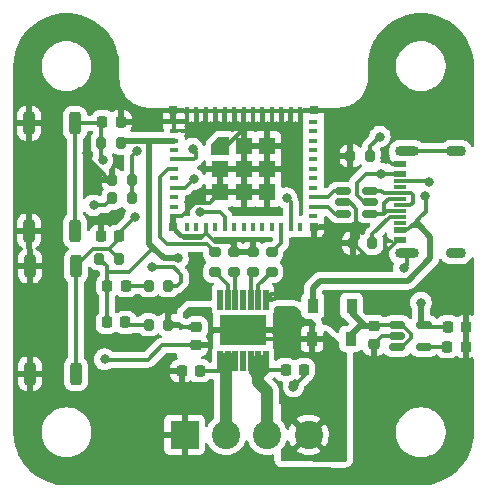
<source format=gbr>
%TF.GenerationSoftware,KiCad,Pcbnew,(6.0.6)*%
%TF.CreationDate,2023-03-25T21:06:23+13:00*%
%TF.ProjectId,remote_pcb,72656d6f-7465-45f7-9063-622e6b696361,rev?*%
%TF.SameCoordinates,Original*%
%TF.FileFunction,Copper,L1,Top*%
%TF.FilePolarity,Positive*%
%FSLAX46Y46*%
G04 Gerber Fmt 4.6, Leading zero omitted, Abs format (unit mm)*
G04 Created by KiCad (PCBNEW (6.0.6)) date 2023-03-25 21:06:23*
%MOMM*%
%LPD*%
G01*
G04 APERTURE LIST*
G04 Aperture macros list*
%AMRoundRect*
0 Rectangle with rounded corners*
0 $1 Rounding radius*
0 $2 $3 $4 $5 $6 $7 $8 $9 X,Y pos of 4 corners*
0 Add a 4 corners polygon primitive as box body*
4,1,4,$2,$3,$4,$5,$6,$7,$8,$9,$2,$3,0*
0 Add four circle primitives for the rounded corners*
1,1,$1+$1,$2,$3*
1,1,$1+$1,$4,$5*
1,1,$1+$1,$6,$7*
1,1,$1+$1,$8,$9*
0 Add four rect primitives between the rounded corners*
20,1,$1+$1,$2,$3,$4,$5,0*
20,1,$1+$1,$4,$5,$6,$7,0*
20,1,$1+$1,$6,$7,$8,$9,0*
20,1,$1+$1,$8,$9,$2,$3,0*%
%AMFreePoly0*
4,1,15,-0.124998,0.730000,0.725000,0.730000,0.728536,0.728536,0.730000,0.725000,0.730000,-0.725000,0.728536,-0.728536,0.725000,-0.730000,-0.725000,-0.730000,-0.728536,-0.728536,-0.730000,-0.725000,-0.730001,0.125000,-0.728536,0.128536,-0.128536,0.728536,-0.125000,0.730001,-0.124998,0.730000,-0.124998,0.730000,$1*%
G04 Aperture macros list end*
%TA.AperFunction,ComponentPad*%
%ADD10R,2.400000X2.400000*%
%TD*%
%TA.AperFunction,ComponentPad*%
%ADD11C,2.400000*%
%TD*%
%TA.AperFunction,SMDPad,CuDef*%
%ADD12RoundRect,0.250000X-0.250000X0.700000X-0.250000X-0.700000X0.250000X-0.700000X0.250000X0.700000X0*%
%TD*%
%TA.AperFunction,SMDPad,CuDef*%
%ADD13RoundRect,0.200000X-0.200000X-0.275000X0.200000X-0.275000X0.200000X0.275000X-0.200000X0.275000X0*%
%TD*%
%TA.AperFunction,SMDPad,CuDef*%
%ADD14RoundRect,0.150000X-0.512500X-0.150000X0.512500X-0.150000X0.512500X0.150000X-0.512500X0.150000X0*%
%TD*%
%TA.AperFunction,SMDPad,CuDef*%
%ADD15R,0.800000X0.400000*%
%TD*%
%TA.AperFunction,SMDPad,CuDef*%
%ADD16R,0.400000X0.800000*%
%TD*%
%TA.AperFunction,SMDPad,CuDef*%
%ADD17FreePoly0,0.000000*%
%TD*%
%TA.AperFunction,SMDPad,CuDef*%
%ADD18R,1.450000X1.450000*%
%TD*%
%TA.AperFunction,SMDPad,CuDef*%
%ADD19R,0.700000X0.700000*%
%TD*%
%TA.AperFunction,SMDPad,CuDef*%
%ADD20RoundRect,0.225000X0.225000X0.250000X-0.225000X0.250000X-0.225000X-0.250000X0.225000X-0.250000X0*%
%TD*%
%TA.AperFunction,SMDPad,CuDef*%
%ADD21RoundRect,0.218750X0.218750X0.256250X-0.218750X0.256250X-0.218750X-0.256250X0.218750X-0.256250X0*%
%TD*%
%TA.AperFunction,SMDPad,CuDef*%
%ADD22RoundRect,0.225000X-0.250000X0.225000X-0.250000X-0.225000X0.250000X-0.225000X0.250000X0.225000X0*%
%TD*%
%TA.AperFunction,SMDPad,CuDef*%
%ADD23RoundRect,0.200000X0.200000X0.275000X-0.200000X0.275000X-0.200000X-0.275000X0.200000X-0.275000X0*%
%TD*%
%TA.AperFunction,SMDPad,CuDef*%
%ADD24R,0.914400X1.219200*%
%TD*%
%TA.AperFunction,SMDPad,CuDef*%
%ADD25RoundRect,0.020500X-0.184500X0.819500X-0.184500X-0.819500X0.184500X-0.819500X0.184500X0.819500X0*%
%TD*%
%TA.AperFunction,SMDPad,CuDef*%
%ADD26R,4.000000X2.650000*%
%TD*%
%TA.AperFunction,SMDPad,CuDef*%
%ADD27R,1.140000X0.600000*%
%TD*%
%TA.AperFunction,SMDPad,CuDef*%
%ADD28R,1.140000X0.300000*%
%TD*%
%TA.AperFunction,ComponentPad*%
%ADD29O,2.000000X0.900000*%
%TD*%
%TA.AperFunction,ComponentPad*%
%ADD30O,1.700000X0.900000*%
%TD*%
%TA.AperFunction,SMDPad,CuDef*%
%ADD31RoundRect,0.225000X-0.225000X-0.250000X0.225000X-0.250000X0.225000X0.250000X-0.225000X0.250000X0*%
%TD*%
%TA.AperFunction,SMDPad,CuDef*%
%ADD32RoundRect,0.200000X-0.275000X0.200000X-0.275000X-0.200000X0.275000X-0.200000X0.275000X0.200000X0*%
%TD*%
%TA.AperFunction,SMDPad,CuDef*%
%ADD33RoundRect,0.225000X0.250000X-0.225000X0.250000X0.225000X-0.250000X0.225000X-0.250000X-0.225000X0*%
%TD*%
%TA.AperFunction,ViaPad*%
%ADD34C,0.800000*%
%TD*%
%TA.AperFunction,Conductor*%
%ADD35C,0.300000*%
%TD*%
%TA.AperFunction,Conductor*%
%ADD36C,0.500000*%
%TD*%
%TA.AperFunction,Conductor*%
%ADD37C,1.000000*%
%TD*%
G04 APERTURE END LIST*
D10*
%TO.P,J2,1,Pin_1*%
%TO.N,GND*%
X164998400Y-88214200D03*
D11*
%TO.P,J2,2,Pin_2*%
%TO.N,DN*%
X168498400Y-88214200D03*
%TO.P,J2,3,Pin_3*%
%TO.N,UP*%
X171998400Y-88214200D03*
%TO.P,J2,4,Pin_4*%
%TO.N,+12V*%
X175498400Y-88214200D03*
%TD*%
D12*
%TO.P,U6,1*%
%TO.N,BOOT*%
X155797800Y-73936000D03*
%TO.P,U6,2*%
X155797800Y-83036000D03*
%TO.P,U6,3*%
%TO.N,GND*%
X151897800Y-83036000D03*
%TO.P,U6,4*%
X151897800Y-73936000D03*
%TD*%
%TO.P,U5,1*%
%TO.N,CHIP_EN*%
X155727400Y-61842200D03*
%TO.P,U5,2*%
X155727400Y-70942200D03*
%TO.P,U5,3*%
%TO.N,GND*%
X151827400Y-70942200D03*
%TO.P,U5,4*%
X151827400Y-61842200D03*
%TD*%
D13*
%TO.P,R5,1*%
%TO.N,+3.3V*%
X157800000Y-73300000D03*
%TO.P,R5,2*%
%TO.N,BOOT*%
X159450000Y-73300000D03*
%TD*%
D14*
%TO.P,U2,1,I/O1*%
%TO.N,D+*%
X178415100Y-67579200D03*
%TO.P,U2,2,GND*%
%TO.N,GND*%
X178415100Y-68529200D03*
%TO.P,U2,3,I/O2*%
%TO.N,D-*%
X178415100Y-69479200D03*
%TO.P,U2,4,I/O2*%
%TO.N,CONN_D-*%
X180690100Y-69479200D03*
%TO.P,U2,5,VBUS*%
%TO.N,VBUS*%
X180690100Y-68529200D03*
%TO.P,U2,6,I/O1*%
%TO.N,CONN_D+*%
X180690100Y-67579200D03*
%TD*%
D13*
%TO.P,R1,1*%
%TO.N,Net-(D2-Pad1)*%
X161950000Y-78900000D03*
%TO.P,R1,2*%
%TO.N,GND*%
X163600000Y-78900000D03*
%TD*%
D15*
%TO.P,U1,1,GND*%
%TO.N,GND*%
X164100000Y-61700000D03*
%TO.P,U1,2,GND*%
X164100000Y-62500000D03*
%TO.P,U1,3,3V3*%
%TO.N,+3.3V*%
X164100000Y-63300000D03*
%TO.P,U1,4,NC*%
%TO.N,unconnected-(U1-Pad4)*%
X164100000Y-64100000D03*
%TO.P,U1,5,IO2*%
%TO.N,Net-(R6-Pad2)*%
X164100000Y-64900000D03*
%TO.P,U1,6,IO3*%
%TO.N,SW_DN*%
X164100000Y-65700000D03*
%TO.P,U1,7,NC*%
%TO.N,unconnected-(U1-Pad7)*%
X164100000Y-66500000D03*
%TO.P,U1,8,EN*%
%TO.N,CHIP_EN*%
X164100000Y-67300000D03*
%TO.P,U1,9,NC*%
%TO.N,unconnected-(U1-Pad9)*%
X164100000Y-68100000D03*
%TO.P,U1,10,NC*%
%TO.N,unconnected-(U1-Pad10)*%
X164100000Y-68900000D03*
%TO.P,U1,11,GND*%
%TO.N,GND*%
X164100000Y-69700000D03*
D16*
%TO.P,U1,12,IO0*%
%TO.N,unconnected-(U1-Pad12)*%
X165200000Y-70600000D03*
%TO.P,U1,13,IO1*%
%TO.N,unconnected-(U1-Pad13)*%
X166000000Y-70600000D03*
%TO.P,U1,14,GND*%
%TO.N,GND*%
X166800000Y-70600000D03*
%TO.P,U1,15,NC*%
%TO.N,unconnected-(U1-Pad15)*%
X167600000Y-70600000D03*
%TO.P,U1,16,IO10*%
%TO.N,Net-(R8-Pad2)*%
X168400000Y-70600000D03*
%TO.P,U1,17,NC*%
%TO.N,unconnected-(U1-Pad17)*%
X169200000Y-70600000D03*
%TO.P,U1,18,IO4*%
%TO.N,unconnected-(U1-Pad18)*%
X170000000Y-70600000D03*
%TO.P,U1,19,IO5*%
%TO.N,unconnected-(U1-Pad19)*%
X170800000Y-70600000D03*
%TO.P,U1,20,IO6*%
%TO.N,unconnected-(U1-Pad20)*%
X171600000Y-70600000D03*
%TO.P,U1,21,IO7*%
%TO.N,unconnected-(U1-Pad21)*%
X172400000Y-70600000D03*
%TO.P,U1,22,IO8*%
%TO.N,SW_UP*%
X173200000Y-70600000D03*
%TO.P,U1,23,IO9*%
%TO.N,BOOT*%
X174000000Y-70600000D03*
%TO.P,U1,24,NC*%
%TO.N,unconnected-(U1-Pad24)*%
X174800000Y-70600000D03*
D15*
%TO.P,U1,25,NC*%
%TO.N,unconnected-(U1-Pad25)*%
X175900000Y-69700000D03*
%TO.P,U1,26,IO18*%
%TO.N,D-*%
X175900000Y-68900000D03*
%TO.P,U1,27,IO19*%
%TO.N,D+*%
X175900000Y-68100000D03*
%TO.P,U1,28,NC*%
%TO.N,unconnected-(U1-Pad28)*%
X175900000Y-67300000D03*
%TO.P,U1,29,NC*%
%TO.N,unconnected-(U1-Pad29)*%
X175900000Y-66500000D03*
%TO.P,U1,30,RXD0*%
%TO.N,unconnected-(U1-Pad30)*%
X175900000Y-65700000D03*
%TO.P,U1,31,TXD0*%
%TO.N,unconnected-(U1-Pad31)*%
X175900000Y-64900000D03*
%TO.P,U1,32,NC*%
%TO.N,unconnected-(U1-Pad32)*%
X175900000Y-64100000D03*
%TO.P,U1,33,NC*%
%TO.N,unconnected-(U1-Pad33)*%
X175900000Y-63300000D03*
%TO.P,U1,34,NC*%
%TO.N,unconnected-(U1-Pad34)*%
X175900000Y-62500000D03*
%TO.P,U1,35,NC*%
%TO.N,unconnected-(U1-Pad35)*%
X175900000Y-61700000D03*
D16*
%TO.P,U1,36,GND*%
%TO.N,GND*%
X174800000Y-60800000D03*
%TO.P,U1,37,GND*%
X174000000Y-60800000D03*
%TO.P,U1,38,GND*%
X173200000Y-60800000D03*
%TO.P,U1,39,GND*%
X172400000Y-60800000D03*
%TO.P,U1,40,GND*%
X171600000Y-60800000D03*
%TO.P,U1,41,GND*%
X170800000Y-60800000D03*
%TO.P,U1,42,GND*%
X170000000Y-60800000D03*
%TO.P,U1,43,GND*%
X169200000Y-60800000D03*
%TO.P,U1,44,GND*%
X168400000Y-60800000D03*
%TO.P,U1,45,GND*%
X167600000Y-60800000D03*
%TO.P,U1,46,GND*%
X166800000Y-60800000D03*
%TO.P,U1,47,GND*%
X166000000Y-60800000D03*
%TO.P,U1,48,GND*%
X165200000Y-60800000D03*
D17*
%TO.P,U1,49_1,GND*%
X168025000Y-63725000D03*
D18*
%TO.P,U1,49_2,GND*%
X170000000Y-63725000D03*
%TO.P,U1,49_3,GND*%
X171975000Y-63725000D03*
%TO.P,U1,49_4,GND*%
X171975000Y-65700000D03*
%TO.P,U1,49_5,GND*%
X171975000Y-67675000D03*
%TO.P,U1,49_6,GND*%
X170000000Y-67675000D03*
%TO.P,U1,49_7,GND*%
X168025000Y-67675000D03*
%TO.P,U1,49_8,GND*%
X168025000Y-65700000D03*
%TO.P,U1,49_9,GND*%
X170000000Y-65700000D03*
D19*
%TO.P,U1,50,GND*%
X175950000Y-60750000D03*
%TO.P,U1,51,GND*%
X175950000Y-70650000D03*
%TO.P,U1,52,GND*%
X164050000Y-70650000D03*
%TO.P,U1,53,GND*%
X164050000Y-60750000D03*
%TD*%
D20*
%TO.P,C8,1*%
%TO.N,DN*%
X166300000Y-82800000D03*
%TO.P,C8,2*%
%TO.N,GND*%
X164750000Y-82800000D03*
%TD*%
D21*
%TO.P,D4,1,K*%
%TO.N,Net-(D4-Pad1)*%
X160037500Y-75600000D03*
%TO.P,D4,2,A*%
%TO.N,+3.3V*%
X158462500Y-75600000D03*
%TD*%
D22*
%TO.P,C1,1*%
%TO.N,Net-(C1-Pad1)*%
X181038300Y-79000000D03*
%TO.P,C1,2*%
%TO.N,GND*%
X181038300Y-80550000D03*
%TD*%
D20*
%TO.P,C7,1*%
%TO.N,GND*%
X175100000Y-82700000D03*
%TO.P,C7,2*%
%TO.N,UP*%
X173550000Y-82700000D03*
%TD*%
D23*
%TO.P,R3,1*%
%TO.N,Net-(J1-PadB5)*%
X180700000Y-64600000D03*
%TO.P,R3,2*%
%TO.N,GND*%
X179050000Y-64600000D03*
%TD*%
%TO.P,R2,1*%
%TO.N,Net-(J1-PadA5)*%
X180900000Y-72000000D03*
%TO.P,R2,2*%
%TO.N,GND*%
X179250000Y-72000000D03*
%TD*%
D24*
%TO.P,D3,A,A*%
%TO.N,+12V*%
X175800000Y-80100000D03*
%TO.P,D3,C,C*%
%TO.N,Net-(C1-Pad1)*%
X179076600Y-80100000D03*
%TD*%
D13*
%TO.P,R6,1*%
%TO.N,+12V*%
X158875000Y-68200000D03*
%TO.P,R6,2*%
%TO.N,Net-(R6-Pad2)*%
X160525000Y-68200000D03*
%TD*%
D25*
%TO.P,U3,1,GND*%
%TO.N,GND*%
X171901400Y-76766400D03*
%TO.P,U3,2,IN0*%
%TO.N,Net-(R11-Pad2)*%
X171251400Y-76766400D03*
%TO.P,U3,3,DEN*%
%TO.N,Net-(R9-Pad2)*%
X170601400Y-76766400D03*
%TO.P,U3,4,IS*%
%TO.N,unconnected-(U3-Pad4)*%
X169951400Y-76766400D03*
%TO.P,U3,5,DSEL*%
%TO.N,Net-(R10-Pad2)*%
X169301400Y-76766400D03*
%TO.P,U3,6,IN1*%
%TO.N,Net-(R12-Pad2)*%
X168651400Y-76766400D03*
%TO.P,U3,7,NC*%
%TO.N,unconnected-(U3-Pad7)*%
X168001400Y-76766400D03*
%TO.P,U3,8,OUT1*%
%TO.N,DN*%
X168001400Y-81996400D03*
%TO.P,U3,9,OUT1*%
X168651400Y-81996400D03*
%TO.P,U3,10,OUT1*%
X169301400Y-81996400D03*
%TO.P,U3,11,NC*%
%TO.N,unconnected-(U3-Pad11)*%
X169951400Y-81996400D03*
%TO.P,U3,12,OUT0*%
%TO.N,UP*%
X170601400Y-81996400D03*
%TO.P,U3,13,OUT0*%
X171251400Y-81996400D03*
%TO.P,U3,14,OUT0*%
X171901400Y-81996400D03*
D26*
%TO.P,U3,15,VS*%
%TO.N,+12V*%
X169951400Y-79381400D03*
%TD*%
D27*
%TO.P,J1,A1/B12,GND*%
%TO.N,GND*%
X183235400Y-71703800D03*
%TO.P,J1,A4/B9,VBUS*%
%TO.N,VBUS*%
X183235400Y-70903800D03*
D28*
%TO.P,J1,A5,CC1*%
%TO.N,Net-(J1-PadA5)*%
X183235400Y-69753800D03*
%TO.P,J1,A6,DP1*%
%TO.N,CONN_D+*%
X183235400Y-68753800D03*
%TO.P,J1,A7,DN1*%
%TO.N,CONN_D-*%
X183235400Y-68253800D03*
%TO.P,J1,A8,SBU1*%
%TO.N,unconnected-(J1-PadA8)*%
X183235400Y-67253800D03*
D27*
%TO.P,J1,B1/A12,GND*%
%TO.N,GND*%
X183235400Y-65303800D03*
%TO.P,J1,B4/A9,VBUS*%
%TO.N,VBUS*%
X183235400Y-66103800D03*
D28*
%TO.P,J1,B5,CC2*%
%TO.N,Net-(J1-PadB5)*%
X183235400Y-66753800D03*
%TO.P,J1,B6,DP2*%
%TO.N,CONN_D+*%
X183235400Y-67753800D03*
%TO.P,J1,B7,DN2*%
%TO.N,CONN_D-*%
X183235400Y-69253800D03*
%TO.P,J1,B8,SBU2*%
%TO.N,unconnected-(J1-PadB8)*%
X183235400Y-70253800D03*
D29*
%TO.P,J1,S1,SHIELD*%
%TO.N,unconnected-(J1-PadS1)*%
X183815400Y-72828800D03*
%TO.P,J1,S2,SHIELD*%
X183815400Y-64178800D03*
D30*
%TO.P,J1,S3,SHIELD*%
X187985400Y-72828800D03*
%TO.P,J1,S4,SHIELD*%
X187985400Y-64178800D03*
%TD*%
D31*
%TO.P,C4,1*%
%TO.N,CHIP_EN*%
X158050000Y-61700000D03*
%TO.P,C4,2*%
%TO.N,GND*%
X159600000Y-61700000D03*
%TD*%
D20*
%TO.P,C5,1*%
%TO.N,BOOT*%
X159450000Y-71400000D03*
%TO.P,C5,2*%
%TO.N,GND*%
X157900000Y-71400000D03*
%TD*%
D23*
%TO.P,R4,1*%
%TO.N,+3.3V*%
X159600000Y-63500000D03*
%TO.P,R4,2*%
%TO.N,CHIP_EN*%
X157950000Y-63500000D03*
%TD*%
D21*
%TO.P,D2,2,A*%
%TO.N,+3.3V*%
X158425000Y-78700000D03*
%TO.P,D2,1,K*%
%TO.N,Net-(D2-Pad1)*%
X160000000Y-78700000D03*
%TD*%
D32*
%TO.P,R10,1*%
%TO.N,GND*%
X169164000Y-72771000D03*
%TO.P,R10,2*%
%TO.N,Net-(R10-Pad2)*%
X169164000Y-74421000D03*
%TD*%
D31*
%TO.P,C3,1*%
%TO.N,+3.3V*%
X187288300Y-79050000D03*
%TO.P,C3,2*%
%TO.N,GND*%
X188838300Y-79050000D03*
%TD*%
D32*
%TO.P,R11,1*%
%TO.N,SW_UP*%
X172364400Y-72771000D03*
%TO.P,R11,2*%
%TO.N,Net-(R11-Pad2)*%
X172364400Y-74421000D03*
%TD*%
D24*
%TO.P,D1,A,A*%
%TO.N,VBUS*%
X175861700Y-77300000D03*
%TO.P,D1,C,C*%
%TO.N,Net-(C1-Pad1)*%
X179138300Y-77300000D03*
%TD*%
D32*
%TO.P,R12,1*%
%TO.N,SW_DN*%
X167563800Y-72771000D03*
%TO.P,R12,2*%
%TO.N,Net-(R12-Pad2)*%
X167563800Y-74421000D03*
%TD*%
%TO.P,R9,1*%
%TO.N,GND*%
X170764200Y-72771000D03*
%TO.P,R9,2*%
%TO.N,Net-(R9-Pad2)*%
X170764200Y-74421000D03*
%TD*%
D14*
%TO.P,U4,1,IN*%
%TO.N,Net-(C1-Pad1)*%
X183000800Y-78900000D03*
%TO.P,U4,2,GND*%
%TO.N,GND*%
X183000800Y-79850000D03*
%TO.P,U4,3,EN*%
%TO.N,Net-(C1-Pad1)*%
X183000800Y-80800000D03*
%TO.P,U4,4,BP*%
%TO.N,Net-(C2-Pad1)*%
X185275800Y-80800000D03*
%TO.P,U4,5,OUT*%
%TO.N,+3.3V*%
X185275800Y-78900000D03*
%TD*%
D23*
%TO.P,R7,1*%
%TO.N,Net-(R6-Pad2)*%
X160550000Y-66600000D03*
%TO.P,R7,2*%
%TO.N,GND*%
X158900000Y-66600000D03*
%TD*%
D31*
%TO.P,C2,1*%
%TO.N,Net-(C2-Pad1)*%
X187238300Y-80750000D03*
%TO.P,C2,2*%
%TO.N,GND*%
X188788300Y-80750000D03*
%TD*%
D33*
%TO.P,C6,1*%
%TO.N,+12V*%
X166000000Y-80650000D03*
%TO.P,C6,2*%
%TO.N,GND*%
X166000000Y-79100000D03*
%TD*%
D13*
%TO.P,R8,1*%
%TO.N,Net-(D4-Pad1)*%
X161950000Y-75600000D03*
%TO.P,R8,2*%
%TO.N,Net-(R8-Pad2)*%
X163600000Y-75600000D03*
%TD*%
D34*
%TO.N,unconnected-(J1-PadS1)*%
X183565800Y-74091800D03*
%TO.N,GND*%
X158242000Y-69977000D03*
X156743400Y-64389000D03*
X173101000Y-76327000D03*
X166522400Y-76174600D03*
X181051200Y-82346800D03*
X174218600Y-84124800D03*
X169976800Y-62306200D03*
%TO.N,BOOT*%
X173634400Y-68173600D03*
X160807400Y-69773800D03*
%TO.N,Net-(R6-Pad2)*%
X165684200Y-63982600D03*
X160934400Y-64223700D03*
%TO.N,Net-(R8-Pad2)*%
X166344600Y-69316600D03*
X162255200Y-74041000D03*
%TO.N,+12V*%
X157302200Y-68783200D03*
X158242000Y-81813400D03*
%TO.N,CHIP_EN*%
X165760400Y-66573400D03*
X158064200Y-64973200D03*
%TO.N,+3.3V*%
X164439600Y-73279000D03*
X185013600Y-77012800D03*
%TO.N,VBUS*%
X181647800Y-66103800D03*
X185343800Y-68021200D03*
%TO.N,GND*%
X181965600Y-64744600D03*
%TO.N,Net-(J1-PadB5)*%
X181533800Y-62966600D03*
X185674000Y-66776600D03*
%TD*%
D35*
%TO.N,unconnected-(J1-PadS1)*%
X183815400Y-73842200D02*
X183565800Y-74091800D01*
X183815400Y-72828800D02*
X183815400Y-73842200D01*
X183815400Y-64178800D02*
X187985400Y-64178800D01*
%TO.N,GND*%
X157900000Y-70319000D02*
X158242000Y-69977000D01*
X157900000Y-71400000D02*
X157900000Y-70319000D01*
X156743400Y-64713061D02*
X156743400Y-64389000D01*
X158630339Y-66600000D02*
X156743400Y-64713061D01*
X158900000Y-66600000D02*
X158630339Y-66600000D01*
X172340800Y-76327000D02*
X171901400Y-76766400D01*
X173101000Y-76327000D02*
X172340800Y-76327000D01*
X165277800Y-76479400D02*
X165582600Y-76174600D01*
X163600000Y-78157200D02*
X165277800Y-76479400D01*
X163600000Y-78900000D02*
X163600000Y-78157200D01*
X165582600Y-76174600D02*
X166522400Y-76174600D01*
X181038300Y-82333900D02*
X181051200Y-82346800D01*
X181038300Y-80550000D02*
X181038300Y-82333900D01*
X175100000Y-83243400D02*
X174218600Y-84124800D01*
X175100000Y-82700000D02*
X175100000Y-83243400D01*
X168558000Y-63725000D02*
X169976800Y-62306200D01*
X168025000Y-63725000D02*
X168558000Y-63725000D01*
X164641600Y-78900000D02*
X164841600Y-79100000D01*
X163600000Y-78900000D02*
X164641600Y-78900000D01*
X166000000Y-79100000D02*
X164841600Y-79100000D01*
X181457600Y-73355200D02*
X180605200Y-73355200D01*
X183109000Y-71703800D02*
X181457600Y-73355200D01*
X180605200Y-73355200D02*
X179250000Y-72000000D01*
X183235400Y-71703800D02*
X183109000Y-71703800D01*
X179679600Y-71570400D02*
X179250000Y-72000000D01*
X179527200Y-70815200D02*
X179679600Y-70967600D01*
X179527200Y-70764400D02*
X179527200Y-70815200D01*
X179679600Y-70967600D02*
X179679600Y-71570400D01*
X167133400Y-68566600D02*
X165926200Y-68566600D01*
X164792800Y-69700000D02*
X164100000Y-69700000D01*
X168025000Y-67675000D02*
X167133400Y-68566600D01*
X165926200Y-68566600D02*
X164792800Y-69700000D01*
X168833800Y-71856600D02*
X169164000Y-72186800D01*
X169164000Y-72186800D02*
X169164000Y-72771000D01*
X166800000Y-71092800D02*
X167563800Y-71856600D01*
X167563800Y-71856600D02*
X168833800Y-71856600D01*
X166800000Y-70600000D02*
X166800000Y-71092800D01*
X166800000Y-71100000D02*
X166800000Y-70600000D01*
X166550000Y-71350000D02*
X166800000Y-71100000D01*
X164650000Y-71350000D02*
X166550000Y-71350000D01*
X164100000Y-70800000D02*
X164650000Y-71350000D01*
X164100000Y-69700000D02*
X164100000Y-70800000D01*
X164951800Y-71551800D02*
X164050000Y-70650000D01*
X166370000Y-71551800D02*
X164951800Y-71551800D01*
X166800000Y-71121800D02*
X166370000Y-71551800D01*
X166800000Y-70600000D02*
X166800000Y-71121800D01*
%TO.N,BOOT*%
X173634400Y-68173600D02*
X174000000Y-68539200D01*
X174000000Y-68539200D02*
X174000000Y-70600000D01*
X159450000Y-71400000D02*
X159450000Y-71131200D01*
X159450000Y-71131200D02*
X160807400Y-69773800D01*
%TO.N,+3.3V*%
X160307500Y-74464700D02*
X162356800Y-72415400D01*
X158462500Y-74464700D02*
X160307500Y-74464700D01*
X158462500Y-74464700D02*
X158462500Y-73962500D01*
X158462500Y-75600000D02*
X158462500Y-74464700D01*
%TO.N,Net-(R6-Pad2)*%
X165808200Y-64900000D02*
X164100000Y-64900000D01*
X165963600Y-64744600D02*
X165808200Y-64900000D01*
X165963600Y-64262000D02*
X165963600Y-64744600D01*
X165684200Y-63982600D02*
X165963600Y-64262000D01*
X160550000Y-64608100D02*
X160934400Y-64223700D01*
X160550000Y-66600000D02*
X160550000Y-64608100D01*
X160525000Y-68200000D02*
X160525000Y-66625000D01*
X160525000Y-66625000D02*
X160550000Y-66600000D01*
%TO.N,Net-(R8-Pad2)*%
X167970200Y-69316600D02*
X168400000Y-69746400D01*
X166344600Y-69316600D02*
X167970200Y-69316600D01*
X168400000Y-69746400D02*
X168400000Y-70600000D01*
X164693600Y-74650600D02*
X164566600Y-74523600D01*
X164084000Y-74041000D02*
X162255200Y-74041000D01*
X164693600Y-75234800D02*
X164693600Y-74650600D01*
X164566600Y-74523600D02*
X164084000Y-74041000D01*
X164328400Y-75600000D02*
X164693600Y-75234800D01*
X163600000Y-75600000D02*
X164328400Y-75600000D01*
%TO.N,SW_DN*%
X162890200Y-71424800D02*
X162890200Y-66421000D01*
X163550600Y-72085200D02*
X162890200Y-71424800D01*
X162890200Y-66421000D02*
X163611200Y-65700000D01*
X163611200Y-65700000D02*
X164100000Y-65700000D01*
X166878000Y-72085200D02*
X163550600Y-72085200D01*
X167563800Y-72771000D02*
X166878000Y-72085200D01*
%TO.N,Net-(R12-Pad2)*%
X168651400Y-75508600D02*
X167563800Y-74421000D01*
X168651400Y-76766400D02*
X168651400Y-75508600D01*
%TO.N,Net-(R10-Pad2)*%
X169301400Y-74558400D02*
X169164000Y-74421000D01*
X169301400Y-76766400D02*
X169301400Y-74558400D01*
%TO.N,Net-(R9-Pad2)*%
X170601400Y-76766400D02*
X170601400Y-74583800D01*
X170601400Y-74583800D02*
X170764200Y-74421000D01*
%TO.N,Net-(R11-Pad2)*%
X171251400Y-75534000D02*
X172364400Y-74421000D01*
X171251400Y-76766400D02*
X171251400Y-75534000D01*
%TO.N,SW_UP*%
X172364400Y-72771000D02*
X173200000Y-71935400D01*
X173200000Y-71935400D02*
X173200000Y-70600000D01*
%TO.N,+12V*%
X158291800Y-68783200D02*
X158875000Y-68200000D01*
X157302200Y-68783200D02*
X158291800Y-68783200D01*
X158292800Y-81864200D02*
X158242000Y-81813400D01*
X161899600Y-81864200D02*
X158292800Y-81864200D01*
X163113800Y-80650000D02*
X161899600Y-81864200D01*
X166000000Y-80650000D02*
X163113800Y-80650000D01*
X170670000Y-80100000D02*
X169951400Y-79381400D01*
X175800000Y-80100000D02*
X170670000Y-80100000D01*
%TO.N,Net-(D4-Pad1)*%
X160037500Y-75600000D02*
X161950000Y-75600000D01*
%TO.N,BOOT*%
X159450000Y-71650000D02*
X158625000Y-72475000D01*
X159450000Y-71400000D02*
X159450000Y-71650000D01*
X158625000Y-72475000D02*
X159450000Y-73300000D01*
X157258800Y-72475000D02*
X158625000Y-72475000D01*
X155797800Y-73936000D02*
X157258800Y-72475000D01*
X155797800Y-73936000D02*
X155797800Y-83036000D01*
%TO.N,+3.3V*%
X158462500Y-73962500D02*
X157800000Y-73300000D01*
X158425000Y-75637500D02*
X158462500Y-75600000D01*
X158425000Y-78700000D02*
X158425000Y-75637500D01*
%TO.N,Net-(D2-Pad1)*%
X160200000Y-78900000D02*
X160000000Y-78700000D01*
X161950000Y-78900000D02*
X160200000Y-78900000D01*
%TO.N,CHIP_EN*%
X165760400Y-66573400D02*
X165033800Y-67300000D01*
X165033800Y-67300000D02*
X164100000Y-67300000D01*
X157950000Y-64859000D02*
X158064200Y-64973200D01*
X157950000Y-63500000D02*
X157950000Y-64859000D01*
X155727400Y-70942200D02*
X155727400Y-61842200D01*
X157950000Y-61800000D02*
X158050000Y-61700000D01*
X157950000Y-63500000D02*
X157950000Y-61800000D01*
X155727400Y-61842200D02*
X157907800Y-61842200D01*
X157907800Y-61842200D02*
X158050000Y-61700000D01*
D36*
%TO.N,+3.3V*%
X185013600Y-77012800D02*
X185013600Y-78637800D01*
X161975800Y-63303200D02*
X161975800Y-69748400D01*
X185013600Y-78637800D02*
X185275800Y-78900000D01*
X161979000Y-63300000D02*
X161975800Y-63303200D01*
X161975800Y-72034400D02*
X162356800Y-72415400D01*
X161975800Y-69748400D02*
X161975800Y-72034400D01*
X161979000Y-63300000D02*
X159800000Y-63300000D01*
X162356800Y-72415400D02*
X163220400Y-73279000D01*
X164100000Y-63300000D02*
X161979000Y-63300000D01*
X163220400Y-73279000D02*
X164439600Y-73279000D01*
X159800000Y-63300000D02*
X159600000Y-63500000D01*
D35*
%TO.N,DN*%
X168169400Y-82800000D02*
X168498400Y-83129000D01*
X166300000Y-82800000D02*
X168169400Y-82800000D01*
%TO.N,UP*%
X172172800Y-82700000D02*
X171901400Y-82971400D01*
X173550000Y-82700000D02*
X172172800Y-82700000D01*
D36*
%TO.N,Net-(C1-Pad1)*%
X179851400Y-79000000D02*
X180244400Y-79000000D01*
X179076600Y-79774800D02*
X179851400Y-79000000D01*
X179076600Y-80100000D02*
X179076600Y-79774800D01*
X180244400Y-79000000D02*
X181038300Y-79000000D01*
X179138300Y-77893900D02*
X180244400Y-79000000D01*
X179138300Y-77300000D02*
X179138300Y-77893900D01*
D35*
%TO.N,GND*%
X181738300Y-79850000D02*
X181038300Y-80550000D01*
X183000800Y-79850000D02*
X181738300Y-79850000D01*
%TO.N,Net-(C1-Pad1)*%
X184200800Y-79679800D02*
X183421000Y-78900000D01*
X184200800Y-80019607D02*
X184200800Y-79679800D01*
X183420407Y-80800000D02*
X184200800Y-80019607D01*
X183421000Y-78900000D02*
X183000800Y-78900000D01*
X183000800Y-80800000D02*
X183420407Y-80800000D01*
X181138300Y-78900000D02*
X181038300Y-79000000D01*
X183000800Y-78900000D02*
X181138300Y-78900000D01*
%TO.N,Net-(C2-Pad1)*%
X187238300Y-80750000D02*
X185325800Y-80750000D01*
X185325800Y-80750000D02*
X185275800Y-80800000D01*
%TO.N,+3.3V*%
X185425800Y-79050000D02*
X185275800Y-78900000D01*
X187288300Y-79050000D02*
X185425800Y-79050000D01*
%TO.N,DN*%
X168275000Y-81584800D02*
X168651400Y-81961200D01*
X168651400Y-81961200D02*
X168651400Y-81996400D01*
X168001400Y-81858400D02*
X168275000Y-81584800D01*
X168001400Y-81996400D02*
X168001400Y-81858400D01*
X169301400Y-81773000D02*
X169301400Y-81996400D01*
X168960800Y-81432400D02*
X169301400Y-81773000D01*
X168122600Y-81432400D02*
X168960800Y-81432400D01*
X168001400Y-81553600D02*
X168122600Y-81432400D01*
X168001400Y-81996400D02*
X168001400Y-81553600D01*
X169001800Y-82346800D02*
X168651400Y-81996400D01*
X169037000Y-82346800D02*
X169001800Y-82346800D01*
X169301400Y-82082400D02*
X169037000Y-82346800D01*
X169301400Y-81996400D02*
X169301400Y-82082400D01*
X168001400Y-82632000D02*
X168498400Y-83129000D01*
X168001400Y-81996400D02*
X168001400Y-82632000D01*
X169301400Y-82326000D02*
X168498400Y-83129000D01*
D37*
X168498400Y-83129000D02*
X168498400Y-82149400D01*
X168498400Y-88214200D02*
X168498400Y-83129000D01*
D35*
X169301400Y-81996400D02*
X169301400Y-82326000D01*
%TO.N,UP*%
X171013000Y-81584800D02*
X170601400Y-81996400D01*
X171729400Y-81584800D02*
X171013000Y-81584800D01*
X171901400Y-81756800D02*
X171729400Y-81584800D01*
X171901400Y-81996400D02*
X171901400Y-81756800D01*
X171901400Y-82971400D02*
X171251400Y-83621400D01*
X171901400Y-81996400D02*
X171901400Y-82971400D01*
X170601400Y-82971400D02*
X171251400Y-83621400D01*
D37*
X171251400Y-83621400D02*
X171251400Y-82275200D01*
D35*
X170601400Y-81996400D02*
X170601400Y-82971400D01*
D37*
X171251400Y-83773800D02*
X171251400Y-83621400D01*
D35*
X170601400Y-81996400D02*
X171251400Y-81996400D01*
X171901400Y-81996400D02*
X171251400Y-81996400D01*
X171676200Y-82700000D02*
X171251400Y-82275200D01*
D37*
X171251400Y-82275200D02*
X171251400Y-81996400D01*
D35*
X173550000Y-82700000D02*
X171676200Y-82700000D01*
D37*
%TO.N,DN*%
X168498400Y-82149400D02*
X168651400Y-81996400D01*
%TO.N,UP*%
X171998400Y-84520800D02*
X171251400Y-83773800D01*
X171998400Y-88214200D02*
X171998400Y-84520800D01*
D35*
%TO.N,VBUS*%
X184168100Y-70573900D02*
X184950100Y-70573900D01*
D36*
X184950100Y-70573900D02*
X184648000Y-70271800D01*
X185801000Y-71424800D02*
X184950100Y-70573900D01*
D35*
X183952200Y-70789800D02*
X184168100Y-70573900D01*
D36*
X184648000Y-70271800D02*
X184648000Y-70246400D01*
X185801000Y-73253600D02*
X185801000Y-71424800D01*
X183896000Y-75158600D02*
X185801000Y-73253600D01*
X176504600Y-75158600D02*
X183896000Y-75158600D01*
X175861700Y-75801500D02*
X176504600Y-75158600D01*
X175861700Y-77300000D02*
X175861700Y-75801500D01*
D35*
X184648000Y-70246400D02*
X185420000Y-71018400D01*
X184495600Y-70246400D02*
X184648000Y-70246400D01*
X184495600Y-70246400D02*
X183952200Y-70789800D01*
X185013600Y-69728400D02*
X184495600Y-70246400D01*
X185420000Y-68097400D02*
X185343800Y-68021200D01*
X185420000Y-69316600D02*
X185420000Y-68097400D01*
%TO.N,Net-(J1-PadB5)*%
X185651200Y-66753800D02*
X183235400Y-66753800D01*
X185674000Y-66776600D02*
X185651200Y-66753800D01*
%TO.N,GND*%
X182524800Y-65303800D02*
X181965600Y-64744600D01*
X183235400Y-65303800D02*
X182524800Y-65303800D01*
%TO.N,Net-(J1-PadA5)*%
X182362507Y-69753800D02*
X180900000Y-71216307D01*
X180900000Y-71216307D02*
X180900000Y-72000000D01*
X183235400Y-69753800D02*
X182362507Y-69753800D01*
%TO.N,Net-(J1-PadB5)*%
X180700000Y-63800400D02*
X180700000Y-64600000D01*
X181533800Y-62966600D02*
X180700000Y-63800400D01*
%TO.N,VBUS*%
X183756600Y-70903800D02*
X183235400Y-70903800D01*
X183870600Y-70789800D02*
X183756600Y-70903800D01*
X183952200Y-70789800D02*
X183870600Y-70789800D01*
X185013600Y-69723000D02*
X185013600Y-69728400D01*
X185420000Y-69316600D02*
X185013600Y-69723000D01*
X181647800Y-66103800D02*
X183235400Y-66103800D01*
X180352400Y-66103800D02*
X181647800Y-66103800D01*
%TO.N,GND*%
X179425600Y-68986400D02*
X179527200Y-69088000D01*
X178968400Y-68529200D02*
X179425600Y-68986400D01*
X179527200Y-69088000D02*
X179527200Y-70764400D01*
X178415100Y-68529200D02*
X178968400Y-68529200D01*
%TO.N,VBUS*%
X179603400Y-66852800D02*
X180352400Y-66103800D01*
X180213000Y-68529200D02*
X179603400Y-67919600D01*
X180690100Y-68529200D02*
X180213000Y-68529200D01*
X179603400Y-67919600D02*
X179603400Y-66852800D01*
%TO.N,D-*%
X177129400Y-68900000D02*
X175900000Y-68900000D01*
X177708600Y-69479200D02*
X177129400Y-68900000D01*
X178415100Y-69479200D02*
X177708600Y-69479200D01*
%TO.N,D+*%
X177683200Y-67579200D02*
X177162400Y-68100000D01*
X177162400Y-68100000D02*
X175900000Y-68100000D01*
X178415100Y-67579200D02*
X177683200Y-67579200D01*
%TO.N,CONN_D-*%
X181930000Y-68615600D02*
X181930000Y-69479200D01*
X182291800Y-68253800D02*
X181930000Y-68615600D01*
X183235400Y-68253800D02*
X182291800Y-68253800D01*
X181930000Y-69479200D02*
X180690100Y-69479200D01*
X182155400Y-69253800D02*
X181930000Y-69479200D01*
X183235400Y-69253800D02*
X182155400Y-69253800D01*
%TO.N,CONN_D+*%
X184155400Y-67753800D02*
X183235400Y-67753800D01*
X184302400Y-67900800D02*
X184155400Y-67753800D01*
X184302400Y-68556800D02*
X184302400Y-67900800D01*
X184105400Y-68753800D02*
X184302400Y-68556800D01*
X183235400Y-68753800D02*
X184105400Y-68753800D01*
X181676000Y-67579200D02*
X180690100Y-67579200D01*
X181850600Y-67753800D02*
X181676000Y-67579200D01*
X183235400Y-67753800D02*
X181850600Y-67753800D01*
%TD*%
%TA.AperFunction,Conductor*%
%TO.N,+12V*%
G36*
X174392665Y-77363010D02*
G01*
X174404413Y-77371506D01*
X174849586Y-77734205D01*
X174889764Y-77792739D01*
X174896000Y-77831888D01*
X174896000Y-77957734D01*
X174902755Y-78019916D01*
X174953885Y-78156305D01*
X175041239Y-78272861D01*
X175157795Y-78360215D01*
X175294184Y-78411345D01*
X175356366Y-78418100D01*
X175644162Y-78418100D01*
X175712283Y-78438102D01*
X175723748Y-78446417D01*
X176114089Y-78764442D01*
X176154267Y-78822976D01*
X176156420Y-78893940D01*
X176119866Y-78954803D01*
X176070001Y-78983021D01*
X176056876Y-78986875D01*
X176055671Y-78988265D01*
X176054000Y-78995948D01*
X176054000Y-79827885D01*
X176058475Y-79843124D01*
X176059865Y-79844329D01*
X176067548Y-79846000D01*
X176747084Y-79846000D01*
X176762323Y-79841525D01*
X176763528Y-79840135D01*
X176765199Y-79832452D01*
X176765199Y-79560107D01*
X176785201Y-79491986D01*
X176838857Y-79445493D01*
X176909131Y-79435389D01*
X176970785Y-79462424D01*
X178064486Y-80353503D01*
X178104664Y-80412037D01*
X178110900Y-80451186D01*
X178110900Y-80757734D01*
X178117655Y-80819916D01*
X178168785Y-80956305D01*
X178256139Y-81072861D01*
X178372695Y-81160215D01*
X178509084Y-81211345D01*
X178571266Y-81218100D01*
X178638083Y-81218100D01*
X178706204Y-81238102D01*
X178752697Y-81291758D01*
X178764083Y-81344434D01*
X178741337Y-89897117D01*
X178740136Y-90348565D01*
X178719952Y-90416632D01*
X178666173Y-90462982D01*
X178613567Y-90474229D01*
X173251828Y-90449968D01*
X173183800Y-90429658D01*
X173137551Y-90375792D01*
X173126400Y-90323969D01*
X173126400Y-89587559D01*
X174489786Y-89587559D01*
X174498499Y-89599079D01*
X174586986Y-89663960D01*
X174594905Y-89668908D01*
X174811277Y-89782747D01*
X174819851Y-89786475D01*
X175050682Y-89867085D01*
X175059691Y-89869499D01*
X175299918Y-89915108D01*
X175309175Y-89916162D01*
X175553507Y-89925763D01*
X175562820Y-89925437D01*
X175805878Y-89898818D01*
X175815055Y-89897117D01*
X176051507Y-89834865D01*
X176060326Y-89831828D01*
X176284984Y-89735307D01*
X176293256Y-89731000D01*
X176501177Y-89602335D01*
X176503020Y-89600996D01*
X176510438Y-89589741D01*
X176504374Y-89579384D01*
X175511212Y-88586222D01*
X175497268Y-88578608D01*
X175495435Y-88578739D01*
X175488820Y-88582990D01*
X174496444Y-89575366D01*
X174489786Y-89587559D01*
X173126400Y-89587559D01*
X173126400Y-89556308D01*
X173146402Y-89488187D01*
X173170986Y-89460143D01*
X173199262Y-89436206D01*
X173366695Y-89245284D01*
X173381086Y-89222912D01*
X173501541Y-89035642D01*
X173504069Y-89031712D01*
X173608367Y-88800180D01*
X173609688Y-88795498D01*
X173627162Y-88733538D01*
X173664904Y-88673404D01*
X173729165Y-88643222D01*
X173799543Y-88652573D01*
X173853694Y-88698488D01*
X173867019Y-88725163D01*
X173932106Y-88906446D01*
X173935905Y-88914978D01*
X174051634Y-89130360D01*
X174056645Y-89138227D01*
X174113573Y-89214463D01*
X174124831Y-89222912D01*
X174137250Y-89216140D01*
X175126378Y-88227012D01*
X175132756Y-88215332D01*
X175862808Y-88215332D01*
X175862939Y-88217165D01*
X175867190Y-88223780D01*
X176862132Y-89218722D01*
X176874512Y-89225482D01*
X176882853Y-89219238D01*
X177001100Y-89035402D01*
X177005547Y-89027211D01*
X177105972Y-88804276D01*
X177109167Y-88795498D01*
X177175535Y-88560173D01*
X177177393Y-88551044D01*
X177208444Y-88306970D01*
X177208925Y-88300683D01*
X177211106Y-88217360D01*
X177210955Y-88211051D01*
X177192721Y-87965686D01*
X177191344Y-87956480D01*
X177137379Y-87717986D01*
X177134655Y-87709075D01*
X177046033Y-87481183D01*
X177042019Y-87472767D01*
X176920684Y-87260476D01*
X176915474Y-87252753D01*
X176884187Y-87213065D01*
X176872263Y-87204595D01*
X176860728Y-87211082D01*
X175870422Y-88201388D01*
X175862808Y-88215332D01*
X175132756Y-88215332D01*
X175133992Y-88213068D01*
X175133861Y-88211235D01*
X175129610Y-88204620D01*
X174135228Y-87210238D01*
X174121920Y-87202971D01*
X174111881Y-87210093D01*
X174106981Y-87215984D01*
X174101568Y-87223573D01*
X173974722Y-87432609D01*
X173970484Y-87440926D01*
X173875929Y-87666414D01*
X173872973Y-87675250D01*
X173870728Y-87684088D01*
X173834572Y-87745189D01*
X173771122Y-87777043D01*
X173700524Y-87769536D01*
X173645190Y-87725053D01*
X173631172Y-87698738D01*
X173546484Y-87480962D01*
X173546483Y-87480960D01*
X173544791Y-87476609D01*
X173524397Y-87440926D01*
X173421102Y-87260197D01*
X173421100Y-87260195D01*
X173418783Y-87256140D01*
X173261571Y-87056717D01*
X173166067Y-86966876D01*
X173130155Y-86905632D01*
X173126400Y-86875101D01*
X173126400Y-86839117D01*
X174487730Y-86839117D01*
X174492303Y-86848893D01*
X175485588Y-87842178D01*
X175499532Y-87849792D01*
X175501365Y-87849661D01*
X175507980Y-87845410D01*
X176500888Y-86852502D01*
X176507272Y-86840812D01*
X176497860Y-86828702D01*
X176371544Y-86741073D01*
X176363516Y-86736345D01*
X176144210Y-86628195D01*
X176135577Y-86624707D01*
X175902688Y-86550158D01*
X175893638Y-86547985D01*
X175652291Y-86508680D01*
X175643002Y-86507868D01*
X175398514Y-86504667D01*
X175389203Y-86505237D01*
X175146922Y-86538210D01*
X175137803Y-86540148D01*
X174903068Y-86608567D01*
X174894315Y-86611839D01*
X174672269Y-86714204D01*
X174664114Y-86718724D01*
X174496868Y-86828375D01*
X174487730Y-86839117D01*
X173126400Y-86839117D01*
X173126400Y-85623400D01*
X173111208Y-85615804D01*
X173111207Y-85615803D01*
X173076552Y-85598476D01*
X173024568Y-85550122D01*
X173006900Y-85485778D01*
X173006900Y-84582650D01*
X173007637Y-84569042D01*
X173011060Y-84537537D01*
X173011060Y-84537533D01*
X173011725Y-84531412D01*
X173008109Y-84490071D01*
X173007349Y-84481389D01*
X173007019Y-84476552D01*
X173006900Y-84474114D01*
X173006900Y-84471031D01*
X173004886Y-84450490D01*
X173002718Y-84428380D01*
X173002596Y-84427065D01*
X172995025Y-84340523D01*
X172995025Y-84340521D01*
X172994488Y-84334387D01*
X172992999Y-84329263D01*
X172992480Y-84323967D01*
X172965611Y-84234972D01*
X172965270Y-84233822D01*
X172952252Y-84189014D01*
X172939309Y-84144464D01*
X172936856Y-84139732D01*
X172935316Y-84134631D01*
X172915970Y-84098245D01*
X172891669Y-84052540D01*
X172891057Y-84051374D01*
X172851129Y-83974347D01*
X172848292Y-83968874D01*
X172844969Y-83964711D01*
X172842466Y-83960004D01*
X172827322Y-83941435D01*
X172783661Y-83887902D01*
X172782833Y-83886875D01*
X172753869Y-83850592D01*
X172753864Y-83850587D01*
X172751662Y-83847828D01*
X172749161Y-83845327D01*
X172748519Y-83844609D01*
X172744806Y-83840261D01*
X172731192Y-83823569D01*
X172717465Y-83806738D01*
X172712723Y-83802815D01*
X172712721Y-83802813D01*
X172682127Y-83777503D01*
X172673347Y-83769513D01*
X172477429Y-83573595D01*
X172443403Y-83511283D01*
X172448468Y-83440468D01*
X172491015Y-83383632D01*
X172557535Y-83358821D01*
X172566524Y-83358500D01*
X172646621Y-83358500D01*
X172714742Y-83378502D01*
X172743884Y-83404894D01*
X172746248Y-83408713D01*
X172867298Y-83529552D01*
X172873528Y-83533392D01*
X172873529Y-83533393D01*
X172938749Y-83573595D01*
X173012899Y-83619302D01*
X173175243Y-83673149D01*
X173182080Y-83673849D01*
X173182082Y-83673850D01*
X173247330Y-83680535D01*
X173313057Y-83707376D01*
X173353839Y-83765491D01*
X173356727Y-83836429D01*
X173354326Y-83844795D01*
X173325058Y-83934872D01*
X173324368Y-83941433D01*
X173324368Y-83941435D01*
X173312691Y-84052540D01*
X173305096Y-84124800D01*
X173305786Y-84131365D01*
X173316688Y-84235088D01*
X173325058Y-84314728D01*
X173384073Y-84496356D01*
X173479560Y-84661744D01*
X173607347Y-84803666D01*
X173761848Y-84915918D01*
X173767876Y-84918602D01*
X173767878Y-84918603D01*
X173930281Y-84990909D01*
X173936312Y-84993594D01*
X174029713Y-85013447D01*
X174116656Y-85031928D01*
X174116661Y-85031928D01*
X174123113Y-85033300D01*
X174314087Y-85033300D01*
X174320539Y-85031928D01*
X174320544Y-85031928D01*
X174407488Y-85013447D01*
X174500888Y-84993594D01*
X174506919Y-84990909D01*
X174669322Y-84918603D01*
X174669324Y-84918602D01*
X174675352Y-84915918D01*
X174829853Y-84803666D01*
X174957640Y-84661744D01*
X175053127Y-84496356D01*
X175103761Y-84340523D01*
X175110102Y-84321007D01*
X175110102Y-84321005D01*
X175112142Y-84314728D01*
X175125355Y-84189013D01*
X175152368Y-84123358D01*
X175161570Y-84113090D01*
X175507605Y-83767055D01*
X175516385Y-83759065D01*
X175516387Y-83759063D01*
X175523080Y-83754816D01*
X175556943Y-83718756D01*
X175571604Y-83703143D01*
X175574359Y-83700301D01*
X175594927Y-83679733D01*
X175597647Y-83676226D01*
X175605353Y-83667204D01*
X175631546Y-83639311D01*
X175636972Y-83633533D01*
X175639701Y-83628569D01*
X175674257Y-83596485D01*
X175758814Y-83544160D01*
X175783713Y-83528752D01*
X175904552Y-83407702D01*
X175913386Y-83393371D01*
X175990462Y-83268331D01*
X175990463Y-83268329D01*
X175994302Y-83262101D01*
X176048149Y-83099757D01*
X176058500Y-82998732D01*
X176058500Y-82401268D01*
X176047887Y-82298981D01*
X175993756Y-82136732D01*
X175966260Y-82092298D01*
X175907606Y-81997515D01*
X175903752Y-81991287D01*
X175782702Y-81870448D01*
X175755245Y-81853523D01*
X175643331Y-81784538D01*
X175643329Y-81784537D01*
X175637101Y-81780698D01*
X175474757Y-81726851D01*
X175467920Y-81726151D01*
X175467918Y-81726150D01*
X175418803Y-81721118D01*
X175373732Y-81716500D01*
X174826268Y-81716500D01*
X174823022Y-81716837D01*
X174823018Y-81716837D01*
X174788917Y-81720375D01*
X174723981Y-81727113D01*
X174717440Y-81729295D01*
X174717441Y-81729295D01*
X174568676Y-81778927D01*
X174568674Y-81778928D01*
X174561732Y-81781244D01*
X174555508Y-81785096D01*
X174555507Y-81785096D01*
X174423787Y-81866607D01*
X174416287Y-81871248D01*
X174411114Y-81876430D01*
X174405380Y-81880975D01*
X174403858Y-81879055D01*
X174351794Y-81907545D01*
X174280974Y-81902544D01*
X174244448Y-81879118D01*
X174243628Y-81880157D01*
X174237882Y-81875619D01*
X174232702Y-81870448D01*
X174205245Y-81853523D01*
X174093331Y-81784538D01*
X174093329Y-81784537D01*
X174087101Y-81780698D01*
X173924757Y-81726851D01*
X173917920Y-81726151D01*
X173917918Y-81726150D01*
X173868803Y-81721118D01*
X173823732Y-81716500D01*
X173276268Y-81716500D01*
X173273022Y-81716837D01*
X173273018Y-81716837D01*
X173238917Y-81720375D01*
X173173981Y-81727113D01*
X173167440Y-81729295D01*
X173167441Y-81729295D01*
X173018676Y-81778927D01*
X173018674Y-81778928D01*
X173011732Y-81781244D01*
X173005508Y-81785096D01*
X173005507Y-81785096D01*
X172939165Y-81826150D01*
X172866287Y-81871248D01*
X172861114Y-81876430D01*
X172830073Y-81907525D01*
X172767790Y-81941604D01*
X172696970Y-81936601D01*
X172640097Y-81894104D01*
X172615229Y-81827605D01*
X172614900Y-81818507D01*
X172614899Y-81139602D01*
X172614899Y-81135808D01*
X172614444Y-81132043D01*
X172605431Y-81057563D01*
X172604459Y-81049530D01*
X172591901Y-81017810D01*
X172554266Y-80922756D01*
X172551105Y-80914771D01*
X172485036Y-80827728D01*
X172459784Y-80761377D01*
X172459506Y-80754269D01*
X174834801Y-80754269D01*
X174835171Y-80761090D01*
X174840695Y-80811952D01*
X174844321Y-80827204D01*
X174889476Y-80947654D01*
X174898014Y-80963249D01*
X174974515Y-81065324D01*
X174987076Y-81077885D01*
X175089151Y-81154386D01*
X175104746Y-81162924D01*
X175225194Y-81208078D01*
X175240449Y-81211705D01*
X175291314Y-81217231D01*
X175298128Y-81217600D01*
X175527885Y-81217600D01*
X175543124Y-81213125D01*
X175544329Y-81211735D01*
X175546000Y-81204052D01*
X175546000Y-81199484D01*
X176054000Y-81199484D01*
X176058475Y-81214723D01*
X176059865Y-81215928D01*
X176067548Y-81217599D01*
X176301869Y-81217599D01*
X176308690Y-81217229D01*
X176359552Y-81211705D01*
X176374804Y-81208079D01*
X176495254Y-81162924D01*
X176510849Y-81154386D01*
X176612924Y-81077885D01*
X176625485Y-81065324D01*
X176701986Y-80963249D01*
X176710524Y-80947654D01*
X176755678Y-80827206D01*
X176759305Y-80811951D01*
X176764831Y-80761086D01*
X176765200Y-80754272D01*
X176765200Y-80372115D01*
X176760725Y-80356876D01*
X176759335Y-80355671D01*
X176751652Y-80354000D01*
X176072115Y-80354000D01*
X176056876Y-80358475D01*
X176055671Y-80359865D01*
X176054000Y-80367548D01*
X176054000Y-81199484D01*
X175546000Y-81199484D01*
X175546000Y-80372115D01*
X175541525Y-80356876D01*
X175540135Y-80355671D01*
X175532452Y-80354000D01*
X174852916Y-80354000D01*
X174837677Y-80358475D01*
X174836472Y-80359865D01*
X174834801Y-80367548D01*
X174834801Y-80754269D01*
X172459506Y-80754269D01*
X172459400Y-80751551D01*
X172459400Y-79827885D01*
X174834800Y-79827885D01*
X174839275Y-79843124D01*
X174840665Y-79844329D01*
X174848348Y-79846000D01*
X175527885Y-79846000D01*
X175543124Y-79841525D01*
X175544329Y-79840135D01*
X175546000Y-79832452D01*
X175546000Y-79000516D01*
X175541525Y-78985277D01*
X175540135Y-78984072D01*
X175532452Y-78982401D01*
X175298131Y-78982401D01*
X175291310Y-78982771D01*
X175240448Y-78988295D01*
X175225196Y-78991921D01*
X175104746Y-79037076D01*
X175089151Y-79045614D01*
X174987076Y-79122115D01*
X174974515Y-79134676D01*
X174898014Y-79236751D01*
X174889476Y-79252346D01*
X174844322Y-79372794D01*
X174840695Y-79388049D01*
X174835169Y-79438914D01*
X174834800Y-79445728D01*
X174834800Y-79827885D01*
X172459400Y-79827885D01*
X172459400Y-79653515D01*
X172454925Y-79638276D01*
X172453535Y-79637071D01*
X172445852Y-79635400D01*
X167461516Y-79635400D01*
X167446277Y-79639875D01*
X167445072Y-79641265D01*
X167443401Y-79648948D01*
X167443401Y-80751549D01*
X167423399Y-80819670D01*
X167417764Y-80827728D01*
X167351695Y-80914771D01*
X167298341Y-81049530D01*
X167287900Y-81135807D01*
X167287901Y-81628002D01*
X167287901Y-81971299D01*
X167267899Y-82039420D01*
X167214243Y-82085913D01*
X167143969Y-82096017D01*
X167079389Y-82066524D01*
X167072883Y-82060472D01*
X166987882Y-81975619D01*
X166982702Y-81970448D01*
X166880655Y-81907545D01*
X166843331Y-81884538D01*
X166843329Y-81884537D01*
X166837101Y-81880698D01*
X166674757Y-81826851D01*
X166667920Y-81826151D01*
X166667918Y-81826150D01*
X166626599Y-81821917D01*
X166573732Y-81816500D01*
X166519978Y-81816500D01*
X166451857Y-81796498D01*
X166405364Y-81742842D01*
X166395260Y-81672568D01*
X166424754Y-81607988D01*
X166480102Y-81570976D01*
X166556107Y-81545619D01*
X166569286Y-81539445D01*
X166702173Y-81457212D01*
X166713574Y-81448176D01*
X166823986Y-81337571D01*
X166832998Y-81326160D01*
X166915004Y-81193120D01*
X166921151Y-81179939D01*
X166970491Y-81031186D01*
X166973358Y-81017810D01*
X166982672Y-80926903D01*
X166982929Y-80921874D01*
X166978525Y-80906876D01*
X166977135Y-80905671D01*
X166969452Y-80904000D01*
X165872000Y-80904000D01*
X165803879Y-80883998D01*
X165757386Y-80830342D01*
X165746000Y-80778000D01*
X165746000Y-80522000D01*
X165766002Y-80453879D01*
X165819658Y-80407386D01*
X165872000Y-80396000D01*
X166964885Y-80396000D01*
X166980124Y-80391525D01*
X166981329Y-80390135D01*
X166983000Y-80382452D01*
X166983000Y-80379562D01*
X166982663Y-80373047D01*
X166973106Y-80280943D01*
X166970212Y-80267544D01*
X166920619Y-80118893D01*
X166914445Y-80105714D01*
X166832212Y-79972827D01*
X166818629Y-79955689D01*
X166820559Y-79954159D01*
X166792097Y-79902120D01*
X166797113Y-79831301D01*
X166820799Y-79794383D01*
X166819843Y-79793628D01*
X166824381Y-79787882D01*
X166829552Y-79782702D01*
X166843151Y-79760641D01*
X166915462Y-79643331D01*
X166915463Y-79643329D01*
X166919302Y-79637101D01*
X166973149Y-79474757D01*
X166976148Y-79445493D01*
X166983172Y-79376930D01*
X166983500Y-79373732D01*
X166983500Y-78826268D01*
X166983159Y-78822976D01*
X166973598Y-78730837D01*
X166972887Y-78723981D01*
X166918756Y-78561732D01*
X166828752Y-78416287D01*
X166707702Y-78295448D01*
X166659411Y-78265681D01*
X166568331Y-78209538D01*
X166568329Y-78209537D01*
X166562101Y-78205698D01*
X166399757Y-78151851D01*
X166392920Y-78151151D01*
X166392918Y-78151150D01*
X166351599Y-78146917D01*
X166298732Y-78141500D01*
X165701268Y-78141500D01*
X165698022Y-78141837D01*
X165698018Y-78141837D01*
X165663917Y-78145375D01*
X165598981Y-78152113D01*
X165592440Y-78154295D01*
X165592441Y-78154295D01*
X165443676Y-78203927D01*
X165443674Y-78203928D01*
X165436732Y-78206244D01*
X165291287Y-78296248D01*
X165286114Y-78301430D01*
X165217632Y-78370031D01*
X165155349Y-78404110D01*
X165084529Y-78399107D01*
X165042205Y-78372862D01*
X165031733Y-78363028D01*
X165024781Y-78359206D01*
X165012942Y-78352697D01*
X164996418Y-78341843D01*
X164985732Y-78333555D01*
X164979468Y-78328696D01*
X164972196Y-78325549D01*
X164972194Y-78325548D01*
X164937065Y-78310346D01*
X164926405Y-78305124D01*
X164922672Y-78303072D01*
X164910105Y-78296163D01*
X164860046Y-78245817D01*
X164844806Y-78185794D01*
X164844701Y-77895995D01*
X164864678Y-77827867D01*
X164881606Y-77806854D01*
X165284496Y-77403964D01*
X165346808Y-77369938D01*
X165373255Y-77367059D01*
X167161566Y-77362290D01*
X167229739Y-77382111D01*
X167276375Y-77435642D01*
X167287901Y-77488290D01*
X167287901Y-77626992D01*
X167288356Y-77630749D01*
X167288356Y-77630755D01*
X167296710Y-77699795D01*
X167298341Y-77713270D01*
X167301319Y-77720793D01*
X167301320Y-77720795D01*
X167320995Y-77770489D01*
X167351695Y-77848029D01*
X167417764Y-77935072D01*
X167443016Y-78001423D01*
X167443400Y-78011249D01*
X167443400Y-79109285D01*
X167447875Y-79124524D01*
X167449265Y-79125729D01*
X167456948Y-79127400D01*
X172441284Y-79127400D01*
X172456523Y-79122925D01*
X172457728Y-79121535D01*
X172459399Y-79113852D01*
X172459399Y-78011251D01*
X172479401Y-77943130D01*
X172485036Y-77935072D01*
X172545913Y-77854869D01*
X172551105Y-77848029D01*
X172604459Y-77713270D01*
X172614900Y-77626993D01*
X172614900Y-77473413D01*
X172634902Y-77405292D01*
X172688558Y-77358799D01*
X172740564Y-77347413D01*
X173912236Y-77344288D01*
X174324491Y-77343189D01*
X174392665Y-77363010D01*
G37*
%TD.AperFunction*%
%TD*%
%TA.AperFunction,Conductor*%
%TO.N,GND*%
G36*
X155408605Y-52527391D02*
G01*
X155420194Y-52528465D01*
X155819547Y-52584172D01*
X155830987Y-52586311D01*
X156223496Y-52678628D01*
X156234672Y-52681808D01*
X156425837Y-52745880D01*
X156616993Y-52809950D01*
X156627845Y-52814154D01*
X156996709Y-52977023D01*
X157007127Y-52982211D01*
X157359375Y-53178412D01*
X157369270Y-53184538D01*
X157701933Y-53412418D01*
X157711220Y-53419432D01*
X157945189Y-53613716D01*
X158021423Y-53677020D01*
X158030024Y-53684861D01*
X158315139Y-53969976D01*
X158322980Y-53978577D01*
X158580568Y-54288780D01*
X158587582Y-54298067D01*
X158815462Y-54630730D01*
X158821588Y-54640625D01*
X159017789Y-54992873D01*
X159022977Y-55003291D01*
X159185846Y-55372155D01*
X159190050Y-55383007D01*
X159318189Y-55765319D01*
X159321372Y-55776504D01*
X159383469Y-56040524D01*
X159413689Y-56169013D01*
X159415828Y-56180453D01*
X159471535Y-56579806D01*
X159472609Y-56591395D01*
X159489502Y-56956785D01*
X159488136Y-56981989D01*
X159487690Y-56984850D01*
X159487690Y-56984856D01*
X159486309Y-56993724D01*
X159487473Y-57002626D01*
X159487473Y-57002628D01*
X159490436Y-57025283D01*
X159491500Y-57041621D01*
X159491500Y-57950633D01*
X159490000Y-57970018D01*
X159487690Y-57984851D01*
X159487690Y-57984855D01*
X159486309Y-57993724D01*
X159487130Y-58000000D01*
X159486915Y-58000000D01*
X159487391Y-58007872D01*
X159487391Y-58007873D01*
X159500481Y-58224268D01*
X159505238Y-58302919D01*
X159559941Y-58601421D01*
X159650225Y-58891152D01*
X159774774Y-59167889D01*
X159931772Y-59427595D01*
X159934124Y-59430597D01*
X159934126Y-59430600D01*
X159980628Y-59489955D01*
X160118929Y-59666484D01*
X160333516Y-59881071D01*
X160572405Y-60068228D01*
X160749906Y-60175531D01*
X160828850Y-60223255D01*
X160828854Y-60223257D01*
X160832111Y-60225226D01*
X160970480Y-60287501D01*
X161105372Y-60348211D01*
X161105378Y-60348213D01*
X161108848Y-60349775D01*
X161112484Y-60350908D01*
X161251397Y-60394195D01*
X161398579Y-60440059D01*
X161697081Y-60494762D01*
X161700875Y-60494991D01*
X161700879Y-60494992D01*
X161833283Y-60503001D01*
X161969159Y-60511220D01*
X161982446Y-60512735D01*
X161987448Y-60513576D01*
X161993724Y-60513652D01*
X161995140Y-60513670D01*
X161995143Y-60513670D01*
X162000000Y-60513729D01*
X162027624Y-60509773D01*
X162045486Y-60508500D01*
X164832130Y-60508500D01*
X164900251Y-60528502D01*
X164946744Y-60582158D01*
X164952254Y-60596933D01*
X164953865Y-60598329D01*
X164961548Y-60600000D01*
X175033885Y-60600000D01*
X175049124Y-60595525D01*
X175062394Y-60580211D01*
X175081398Y-60545406D01*
X175143710Y-60511380D01*
X175170495Y-60508500D01*
X177946750Y-60508500D01*
X177967655Y-60510246D01*
X177982656Y-60512770D01*
X177982659Y-60512770D01*
X177987448Y-60513576D01*
X177993724Y-60513653D01*
X177995141Y-60513670D01*
X177995144Y-60513670D01*
X178000000Y-60513729D01*
X178004810Y-60513040D01*
X178007237Y-60512882D01*
X178012933Y-60512303D01*
X178299122Y-60494992D01*
X178299127Y-60494991D01*
X178302919Y-60494762D01*
X178601421Y-60440059D01*
X178748604Y-60394195D01*
X178887516Y-60350908D01*
X178891152Y-60349775D01*
X178894622Y-60348213D01*
X178894628Y-60348211D01*
X179029520Y-60287501D01*
X179167889Y-60225226D01*
X179171146Y-60223257D01*
X179171150Y-60223255D01*
X179250094Y-60175531D01*
X179427595Y-60068228D01*
X179666484Y-59881071D01*
X179881071Y-59666484D01*
X180019372Y-59489955D01*
X180065874Y-59430600D01*
X180065876Y-59430597D01*
X180068228Y-59427595D01*
X180225226Y-59167889D01*
X180349775Y-58891152D01*
X180440059Y-58601421D01*
X180494762Y-58302919D01*
X180499520Y-58224268D01*
X180511219Y-58030846D01*
X180512735Y-58017554D01*
X180513576Y-58012552D01*
X180513729Y-58000000D01*
X180509773Y-57972376D01*
X180508500Y-57954514D01*
X180508500Y-57132703D01*
X182890743Y-57132703D01*
X182928268Y-57417734D01*
X183004129Y-57695036D01*
X183005813Y-57698984D01*
X183114807Y-57954514D01*
X183116923Y-57959476D01*
X183264561Y-58206161D01*
X183444313Y-58430528D01*
X183652851Y-58628423D01*
X183886317Y-58796186D01*
X183890112Y-58798195D01*
X183890113Y-58798196D01*
X183911869Y-58809715D01*
X184140392Y-58930712D01*
X184410373Y-59029511D01*
X184691264Y-59090755D01*
X184719841Y-59093004D01*
X184914282Y-59108307D01*
X184914291Y-59108307D01*
X184916739Y-59108500D01*
X185072271Y-59108500D01*
X185074407Y-59108354D01*
X185074418Y-59108354D01*
X185282548Y-59094165D01*
X185282554Y-59094164D01*
X185286825Y-59093873D01*
X185291020Y-59093004D01*
X185291022Y-59093004D01*
X185427583Y-59064724D01*
X185568342Y-59035574D01*
X185839343Y-58939607D01*
X186094812Y-58807750D01*
X186098313Y-58805289D01*
X186098317Y-58805287D01*
X186212418Y-58725095D01*
X186330023Y-58642441D01*
X186540622Y-58446740D01*
X186722713Y-58224268D01*
X186872927Y-57979142D01*
X186988483Y-57715898D01*
X187067244Y-57439406D01*
X187107751Y-57154784D01*
X187107845Y-57136951D01*
X187109235Y-56871583D01*
X187109235Y-56871576D01*
X187109257Y-56867297D01*
X187071732Y-56582266D01*
X186995871Y-56304964D01*
X186937883Y-56169013D01*
X186884763Y-56044476D01*
X186884761Y-56044472D01*
X186883077Y-56040524D01*
X186735439Y-55793839D01*
X186555687Y-55569472D01*
X186347149Y-55371577D01*
X186157064Y-55234987D01*
X186117172Y-55206321D01*
X186117171Y-55206320D01*
X186113683Y-55203814D01*
X186091843Y-55192250D01*
X186068654Y-55179972D01*
X185859608Y-55069288D01*
X185679263Y-55003291D01*
X185593658Y-54971964D01*
X185593656Y-54971963D01*
X185589627Y-54970489D01*
X185308736Y-54909245D01*
X185277685Y-54906801D01*
X185085718Y-54891693D01*
X185085709Y-54891693D01*
X185083261Y-54891500D01*
X184927729Y-54891500D01*
X184925593Y-54891646D01*
X184925582Y-54891646D01*
X184717452Y-54905835D01*
X184717446Y-54905836D01*
X184713175Y-54906127D01*
X184708980Y-54906996D01*
X184708978Y-54906996D01*
X184572417Y-54935276D01*
X184431658Y-54964426D01*
X184160657Y-55060393D01*
X183905188Y-55192250D01*
X183901687Y-55194711D01*
X183901683Y-55194713D01*
X183787582Y-55274905D01*
X183669977Y-55357559D01*
X183459378Y-55553260D01*
X183277287Y-55775732D01*
X183127073Y-56020858D01*
X183125347Y-56024791D01*
X183125346Y-56024792D01*
X183059546Y-56174689D01*
X183011517Y-56284102D01*
X182932756Y-56560594D01*
X182892249Y-56845216D01*
X182892227Y-56849505D01*
X182892226Y-56849512D01*
X182891263Y-57033420D01*
X182890743Y-57132703D01*
X180508500Y-57132703D01*
X180508500Y-57053250D01*
X180510246Y-57032345D01*
X180512770Y-57017344D01*
X180512770Y-57017341D01*
X180513576Y-57012552D01*
X180513729Y-57000000D01*
X180511464Y-56984183D01*
X180510326Y-56960508D01*
X180527391Y-56591395D01*
X180528465Y-56579806D01*
X180584172Y-56180453D01*
X180586311Y-56169013D01*
X180616531Y-56040524D01*
X180678628Y-55776504D01*
X180681811Y-55765319D01*
X180809950Y-55383007D01*
X180814154Y-55372155D01*
X180977023Y-55003291D01*
X180982211Y-54992873D01*
X181178412Y-54640625D01*
X181184538Y-54630730D01*
X181412418Y-54298067D01*
X181419432Y-54288780D01*
X181677020Y-53978577D01*
X181684861Y-53969976D01*
X181969976Y-53684861D01*
X181978577Y-53677020D01*
X182054812Y-53613716D01*
X182288780Y-53419432D01*
X182298067Y-53412418D01*
X182630730Y-53184538D01*
X182640625Y-53178412D01*
X182992873Y-52982211D01*
X183003291Y-52977023D01*
X183372155Y-52814154D01*
X183383007Y-52809950D01*
X183574163Y-52745881D01*
X183765328Y-52681808D01*
X183776504Y-52678628D01*
X184169013Y-52586311D01*
X184180453Y-52584172D01*
X184579806Y-52528465D01*
X184591395Y-52527391D01*
X184994182Y-52508769D01*
X185005818Y-52508769D01*
X185408605Y-52527391D01*
X185420194Y-52528465D01*
X185819547Y-52584172D01*
X185830987Y-52586311D01*
X186223496Y-52678628D01*
X186234672Y-52681808D01*
X186425837Y-52745880D01*
X186616993Y-52809950D01*
X186627845Y-52814154D01*
X186996709Y-52977023D01*
X187007127Y-52982211D01*
X187359375Y-53178412D01*
X187369270Y-53184538D01*
X187701933Y-53412418D01*
X187711220Y-53419432D01*
X187945189Y-53613716D01*
X188021423Y-53677020D01*
X188030024Y-53684861D01*
X188315139Y-53969976D01*
X188322980Y-53978577D01*
X188580568Y-54288780D01*
X188587582Y-54298067D01*
X188815462Y-54630730D01*
X188821588Y-54640625D01*
X189017789Y-54992873D01*
X189022977Y-55003291D01*
X189185846Y-55372155D01*
X189190050Y-55383007D01*
X189318189Y-55765319D01*
X189321372Y-55776504D01*
X189383469Y-56040524D01*
X189413689Y-56169013D01*
X189415828Y-56180453D01*
X189471535Y-56579806D01*
X189472609Y-56591395D01*
X189489502Y-56956785D01*
X189488136Y-56981989D01*
X189487690Y-56984850D01*
X189487690Y-56984856D01*
X189486309Y-56993724D01*
X189487473Y-57002626D01*
X189487473Y-57002628D01*
X189490436Y-57025283D01*
X189491500Y-57041621D01*
X189491500Y-63704567D01*
X189471498Y-63772688D01*
X189417842Y-63819181D01*
X189347568Y-63829285D01*
X189282988Y-63799791D01*
X189252860Y-63760593D01*
X189251337Y-63756454D01*
X189170293Y-63625744D01*
X189152088Y-63596382D01*
X189152087Y-63596381D01*
X189148726Y-63590960D01*
X189122986Y-63563740D01*
X189019319Y-63454115D01*
X189014934Y-63449478D01*
X189002467Y-63440748D01*
X188860659Y-63341454D01*
X188855425Y-63337789D01*
X188768562Y-63300200D01*
X188682575Y-63262990D01*
X188682571Y-63262989D01*
X188676716Y-63260455D01*
X188670469Y-63259150D01*
X188670466Y-63259149D01*
X188490843Y-63221624D01*
X188490838Y-63221623D01*
X188486107Y-63220635D01*
X188479715Y-63220300D01*
X187536737Y-63220300D01*
X187467449Y-63227338D01*
X187398022Y-63234390D01*
X187398021Y-63234390D01*
X187391673Y-63235035D01*
X187350381Y-63247975D01*
X187211949Y-63291356D01*
X187211944Y-63291358D01*
X187205859Y-63293265D01*
X187136213Y-63331871D01*
X187041129Y-63384577D01*
X187041126Y-63384579D01*
X187035550Y-63387670D01*
X187030709Y-63391819D01*
X187030705Y-63391822D01*
X186916197Y-63489968D01*
X186851458Y-63519112D01*
X186834199Y-63520300D01*
X185116171Y-63520300D01*
X185048050Y-63500298D01*
X185024623Y-63480873D01*
X184999321Y-63454117D01*
X184999319Y-63454115D01*
X184994934Y-63449478D01*
X184982467Y-63440748D01*
X184840659Y-63341454D01*
X184835425Y-63337789D01*
X184748562Y-63300200D01*
X184662575Y-63262990D01*
X184662571Y-63262989D01*
X184656716Y-63260455D01*
X184650469Y-63259150D01*
X184650466Y-63259149D01*
X184470843Y-63221624D01*
X184470838Y-63221623D01*
X184466107Y-63220635D01*
X184459715Y-63220300D01*
X183216737Y-63220300D01*
X183147449Y-63227338D01*
X183078022Y-63234390D01*
X183078021Y-63234390D01*
X183071673Y-63235035D01*
X183030381Y-63247975D01*
X182891949Y-63291356D01*
X182891944Y-63291358D01*
X182885859Y-63293265D01*
X182816213Y-63331871D01*
X182721129Y-63384577D01*
X182721126Y-63384579D01*
X182715550Y-63387670D01*
X182710709Y-63391819D01*
X182710705Y-63391822D01*
X182574314Y-63508724D01*
X182567702Y-63514391D01*
X182563791Y-63519433D01*
X182563790Y-63519434D01*
X182522776Y-63572309D01*
X182465220Y-63613876D01*
X182447911Y-63614816D01*
X182449641Y-63618803D01*
X182437659Y-63689987D01*
X182365203Y-63837236D01*
X182365200Y-63837244D01*
X182362382Y-63842971D01*
X182360773Y-63849149D01*
X182360772Y-63849151D01*
X182314964Y-64025012D01*
X182313298Y-64031407D01*
X182311003Y-64075196D01*
X182304374Y-64201694D01*
X182303107Y-64225864D01*
X182322112Y-64351531D01*
X182331003Y-64410316D01*
X182332225Y-64418399D01*
X182334428Y-64424387D01*
X182334430Y-64424394D01*
X182357567Y-64487279D01*
X182362317Y-64558117D01*
X182328015Y-64620277D01*
X182314883Y-64631611D01*
X182309683Y-64635508D01*
X182297112Y-64648079D01*
X182220614Y-64750151D01*
X182212076Y-64765746D01*
X182166922Y-64886194D01*
X182163295Y-64901449D01*
X182157769Y-64952314D01*
X182157400Y-64959128D01*
X182157400Y-65142189D01*
X182137398Y-65210310D01*
X182083742Y-65256803D01*
X182013468Y-65266907D01*
X181980150Y-65257295D01*
X181979789Y-65257134D01*
X181976727Y-65255771D01*
X181936123Y-65237692D01*
X181936115Y-65237689D01*
X181930088Y-65235006D01*
X181836688Y-65215153D01*
X181749744Y-65196672D01*
X181749739Y-65196672D01*
X181743287Y-65195300D01*
X181713664Y-65195300D01*
X181645543Y-65175298D01*
X181599050Y-65121642D01*
X181588946Y-65051368D01*
X181593430Y-65031621D01*
X181599752Y-65011446D01*
X181601753Y-65005062D01*
X181608500Y-64931635D01*
X181608499Y-64268366D01*
X181601753Y-64194938D01*
X181562192Y-64068699D01*
X181550910Y-64032697D01*
X181549626Y-63961712D01*
X181586923Y-63901301D01*
X181644946Y-63871772D01*
X181816088Y-63835394D01*
X181822119Y-63832709D01*
X181984522Y-63760403D01*
X181984524Y-63760402D01*
X181990552Y-63757718D01*
X181999762Y-63751027D01*
X182045957Y-63717464D01*
X182145053Y-63645466D01*
X182230970Y-63550045D01*
X182291415Y-63512807D01*
X182300257Y-63512975D01*
X182305933Y-63449034D01*
X182314098Y-63432083D01*
X182315845Y-63429058D01*
X182353367Y-63364067D01*
X182365023Y-63343879D01*
X182365024Y-63343878D01*
X182368327Y-63338156D01*
X182427342Y-63156528D01*
X182428041Y-63149883D01*
X182446614Y-62973165D01*
X182447304Y-62966600D01*
X182427342Y-62776672D01*
X182368327Y-62595044D01*
X182272840Y-62429656D01*
X182235978Y-62388716D01*
X182149475Y-62292645D01*
X182149474Y-62292644D01*
X182145053Y-62287734D01*
X182020904Y-62197534D01*
X181995894Y-62179363D01*
X181995893Y-62179362D01*
X181990552Y-62175482D01*
X181984524Y-62172798D01*
X181984522Y-62172797D01*
X181822119Y-62100491D01*
X181822118Y-62100491D01*
X181816088Y-62097806D01*
X181701371Y-62073422D01*
X181635744Y-62059472D01*
X181635739Y-62059472D01*
X181629287Y-62058100D01*
X181438313Y-62058100D01*
X181431861Y-62059472D01*
X181431856Y-62059472D01*
X181366229Y-62073422D01*
X181251512Y-62097806D01*
X181245482Y-62100491D01*
X181245481Y-62100491D01*
X181083078Y-62172797D01*
X181083076Y-62172798D01*
X181077048Y-62175482D01*
X181071707Y-62179362D01*
X181071706Y-62179363D01*
X181046696Y-62197534D01*
X180922547Y-62287734D01*
X180918126Y-62292644D01*
X180918125Y-62292645D01*
X180831623Y-62388716D01*
X180794760Y-62429656D01*
X180699273Y-62595044D01*
X180683276Y-62644276D01*
X180649531Y-62748134D01*
X180640258Y-62776672D01*
X180628427Y-62889241D01*
X180627045Y-62902386D01*
X180600032Y-62968042D01*
X180590830Y-62978310D01*
X180292397Y-63276743D01*
X180283618Y-63284732D01*
X180283612Y-63284737D01*
X180276920Y-63288984D01*
X180271495Y-63294761D01*
X180228395Y-63340658D01*
X180225640Y-63343500D01*
X180205073Y-63364067D01*
X180202356Y-63367570D01*
X180194648Y-63376595D01*
X180163028Y-63410267D01*
X180159207Y-63417218D01*
X180159206Y-63417219D01*
X180152697Y-63429058D01*
X180141843Y-63445582D01*
X180137351Y-63451374D01*
X180128696Y-63462532D01*
X180125549Y-63469804D01*
X180125548Y-63469806D01*
X180110346Y-63504935D01*
X180105124Y-63515595D01*
X180089114Y-63544717D01*
X180082876Y-63556063D01*
X180077541Y-63576841D01*
X180071142Y-63595531D01*
X180062620Y-63615224D01*
X180057830Y-63645466D01*
X180055394Y-63660848D01*
X180052987Y-63672471D01*
X180045919Y-63700000D01*
X180041500Y-63717212D01*
X180041500Y-63729290D01*
X180040580Y-63732423D01*
X180040507Y-63733002D01*
X180040414Y-63732990D01*
X180021498Y-63797411D01*
X180004595Y-63818385D01*
X179963741Y-63859239D01*
X179901429Y-63893265D01*
X179830614Y-63888200D01*
X179785551Y-63859239D01*
X179695443Y-63769131D01*
X179683574Y-63759824D01*
X179549988Y-63678921D01*
X179536243Y-63672715D01*
X179386356Y-63625744D01*
X179373306Y-63623131D01*
X179318414Y-63618087D01*
X179306876Y-63621475D01*
X179305671Y-63622865D01*
X179304000Y-63630548D01*
X179304000Y-65564884D01*
X179308475Y-65580123D01*
X179309865Y-65581328D01*
X179314294Y-65582291D01*
X179373315Y-65576868D01*
X179386351Y-65574257D01*
X179536243Y-65527285D01*
X179549988Y-65521079D01*
X179683574Y-65440176D01*
X179695443Y-65430869D01*
X179785551Y-65340761D01*
X179847863Y-65306735D01*
X179918678Y-65311800D01*
X179963741Y-65340761D01*
X179992058Y-65369078D01*
X180026084Y-65431390D01*
X180021019Y-65502205D01*
X179978472Y-65559041D01*
X179967102Y-65566626D01*
X179952423Y-65575307D01*
X179952419Y-65575310D01*
X179945593Y-65579347D01*
X179930429Y-65594511D01*
X179915396Y-65607351D01*
X179898043Y-65619959D01*
X179871482Y-65652066D01*
X179868598Y-65655552D01*
X179860608Y-65664332D01*
X179195795Y-66329145D01*
X179187015Y-66337135D01*
X179187013Y-66337137D01*
X179180320Y-66341384D01*
X179174894Y-66347162D01*
X179174893Y-66347163D01*
X179131796Y-66393057D01*
X179129041Y-66395899D01*
X179108473Y-66416467D01*
X179105756Y-66419970D01*
X179098048Y-66428995D01*
X179066428Y-66462667D01*
X179062607Y-66469618D01*
X179062606Y-66469619D01*
X179056097Y-66481458D01*
X179045243Y-66497982D01*
X179037418Y-66508071D01*
X179032096Y-66514932D01*
X179028949Y-66522204D01*
X179028948Y-66522206D01*
X179013746Y-66557335D01*
X179008524Y-66567995D01*
X179005553Y-66573400D01*
X178986276Y-66608463D01*
X178980941Y-66629241D01*
X178974542Y-66647931D01*
X178966020Y-66667624D01*
X178964780Y-66675455D01*
X178963502Y-66679853D01*
X178925289Y-66739689D01*
X178860792Y-66769366D01*
X178842505Y-66770700D01*
X177836098Y-66770700D01*
X177833650Y-66770893D01*
X177833642Y-66770893D01*
X177805179Y-66773133D01*
X177805174Y-66773134D01*
X177798769Y-66773638D01*
X177699541Y-66802466D01*
X177646612Y-66817843D01*
X177646610Y-66817844D01*
X177638999Y-66820055D01*
X177632172Y-66824092D01*
X177632173Y-66824092D01*
X177502620Y-66900709D01*
X177502617Y-66900711D01*
X177495793Y-66904747D01*
X177453878Y-66946662D01*
X177419558Y-66969986D01*
X177419599Y-66970055D01*
X177412782Y-66974087D01*
X177412779Y-66974088D01*
X177401143Y-66980970D01*
X177383387Y-66989669D01*
X177363444Y-66997565D01*
X177349225Y-67007896D01*
X177326068Y-67024720D01*
X177316149Y-67031235D01*
X177283223Y-67050708D01*
X177283219Y-67050711D01*
X177276393Y-67054748D01*
X177261232Y-67069909D01*
X177246200Y-67082748D01*
X177228843Y-67095359D01*
X177201117Y-67128875D01*
X177199398Y-67130952D01*
X177191408Y-67139733D01*
X177023595Y-67307545D01*
X176961283Y-67341570D01*
X176890467Y-67336505D01*
X176833632Y-67293958D01*
X176808821Y-67227437D01*
X176808500Y-67218449D01*
X176808500Y-67051866D01*
X176806259Y-67031235D01*
X176802598Y-66997534D01*
X176802598Y-66997532D01*
X176801745Y-66989684D01*
X176798973Y-66982289D01*
X176784705Y-66944229D01*
X176779522Y-66873422D01*
X176784705Y-66855771D01*
X176798973Y-66817711D01*
X176798973Y-66817709D01*
X176801745Y-66810316D01*
X176804695Y-66783165D01*
X176808131Y-66751531D01*
X176808500Y-66748134D01*
X176808500Y-66251866D01*
X176807174Y-66239656D01*
X176802598Y-66197534D01*
X176802598Y-66197532D01*
X176801745Y-66189684D01*
X176784705Y-66144229D01*
X176779522Y-66073422D01*
X176784705Y-66055771D01*
X176798973Y-66017711D01*
X176798973Y-66017709D01*
X176801745Y-66010316D01*
X176804735Y-65982797D01*
X176808131Y-65951531D01*
X176808500Y-65948134D01*
X176808500Y-65451866D01*
X176801745Y-65389684D01*
X176798973Y-65382289D01*
X176784705Y-65344229D01*
X176779522Y-65273422D01*
X176784705Y-65255771D01*
X176798973Y-65217711D01*
X176798973Y-65217709D01*
X176801745Y-65210316D01*
X176805318Y-65177430D01*
X176808131Y-65151531D01*
X176808500Y-65148134D01*
X176808500Y-64928705D01*
X178142001Y-64928705D01*
X178142264Y-64934454D01*
X178148132Y-64998315D01*
X178150743Y-65011351D01*
X178197715Y-65161243D01*
X178203921Y-65174988D01*
X178284824Y-65308574D01*
X178294131Y-65320443D01*
X178404557Y-65430869D01*
X178416426Y-65440176D01*
X178550012Y-65521079D01*
X178563757Y-65527285D01*
X178713644Y-65574256D01*
X178726694Y-65576869D01*
X178781586Y-65581913D01*
X178793124Y-65578525D01*
X178794329Y-65577135D01*
X178796000Y-65569452D01*
X178796000Y-64872115D01*
X178791525Y-64856876D01*
X178790135Y-64855671D01*
X178782452Y-64854000D01*
X178160116Y-64854000D01*
X178144877Y-64858475D01*
X178143672Y-64859865D01*
X178142001Y-64867548D01*
X178142001Y-64928705D01*
X176808500Y-64928705D01*
X176808500Y-64651866D01*
X176806300Y-64631611D01*
X176802598Y-64597534D01*
X176802598Y-64597532D01*
X176801745Y-64589684D01*
X176798973Y-64582289D01*
X176784705Y-64544229D01*
X176779522Y-64473422D01*
X176784705Y-64455771D01*
X176798973Y-64417711D01*
X176798973Y-64417709D01*
X176801745Y-64410316D01*
X176808500Y-64348134D01*
X176808500Y-64327885D01*
X178142000Y-64327885D01*
X178146475Y-64343124D01*
X178147865Y-64344329D01*
X178155548Y-64346000D01*
X178777885Y-64346000D01*
X178793124Y-64341525D01*
X178794329Y-64340135D01*
X178796000Y-64332452D01*
X178796000Y-63635116D01*
X178791525Y-63619877D01*
X178790135Y-63618672D01*
X178785706Y-63617709D01*
X178726685Y-63623132D01*
X178713649Y-63625743D01*
X178563757Y-63672715D01*
X178550012Y-63678921D01*
X178416426Y-63759824D01*
X178404557Y-63769131D01*
X178294131Y-63879557D01*
X178284824Y-63891426D01*
X178203921Y-64025012D01*
X178197715Y-64038757D01*
X178150744Y-64188644D01*
X178148131Y-64201694D01*
X178142266Y-64265521D01*
X178142000Y-64271309D01*
X178142000Y-64327885D01*
X176808500Y-64327885D01*
X176808500Y-63851866D01*
X176801745Y-63789684D01*
X176797947Y-63779552D01*
X176784705Y-63744229D01*
X176779522Y-63673422D01*
X176784705Y-63655771D01*
X176798973Y-63617711D01*
X176798973Y-63617709D01*
X176801745Y-63610316D01*
X176805383Y-63576832D01*
X176808131Y-63551531D01*
X176808500Y-63548134D01*
X176808500Y-63051866D01*
X176802974Y-63000995D01*
X176802598Y-62997534D01*
X176802598Y-62997532D01*
X176801745Y-62989684D01*
X176798973Y-62982289D01*
X176784705Y-62944229D01*
X176779522Y-62873422D01*
X176784705Y-62855771D01*
X176798973Y-62817711D01*
X176798973Y-62817709D01*
X176801745Y-62810316D01*
X176802910Y-62799598D01*
X176808131Y-62751531D01*
X176808500Y-62748134D01*
X176808500Y-62251866D01*
X176801745Y-62189684D01*
X176796421Y-62175482D01*
X176784705Y-62144229D01*
X176779522Y-62073422D01*
X176784705Y-62055771D01*
X176798973Y-62017711D01*
X176798973Y-62017709D01*
X176801745Y-62010316D01*
X176803004Y-61998732D01*
X176808131Y-61951531D01*
X176808500Y-61948134D01*
X176808500Y-61451866D01*
X176801745Y-61389684D01*
X176784438Y-61343518D01*
X176779255Y-61272711D01*
X176784438Y-61255058D01*
X176798478Y-61217606D01*
X176802105Y-61202351D01*
X176807631Y-61151486D01*
X176808000Y-61144672D01*
X176808000Y-61022115D01*
X176803525Y-61006876D01*
X176802135Y-61005671D01*
X176794452Y-61004000D01*
X176444986Y-61004000D01*
X176416835Y-61000699D01*
X176410316Y-60998255D01*
X176402468Y-60997402D01*
X176402466Y-60997402D01*
X176351531Y-60991869D01*
X176348134Y-60991500D01*
X175451866Y-60991500D01*
X175448469Y-60991869D01*
X175397534Y-60997402D01*
X175397532Y-60997402D01*
X175389684Y-60998255D01*
X175383165Y-61000699D01*
X175355014Y-61004000D01*
X175070388Y-61004000D01*
X175043605Y-61001121D01*
X175038452Y-61000000D01*
X175018115Y-61000000D01*
X175002876Y-61004475D01*
X175001671Y-61005865D01*
X175000000Y-61013548D01*
X175000000Y-61371836D01*
X174997912Y-61389647D01*
X174998255Y-61389684D01*
X174991500Y-61451866D01*
X174991500Y-61948134D01*
X174991869Y-61951531D01*
X174996997Y-61998732D01*
X174998255Y-62010316D01*
X175001027Y-62017709D01*
X175001027Y-62017711D01*
X175015295Y-62055771D01*
X175020478Y-62126578D01*
X175015295Y-62144229D01*
X175003579Y-62175482D01*
X174998255Y-62189684D01*
X174991500Y-62251866D01*
X174991500Y-62748134D01*
X174991869Y-62751531D01*
X174997091Y-62799598D01*
X174998255Y-62810316D01*
X175001027Y-62817709D01*
X175001027Y-62817711D01*
X175015295Y-62855771D01*
X175020478Y-62926578D01*
X175015295Y-62944229D01*
X175001027Y-62982289D01*
X174998255Y-62989684D01*
X174997402Y-62997532D01*
X174997402Y-62997534D01*
X174997026Y-63000995D01*
X174991500Y-63051866D01*
X174991500Y-63548134D01*
X174991869Y-63551531D01*
X174994618Y-63576832D01*
X174998255Y-63610316D01*
X175001027Y-63617709D01*
X175001027Y-63617711D01*
X175015295Y-63655771D01*
X175020478Y-63726578D01*
X175015295Y-63744229D01*
X175002053Y-63779552D01*
X174998255Y-63789684D01*
X174991500Y-63851866D01*
X174991500Y-64348134D01*
X174998255Y-64410316D01*
X175001027Y-64417709D01*
X175001027Y-64417711D01*
X175015295Y-64455771D01*
X175020478Y-64526578D01*
X175015295Y-64544229D01*
X175001027Y-64582289D01*
X174998255Y-64589684D01*
X174997402Y-64597532D01*
X174997402Y-64597534D01*
X174993700Y-64631611D01*
X174991500Y-64651866D01*
X174991500Y-65148134D01*
X174991869Y-65151531D01*
X174994683Y-65177430D01*
X174998255Y-65210316D01*
X175001027Y-65217709D01*
X175001027Y-65217711D01*
X175015295Y-65255771D01*
X175020478Y-65326578D01*
X175015295Y-65344229D01*
X175001027Y-65382289D01*
X174998255Y-65389684D01*
X174991500Y-65451866D01*
X174991500Y-65948134D01*
X174991869Y-65951531D01*
X174995266Y-65982797D01*
X174998255Y-66010316D01*
X175001027Y-66017709D01*
X175001027Y-66017711D01*
X175015295Y-66055771D01*
X175020478Y-66126578D01*
X175015295Y-66144229D01*
X174998255Y-66189684D01*
X174997402Y-66197532D01*
X174997402Y-66197534D01*
X174992826Y-66239656D01*
X174991500Y-66251866D01*
X174991500Y-66748134D01*
X174991869Y-66751531D01*
X174995306Y-66783165D01*
X174998255Y-66810316D01*
X175001027Y-66817709D01*
X175001027Y-66817711D01*
X175015295Y-66855771D01*
X175020478Y-66926578D01*
X175015295Y-66944229D01*
X175001027Y-66982289D01*
X174998255Y-66989684D01*
X174997402Y-66997532D01*
X174997402Y-66997534D01*
X174993741Y-67031235D01*
X174991500Y-67051866D01*
X174991500Y-67548134D01*
X174991869Y-67551531D01*
X174995966Y-67589241D01*
X174998255Y-67610316D01*
X175001027Y-67617709D01*
X175001027Y-67617711D01*
X175015295Y-67655771D01*
X175020478Y-67726578D01*
X175015295Y-67744229D01*
X175001027Y-67782289D01*
X174998255Y-67789684D01*
X174997402Y-67797532D01*
X174997402Y-67797534D01*
X174996125Y-67809289D01*
X174991500Y-67851866D01*
X174991500Y-68348134D01*
X174991869Y-68351531D01*
X174995665Y-68386471D01*
X174998255Y-68410316D01*
X175001027Y-68417709D01*
X175001027Y-68417711D01*
X175015295Y-68455771D01*
X175020478Y-68526578D01*
X175015295Y-68544229D01*
X175010079Y-68558144D01*
X174998255Y-68589684D01*
X174997402Y-68597532D01*
X174997402Y-68597534D01*
X174996113Y-68609400D01*
X174991500Y-68651866D01*
X174991500Y-69148134D01*
X174991869Y-69151531D01*
X174997402Y-69202460D01*
X174998255Y-69210316D01*
X175001027Y-69217709D01*
X175001027Y-69217711D01*
X175015295Y-69255771D01*
X175020478Y-69326578D01*
X175015295Y-69344229D01*
X175003242Y-69376381D01*
X174998255Y-69389684D01*
X174997402Y-69397532D01*
X174997402Y-69397534D01*
X174992896Y-69439011D01*
X174991500Y-69451866D01*
X174991500Y-69565500D01*
X174971498Y-69633621D01*
X174917842Y-69680114D01*
X174865500Y-69691500D01*
X174784500Y-69691500D01*
X174716379Y-69671498D01*
X174669886Y-69617842D01*
X174658500Y-69565500D01*
X174658500Y-68621256D01*
X174659059Y-68609400D01*
X174659059Y-68609397D01*
X174660788Y-68601663D01*
X174658562Y-68530831D01*
X174658500Y-68526873D01*
X174658500Y-68497768D01*
X174657944Y-68493368D01*
X174657012Y-68481530D01*
X174656758Y-68473422D01*
X174655562Y-68435369D01*
X174649580Y-68414779D01*
X174645570Y-68395416D01*
X174643875Y-68381996D01*
X174643875Y-68381995D01*
X174642882Y-68374136D01*
X174639966Y-68366771D01*
X174639965Y-68366767D01*
X174625876Y-68331182D01*
X174622031Y-68319953D01*
X174611356Y-68283210D01*
X174609145Y-68275599D01*
X174598230Y-68257143D01*
X174589531Y-68239387D01*
X174587826Y-68235081D01*
X174581635Y-68219444D01*
X174567678Y-68200234D01*
X174544304Y-68139344D01*
X174528632Y-67990236D01*
X174528632Y-67990235D01*
X174527942Y-67983672D01*
X174518809Y-67955562D01*
X174489537Y-67865474D01*
X174468927Y-67802044D01*
X174464825Y-67794938D01*
X174383933Y-67654830D01*
X174373440Y-67636656D01*
X174368619Y-67631301D01*
X174250075Y-67499645D01*
X174250074Y-67499644D01*
X174245653Y-67494734D01*
X174091152Y-67382482D01*
X174085124Y-67379798D01*
X174085122Y-67379797D01*
X173922719Y-67307491D01*
X173922718Y-67307491D01*
X173916688Y-67304806D01*
X173823288Y-67284953D01*
X173736344Y-67266472D01*
X173736339Y-67266472D01*
X173729887Y-67265100D01*
X173538913Y-67265100D01*
X173532461Y-67266472D01*
X173532456Y-67266472D01*
X173428231Y-67288626D01*
X173360195Y-67303088D01*
X173289405Y-67297686D01*
X173232773Y-67254869D01*
X173208279Y-67188232D01*
X173207999Y-67179841D01*
X173207999Y-66905331D01*
X173207629Y-66898510D01*
X173202105Y-66847648D01*
X173198478Y-66832394D01*
X173160741Y-66731729D01*
X173155558Y-66660922D01*
X173160741Y-66643271D01*
X173198478Y-66542609D01*
X173202105Y-66527351D01*
X173207631Y-66476486D01*
X173208000Y-66469672D01*
X173208000Y-65972115D01*
X173203525Y-65956876D01*
X173202135Y-65955671D01*
X173194452Y-65954000D01*
X172247115Y-65954000D01*
X172231876Y-65958475D01*
X172230671Y-65959865D01*
X172229000Y-65967548D01*
X172229000Y-68889884D01*
X172233475Y-68905123D01*
X172234865Y-68906328D01*
X172242548Y-68907999D01*
X172744669Y-68907999D01*
X172751490Y-68907629D01*
X172802352Y-68902105D01*
X172817604Y-68898479D01*
X172931503Y-68855780D01*
X173002311Y-68850597D01*
X173049793Y-68871826D01*
X173095623Y-68905123D01*
X173159220Y-68951329D01*
X173177648Y-68964718D01*
X173234359Y-68989967D01*
X173266749Y-69004388D01*
X173320845Y-69050368D01*
X173341500Y-69119495D01*
X173341500Y-69565500D01*
X173321498Y-69633621D01*
X173267842Y-69680114D01*
X173215500Y-69691500D01*
X172951866Y-69691500D01*
X172948469Y-69691869D01*
X172897534Y-69697402D01*
X172897532Y-69697402D01*
X172889684Y-69698255D01*
X172882291Y-69701027D01*
X172882289Y-69701027D01*
X172844229Y-69715295D01*
X172773422Y-69720478D01*
X172755771Y-69715295D01*
X172717711Y-69701027D01*
X172717709Y-69701027D01*
X172710316Y-69698255D01*
X172702468Y-69697402D01*
X172702466Y-69697402D01*
X172651531Y-69691869D01*
X172648134Y-69691500D01*
X172151866Y-69691500D01*
X172148469Y-69691869D01*
X172097534Y-69697402D01*
X172097532Y-69697402D01*
X172089684Y-69698255D01*
X172082291Y-69701027D01*
X172082289Y-69701027D01*
X172044229Y-69715295D01*
X171973422Y-69720478D01*
X171955771Y-69715295D01*
X171917711Y-69701027D01*
X171917709Y-69701027D01*
X171910316Y-69698255D01*
X171902468Y-69697402D01*
X171902466Y-69697402D01*
X171851531Y-69691869D01*
X171848134Y-69691500D01*
X171351866Y-69691500D01*
X171348469Y-69691869D01*
X171297534Y-69697402D01*
X171297532Y-69697402D01*
X171289684Y-69698255D01*
X171282291Y-69701027D01*
X171282289Y-69701027D01*
X171244229Y-69715295D01*
X171173422Y-69720478D01*
X171155771Y-69715295D01*
X171117711Y-69701027D01*
X171117709Y-69701027D01*
X171110316Y-69698255D01*
X171102468Y-69697402D01*
X171102466Y-69697402D01*
X171051531Y-69691869D01*
X171048134Y-69691500D01*
X170551866Y-69691500D01*
X170548469Y-69691869D01*
X170497534Y-69697402D01*
X170497532Y-69697402D01*
X170489684Y-69698255D01*
X170482291Y-69701027D01*
X170482289Y-69701027D01*
X170444229Y-69715295D01*
X170373422Y-69720478D01*
X170355771Y-69715295D01*
X170317711Y-69701027D01*
X170317709Y-69701027D01*
X170310316Y-69698255D01*
X170302468Y-69697402D01*
X170302466Y-69697402D01*
X170251531Y-69691869D01*
X170248134Y-69691500D01*
X169751866Y-69691500D01*
X169748469Y-69691869D01*
X169697534Y-69697402D01*
X169697532Y-69697402D01*
X169689684Y-69698255D01*
X169682291Y-69701027D01*
X169682289Y-69701027D01*
X169644229Y-69715295D01*
X169573422Y-69720478D01*
X169555771Y-69715295D01*
X169517711Y-69701027D01*
X169517709Y-69701027D01*
X169510316Y-69698255D01*
X169502468Y-69697402D01*
X169502466Y-69697402D01*
X169451531Y-69691869D01*
X169448134Y-69691500D01*
X169167877Y-69691500D01*
X169099756Y-69671498D01*
X169053263Y-69617842D01*
X169045835Y-69596833D01*
X169043876Y-69589202D01*
X169042882Y-69581336D01*
X169034806Y-69560937D01*
X169025874Y-69538379D01*
X169022035Y-69527169D01*
X169009145Y-69482800D01*
X168998225Y-69464335D01*
X168989534Y-69446595D01*
X168981635Y-69426644D01*
X168954482Y-69389271D01*
X168947967Y-69379352D01*
X168928493Y-69346423D01*
X168928490Y-69346419D01*
X168924453Y-69339593D01*
X168909289Y-69324429D01*
X168896448Y-69309395D01*
X168888501Y-69298457D01*
X168883841Y-69292043D01*
X168848247Y-69262597D01*
X168839468Y-69254608D01*
X168707954Y-69123094D01*
X168673928Y-69060782D01*
X168678993Y-68989967D01*
X168721540Y-68933131D01*
X168788060Y-68908320D01*
X168791273Y-68908205D01*
X168791272Y-68908183D01*
X168801490Y-68907629D01*
X168852352Y-68902105D01*
X168867606Y-68898478D01*
X168968271Y-68860741D01*
X169039078Y-68855558D01*
X169056729Y-68860741D01*
X169157391Y-68898478D01*
X169172649Y-68902105D01*
X169223514Y-68907631D01*
X169230328Y-68908000D01*
X169727885Y-68908000D01*
X169743124Y-68903525D01*
X169744329Y-68902135D01*
X169746000Y-68894452D01*
X169746000Y-68889884D01*
X170254000Y-68889884D01*
X170258475Y-68905123D01*
X170259865Y-68906328D01*
X170267548Y-68907999D01*
X170769669Y-68907999D01*
X170776490Y-68907629D01*
X170827352Y-68902105D01*
X170842606Y-68898478D01*
X170943271Y-68860741D01*
X171014078Y-68855558D01*
X171031729Y-68860741D01*
X171132391Y-68898478D01*
X171147649Y-68902105D01*
X171198514Y-68907631D01*
X171205328Y-68908000D01*
X171702885Y-68908000D01*
X171718124Y-68903525D01*
X171719329Y-68902135D01*
X171721000Y-68894452D01*
X171721000Y-67947115D01*
X171716525Y-67931876D01*
X171715135Y-67930671D01*
X171707452Y-67929000D01*
X170272115Y-67929000D01*
X170256876Y-67933475D01*
X170255671Y-67934865D01*
X170254000Y-67942548D01*
X170254000Y-68889884D01*
X169746000Y-68889884D01*
X169746000Y-67947115D01*
X169741525Y-67931876D01*
X169740135Y-67930671D01*
X169732452Y-67929000D01*
X166810116Y-67929000D01*
X166794877Y-67933475D01*
X166793672Y-67934865D01*
X166792001Y-67942548D01*
X166792001Y-68328756D01*
X166771999Y-68396877D01*
X166718343Y-68443370D01*
X166648069Y-68453474D01*
X166630375Y-68449359D01*
X166626888Y-68447806D01*
X166568377Y-68435369D01*
X166446544Y-68409472D01*
X166446539Y-68409472D01*
X166440087Y-68408100D01*
X166249113Y-68408100D01*
X166242661Y-68409472D01*
X166242656Y-68409472D01*
X166156644Y-68427755D01*
X166062312Y-68447806D01*
X166056282Y-68450491D01*
X166056281Y-68450491D01*
X165893878Y-68522797D01*
X165893876Y-68522798D01*
X165887848Y-68525482D01*
X165882507Y-68529362D01*
X165882506Y-68529363D01*
X165872790Y-68536422D01*
X165733347Y-68637734D01*
X165728926Y-68642644D01*
X165728925Y-68642645D01*
X165619189Y-68764520D01*
X165605560Y-68779656D01*
X165552346Y-68871826D01*
X165523151Y-68922393D01*
X165510073Y-68945044D01*
X165451058Y-69126672D01*
X165450368Y-69133233D01*
X165450368Y-69133235D01*
X165436772Y-69262598D01*
X165431096Y-69316600D01*
X165431786Y-69323165D01*
X165449364Y-69490406D01*
X165451058Y-69506528D01*
X165453098Y-69512806D01*
X165457568Y-69526564D01*
X165459595Y-69597532D01*
X165422933Y-69658330D01*
X165359220Y-69689655D01*
X165337735Y-69691500D01*
X165133999Y-69691500D01*
X165065878Y-69671498D01*
X165019385Y-69617842D01*
X165007999Y-69565500D01*
X165007999Y-69455331D01*
X165007629Y-69448510D01*
X165002105Y-69397648D01*
X164998479Y-69382396D01*
X164984438Y-69344942D01*
X164979255Y-69274135D01*
X164984438Y-69256482D01*
X164991501Y-69237641D01*
X165001745Y-69210316D01*
X165008500Y-69148134D01*
X165008500Y-68651866D01*
X165003887Y-68609400D01*
X165002598Y-68597534D01*
X165002598Y-68597532D01*
X165001745Y-68589684D01*
X164989921Y-68558144D01*
X164984705Y-68544229D01*
X164979522Y-68473422D01*
X164984705Y-68455771D01*
X164998973Y-68417711D01*
X164998973Y-68417709D01*
X165001745Y-68410316D01*
X165004336Y-68386471D01*
X165008131Y-68351531D01*
X165008500Y-68348134D01*
X165008500Y-68081723D01*
X165028502Y-68013602D01*
X165082158Y-67967109D01*
X165121993Y-67957785D01*
X165121877Y-67957051D01*
X165129707Y-67955811D01*
X165137631Y-67955562D01*
X165158221Y-67949580D01*
X165177582Y-67945570D01*
X165184570Y-67944688D01*
X165191004Y-67943875D01*
X165191005Y-67943875D01*
X165198864Y-67942882D01*
X165206229Y-67939966D01*
X165206233Y-67939965D01*
X165241821Y-67925874D01*
X165253031Y-67922035D01*
X165297400Y-67909145D01*
X165315865Y-67898225D01*
X165333605Y-67889534D01*
X165353556Y-67881635D01*
X165390929Y-67854482D01*
X165400848Y-67847967D01*
X165433777Y-67828493D01*
X165433781Y-67828490D01*
X165440607Y-67824453D01*
X165455771Y-67809289D01*
X165470805Y-67796448D01*
X165481743Y-67788501D01*
X165488157Y-67783841D01*
X165517603Y-67748247D01*
X165525592Y-67739468D01*
X165746255Y-67518805D01*
X165808567Y-67484779D01*
X165835350Y-67481900D01*
X165855887Y-67481900D01*
X165862339Y-67480528D01*
X165862344Y-67480528D01*
X165949287Y-67462047D01*
X166042688Y-67442194D01*
X166094044Y-67419329D01*
X166211122Y-67367203D01*
X166211124Y-67367202D01*
X166217152Y-67364518D01*
X166255709Y-67336505D01*
X166287311Y-67313544D01*
X166371653Y-67252266D01*
X166403857Y-67216500D01*
X166495021Y-67115252D01*
X166495022Y-67115251D01*
X166499440Y-67110344D01*
X166556882Y-67010852D01*
X166608263Y-66961860D01*
X166677977Y-66948424D01*
X166743888Y-66974810D01*
X166785070Y-67032642D01*
X166792000Y-67073853D01*
X166792000Y-67402885D01*
X166796475Y-67418124D01*
X166797865Y-67419329D01*
X166805548Y-67421000D01*
X167752885Y-67421000D01*
X167768124Y-67416525D01*
X167769329Y-67415135D01*
X167771000Y-67407452D01*
X167771000Y-67402885D01*
X168279000Y-67402885D01*
X168283475Y-67418124D01*
X168284865Y-67419329D01*
X168292548Y-67421000D01*
X169727885Y-67421000D01*
X169743124Y-67416525D01*
X169744329Y-67415135D01*
X169746000Y-67407452D01*
X169746000Y-67402885D01*
X170254000Y-67402885D01*
X170258475Y-67418124D01*
X170259865Y-67419329D01*
X170267548Y-67421000D01*
X171702885Y-67421000D01*
X171718124Y-67416525D01*
X171719329Y-67415135D01*
X171721000Y-67407452D01*
X171721000Y-65972115D01*
X171716525Y-65956876D01*
X171715135Y-65955671D01*
X171707452Y-65954000D01*
X170272115Y-65954000D01*
X170256876Y-65958475D01*
X170255671Y-65959865D01*
X170254000Y-65967548D01*
X170254000Y-67402885D01*
X169746000Y-67402885D01*
X169746000Y-65972115D01*
X169741525Y-65956876D01*
X169740135Y-65955671D01*
X169732452Y-65954000D01*
X168297115Y-65954000D01*
X168281876Y-65958475D01*
X168280671Y-65959865D01*
X168279000Y-65967548D01*
X168279000Y-67402885D01*
X167771000Y-67402885D01*
X167771000Y-65972115D01*
X167766525Y-65956876D01*
X167765135Y-65955671D01*
X167757452Y-65954000D01*
X166810116Y-65954000D01*
X166794877Y-65958475D01*
X166793672Y-65959865D01*
X166792001Y-65967548D01*
X166792001Y-66072948D01*
X166771999Y-66141069D01*
X166718343Y-66187562D01*
X166648069Y-66197666D01*
X166583489Y-66168172D01*
X166556882Y-66135948D01*
X166520509Y-66072948D01*
X166499440Y-66036456D01*
X166494799Y-66031301D01*
X166376075Y-65899445D01*
X166376074Y-65899444D01*
X166371653Y-65894534D01*
X166251633Y-65807334D01*
X166222494Y-65786163D01*
X166222493Y-65786162D01*
X166217152Y-65782282D01*
X166211124Y-65779598D01*
X166211122Y-65779597D01*
X166093757Y-65727343D01*
X166039661Y-65681363D01*
X166019012Y-65613435D01*
X166038364Y-65545127D01*
X166080865Y-65503784D01*
X166090265Y-65498224D01*
X166108005Y-65489534D01*
X166127956Y-65481635D01*
X166165329Y-65454482D01*
X166175248Y-65447967D01*
X166208177Y-65428493D01*
X166208181Y-65428490D01*
X166215007Y-65424453D01*
X166230171Y-65409289D01*
X166245205Y-65396448D01*
X166256143Y-65388501D01*
X166262557Y-65383841D01*
X166292003Y-65348247D01*
X166299992Y-65339468D01*
X166371205Y-65268255D01*
X166379985Y-65260265D01*
X166379987Y-65260263D01*
X166386680Y-65256016D01*
X166435205Y-65204342D01*
X166437959Y-65201501D01*
X166458527Y-65180933D01*
X166461247Y-65177426D01*
X166468953Y-65168404D01*
X166500572Y-65134733D01*
X166506907Y-65123210D01*
X166510903Y-65115942D01*
X166521757Y-65099418D01*
X166530045Y-65088732D01*
X166534904Y-65082468D01*
X166538049Y-65075201D01*
X166538054Y-65075192D01*
X166550363Y-65046746D01*
X166595773Y-64992171D01*
X166663480Y-64970811D01*
X166731987Y-64989447D01*
X166779544Y-65042162D01*
X166792000Y-65096786D01*
X166792000Y-65427885D01*
X166796475Y-65443124D01*
X166797865Y-65444329D01*
X166805548Y-65446000D01*
X169727885Y-65446000D01*
X169743124Y-65441525D01*
X169744329Y-65440135D01*
X169746000Y-65432452D01*
X169746000Y-65427885D01*
X170254000Y-65427885D01*
X170258475Y-65443124D01*
X170259865Y-65444329D01*
X170267548Y-65446000D01*
X171702885Y-65446000D01*
X171718124Y-65441525D01*
X171719329Y-65440135D01*
X171721000Y-65432452D01*
X171721000Y-65427885D01*
X172229000Y-65427885D01*
X172233475Y-65443124D01*
X172234865Y-65444329D01*
X172242548Y-65446000D01*
X173189884Y-65446000D01*
X173205123Y-65441525D01*
X173206328Y-65440135D01*
X173207999Y-65432452D01*
X173207999Y-64930331D01*
X173207629Y-64923510D01*
X173202105Y-64872648D01*
X173198478Y-64857394D01*
X173160741Y-64756729D01*
X173155558Y-64685922D01*
X173160741Y-64668271D01*
X173198478Y-64567609D01*
X173202105Y-64552351D01*
X173207631Y-64501486D01*
X173208000Y-64494672D01*
X173208000Y-63997115D01*
X173203525Y-63981876D01*
X173202135Y-63980671D01*
X173194452Y-63979000D01*
X172247115Y-63979000D01*
X172231876Y-63983475D01*
X172230671Y-63984865D01*
X172229000Y-63992548D01*
X172229000Y-65427885D01*
X171721000Y-65427885D01*
X171721000Y-63997115D01*
X171716525Y-63981876D01*
X171715135Y-63980671D01*
X171707452Y-63979000D01*
X170272115Y-63979000D01*
X170256876Y-63983475D01*
X170255671Y-63984865D01*
X170254000Y-63992548D01*
X170254000Y-65427885D01*
X169746000Y-65427885D01*
X169746000Y-63452885D01*
X170254000Y-63452885D01*
X170258475Y-63468124D01*
X170259865Y-63469329D01*
X170267548Y-63471000D01*
X171702885Y-63471000D01*
X171718124Y-63466525D01*
X171719329Y-63465135D01*
X171721000Y-63457452D01*
X171721000Y-63452885D01*
X172229000Y-63452885D01*
X172233475Y-63468124D01*
X172234865Y-63469329D01*
X172242548Y-63471000D01*
X173189884Y-63471000D01*
X173205123Y-63466525D01*
X173206328Y-63465135D01*
X173207999Y-63457452D01*
X173207999Y-62955331D01*
X173207629Y-62948510D01*
X173202105Y-62897648D01*
X173198479Y-62882396D01*
X173153324Y-62761946D01*
X173144786Y-62746351D01*
X173068285Y-62644276D01*
X173055724Y-62631715D01*
X172953649Y-62555214D01*
X172938054Y-62546676D01*
X172817606Y-62501522D01*
X172802351Y-62497895D01*
X172751486Y-62492369D01*
X172744672Y-62492000D01*
X172247115Y-62492000D01*
X172231876Y-62496475D01*
X172230671Y-62497865D01*
X172229000Y-62505548D01*
X172229000Y-63452885D01*
X171721000Y-63452885D01*
X171721000Y-62510116D01*
X171716525Y-62494877D01*
X171715135Y-62493672D01*
X171707452Y-62492001D01*
X171205331Y-62492001D01*
X171198510Y-62492371D01*
X171147648Y-62497895D01*
X171132394Y-62501522D01*
X171031729Y-62539259D01*
X170960922Y-62544442D01*
X170943271Y-62539259D01*
X170842609Y-62501522D01*
X170827351Y-62497895D01*
X170776486Y-62492369D01*
X170769672Y-62492000D01*
X170272115Y-62492000D01*
X170256876Y-62496475D01*
X170255671Y-62497865D01*
X170254000Y-62505548D01*
X170254000Y-63452885D01*
X169746000Y-63452885D01*
X169746000Y-62510116D01*
X169741525Y-62494877D01*
X169740135Y-62493672D01*
X169732452Y-62492001D01*
X169230331Y-62492001D01*
X169223510Y-62492371D01*
X169172648Y-62497895D01*
X169157396Y-62501521D01*
X169066443Y-62535618D01*
X168995636Y-62540801D01*
X168957924Y-62526001D01*
X168956910Y-62525400D01*
X168950415Y-62521546D01*
X168947583Y-62520373D01*
X168947533Y-62520352D01*
X168946538Y-62519940D01*
X168903653Y-62507348D01*
X168848835Y-62491252D01*
X168848831Y-62491251D01*
X168841276Y-62489033D01*
X168796950Y-62487444D01*
X168768567Y-62486427D01*
X168749005Y-62483969D01*
X168749005Y-62481271D01*
X167900995Y-62481271D01*
X167900995Y-62482892D01*
X167882991Y-62485152D01*
X167845147Y-62483796D01*
X167703462Y-62519940D01*
X167702467Y-62520352D01*
X167702417Y-62520373D01*
X167699585Y-62521546D01*
X167669635Y-62537902D01*
X167610053Y-62570440D01*
X167610051Y-62570441D01*
X167603130Y-62574221D01*
X167597359Y-62579595D01*
X167597358Y-62579596D01*
X167549995Y-62623704D01*
X167534408Y-62635815D01*
X167532500Y-62633907D01*
X166933907Y-63232500D01*
X166935058Y-63233651D01*
X166923932Y-63247975D01*
X166910531Y-63260455D01*
X166896123Y-63273873D01*
X166891526Y-63281622D01*
X166891525Y-63281624D01*
X166844288Y-63361259D01*
X166821525Y-63399635D01*
X166821134Y-63400580D01*
X166819961Y-63403412D01*
X166789033Y-63508724D01*
X166787552Y-63550046D01*
X166786427Y-63581433D01*
X166783969Y-63600995D01*
X166781271Y-63600995D01*
X166781271Y-63623539D01*
X166761269Y-63691660D01*
X166707613Y-63738153D01*
X166637339Y-63748257D01*
X166572759Y-63718763D01*
X166535438Y-63662475D01*
X166528317Y-63640559D01*
X166518727Y-63611044D01*
X166513775Y-63602466D01*
X166455284Y-63501158D01*
X166423240Y-63445656D01*
X166385204Y-63403412D01*
X166299875Y-63308645D01*
X166299874Y-63308644D01*
X166295453Y-63303734D01*
X166180733Y-63220385D01*
X166146294Y-63195363D01*
X166146293Y-63195362D01*
X166140952Y-63191482D01*
X166134924Y-63188798D01*
X166134922Y-63188797D01*
X165972519Y-63116491D01*
X165972518Y-63116491D01*
X165966488Y-63113806D01*
X165873088Y-63093953D01*
X165786144Y-63075472D01*
X165786139Y-63075472D01*
X165779687Y-63074100D01*
X165588713Y-63074100D01*
X165582261Y-63075472D01*
X165582256Y-63075472D01*
X165495312Y-63093953D01*
X165401912Y-63113806D01*
X165395882Y-63116491D01*
X165395881Y-63116491D01*
X165233478Y-63188797D01*
X165233476Y-63188798D01*
X165227448Y-63191482D01*
X165219431Y-63197307D01*
X165208560Y-63205205D01*
X165141692Y-63229063D01*
X165072541Y-63212982D01*
X165023061Y-63162067D01*
X165008500Y-63103268D01*
X165008500Y-63051866D01*
X165001745Y-62989684D01*
X164984438Y-62943518D01*
X164979255Y-62872711D01*
X164984438Y-62855058D01*
X164998478Y-62817606D01*
X165002105Y-62802351D01*
X165007631Y-62751486D01*
X165008000Y-62744672D01*
X165008000Y-62718115D01*
X165003525Y-62702876D01*
X165002135Y-62701671D01*
X164994452Y-62700000D01*
X164856216Y-62700000D01*
X164788095Y-62679998D01*
X164780651Y-62674826D01*
X164753892Y-62654771D01*
X164753890Y-62654770D01*
X164746705Y-62649385D01*
X164610316Y-62598255D01*
X164548134Y-62591500D01*
X164405976Y-62591500D01*
X164366525Y-62584401D01*
X164366192Y-62584231D01*
X164194390Y-62542192D01*
X164188788Y-62541844D01*
X164188785Y-62541844D01*
X164185175Y-62541620D01*
X164185165Y-62541620D01*
X164183236Y-62541500D01*
X163935760Y-62541500D01*
X163867639Y-62521498D01*
X163821146Y-62467842D01*
X163811042Y-62397568D01*
X163840536Y-62332988D01*
X163894982Y-62297997D01*
X163898329Y-62294135D01*
X163900000Y-62286452D01*
X163900000Y-62281885D01*
X164300000Y-62281885D01*
X164304475Y-62297124D01*
X164305865Y-62298329D01*
X164313548Y-62300000D01*
X164989884Y-62300000D01*
X165005123Y-62295525D01*
X165006328Y-62294135D01*
X165007999Y-62286452D01*
X165007999Y-62255331D01*
X165007629Y-62248510D01*
X165002105Y-62197648D01*
X164998479Y-62182397D01*
X164984171Y-62144230D01*
X164978988Y-62073423D01*
X164984171Y-62055770D01*
X164998478Y-62017606D01*
X165002105Y-62002351D01*
X165007631Y-61951486D01*
X165008000Y-61944672D01*
X165008000Y-61918115D01*
X165003525Y-61902876D01*
X165002135Y-61901671D01*
X164994452Y-61900000D01*
X164318115Y-61900000D01*
X164302876Y-61904475D01*
X164301671Y-61905865D01*
X164300000Y-61913548D01*
X164300000Y-62281885D01*
X163900000Y-62281885D01*
X163900000Y-61918115D01*
X163895525Y-61902876D01*
X163894135Y-61901671D01*
X163886452Y-61900000D01*
X163210116Y-61900000D01*
X163194877Y-61904475D01*
X163193672Y-61905865D01*
X163192001Y-61913548D01*
X163192001Y-61944669D01*
X163192371Y-61951490D01*
X163197895Y-62002352D01*
X163201521Y-62017603D01*
X163215829Y-62055770D01*
X163221012Y-62126577D01*
X163215829Y-62144230D01*
X163201522Y-62182394D01*
X163197895Y-62197649D01*
X163192369Y-62248514D01*
X163192000Y-62255328D01*
X163192000Y-62281885D01*
X163196475Y-62297124D01*
X163222170Y-62319389D01*
X163221466Y-62320201D01*
X163232826Y-62326404D01*
X163266851Y-62388716D01*
X163261787Y-62459532D01*
X163219241Y-62516368D01*
X163152721Y-62541179D01*
X163143731Y-62541500D01*
X162046063Y-62541500D01*
X162027114Y-62540067D01*
X162012885Y-62537902D01*
X162012881Y-62537902D01*
X162005651Y-62536802D01*
X161998359Y-62537395D01*
X161998355Y-62537395D01*
X161957008Y-62540758D01*
X161946336Y-62540861D01*
X161941807Y-62541106D01*
X161934502Y-62540653D01*
X161933761Y-62540780D01*
X161929573Y-62539793D01*
X161929573Y-62541500D01*
X160547173Y-62541500D01*
X160479052Y-62521498D01*
X160432559Y-62467842D01*
X160422455Y-62397568D01*
X160439913Y-62349384D01*
X160490004Y-62268120D01*
X160496151Y-62254939D01*
X160545491Y-62106186D01*
X160548358Y-62092810D01*
X160557672Y-62001903D01*
X160558000Y-61995487D01*
X160558000Y-61972115D01*
X160553525Y-61956876D01*
X160552135Y-61955671D01*
X160544452Y-61954000D01*
X159472000Y-61954000D01*
X159403879Y-61933998D01*
X159357386Y-61880342D01*
X159346000Y-61828000D01*
X159346000Y-61689884D01*
X165400000Y-61689884D01*
X165404475Y-61705123D01*
X165405865Y-61706328D01*
X165413548Y-61707999D01*
X165444669Y-61707999D01*
X165451490Y-61707629D01*
X165502352Y-61702105D01*
X165517603Y-61698479D01*
X165555770Y-61684171D01*
X165626577Y-61678988D01*
X165644230Y-61684171D01*
X165682394Y-61698478D01*
X165697649Y-61702105D01*
X165748514Y-61707631D01*
X165755328Y-61708000D01*
X165781885Y-61708000D01*
X165797124Y-61703525D01*
X165798329Y-61702135D01*
X165800000Y-61694452D01*
X165800000Y-61689884D01*
X166200000Y-61689884D01*
X166204475Y-61705123D01*
X166205865Y-61706328D01*
X166213548Y-61707999D01*
X166244669Y-61707999D01*
X166251490Y-61707629D01*
X166302352Y-61702105D01*
X166317603Y-61698479D01*
X166355770Y-61684171D01*
X166426577Y-61678988D01*
X166444230Y-61684171D01*
X166482394Y-61698478D01*
X166497649Y-61702105D01*
X166548514Y-61707631D01*
X166555328Y-61708000D01*
X166581885Y-61708000D01*
X166597124Y-61703525D01*
X166598329Y-61702135D01*
X166600000Y-61694452D01*
X166600000Y-61689884D01*
X167000000Y-61689884D01*
X167004475Y-61705123D01*
X167005865Y-61706328D01*
X167013548Y-61707999D01*
X167044669Y-61707999D01*
X167051490Y-61707629D01*
X167102352Y-61702105D01*
X167117603Y-61698479D01*
X167155770Y-61684171D01*
X167226577Y-61678988D01*
X167244230Y-61684171D01*
X167282394Y-61698478D01*
X167297649Y-61702105D01*
X167348514Y-61707631D01*
X167355328Y-61708000D01*
X167381885Y-61708000D01*
X167397124Y-61703525D01*
X167398329Y-61702135D01*
X167400000Y-61694452D01*
X167400000Y-61689884D01*
X167800000Y-61689884D01*
X167804475Y-61705123D01*
X167805865Y-61706328D01*
X167813548Y-61707999D01*
X167844669Y-61707999D01*
X167851490Y-61707629D01*
X167902352Y-61702105D01*
X167917603Y-61698479D01*
X167955770Y-61684171D01*
X168026577Y-61678988D01*
X168044230Y-61684171D01*
X168082394Y-61698478D01*
X168097649Y-61702105D01*
X168148514Y-61707631D01*
X168155328Y-61708000D01*
X168181885Y-61708000D01*
X168197124Y-61703525D01*
X168198329Y-61702135D01*
X168200000Y-61694452D01*
X168200000Y-61689884D01*
X168600000Y-61689884D01*
X168604475Y-61705123D01*
X168605865Y-61706328D01*
X168613548Y-61707999D01*
X168644669Y-61707999D01*
X168651490Y-61707629D01*
X168702352Y-61702105D01*
X168717603Y-61698479D01*
X168755770Y-61684171D01*
X168826577Y-61678988D01*
X168844230Y-61684171D01*
X168882394Y-61698478D01*
X168897649Y-61702105D01*
X168948514Y-61707631D01*
X168955328Y-61708000D01*
X168981885Y-61708000D01*
X168997124Y-61703525D01*
X168998329Y-61702135D01*
X169000000Y-61694452D01*
X169000000Y-61689884D01*
X169400000Y-61689884D01*
X169404475Y-61705123D01*
X169405865Y-61706328D01*
X169413548Y-61707999D01*
X169444669Y-61707999D01*
X169451490Y-61707629D01*
X169502352Y-61702105D01*
X169517603Y-61698479D01*
X169555770Y-61684171D01*
X169626577Y-61678988D01*
X169644230Y-61684171D01*
X169682394Y-61698478D01*
X169697649Y-61702105D01*
X169748514Y-61707631D01*
X169755328Y-61708000D01*
X169781885Y-61708000D01*
X169797124Y-61703525D01*
X169798329Y-61702135D01*
X169800000Y-61694452D01*
X169800000Y-61689884D01*
X170200000Y-61689884D01*
X170204475Y-61705123D01*
X170205865Y-61706328D01*
X170213548Y-61707999D01*
X170244669Y-61707999D01*
X170251490Y-61707629D01*
X170302352Y-61702105D01*
X170317603Y-61698479D01*
X170355770Y-61684171D01*
X170426577Y-61678988D01*
X170444230Y-61684171D01*
X170482394Y-61698478D01*
X170497649Y-61702105D01*
X170548514Y-61707631D01*
X170555328Y-61708000D01*
X170581885Y-61708000D01*
X170597124Y-61703525D01*
X170598329Y-61702135D01*
X170600000Y-61694452D01*
X170600000Y-61689884D01*
X171000000Y-61689884D01*
X171004475Y-61705123D01*
X171005865Y-61706328D01*
X171013548Y-61707999D01*
X171044669Y-61707999D01*
X171051490Y-61707629D01*
X171102352Y-61702105D01*
X171117603Y-61698479D01*
X171155770Y-61684171D01*
X171226577Y-61678988D01*
X171244230Y-61684171D01*
X171282394Y-61698478D01*
X171297649Y-61702105D01*
X171348514Y-61707631D01*
X171355328Y-61708000D01*
X171381885Y-61708000D01*
X171397124Y-61703525D01*
X171398329Y-61702135D01*
X171400000Y-61694452D01*
X171400000Y-61689884D01*
X171800000Y-61689884D01*
X171804475Y-61705123D01*
X171805865Y-61706328D01*
X171813548Y-61707999D01*
X171844669Y-61707999D01*
X171851490Y-61707629D01*
X171902352Y-61702105D01*
X171917603Y-61698479D01*
X171955770Y-61684171D01*
X172026577Y-61678988D01*
X172044230Y-61684171D01*
X172082394Y-61698478D01*
X172097649Y-61702105D01*
X172148514Y-61707631D01*
X172155328Y-61708000D01*
X172181885Y-61708000D01*
X172197124Y-61703525D01*
X172198329Y-61702135D01*
X172200000Y-61694452D01*
X172200000Y-61689884D01*
X172600000Y-61689884D01*
X172604475Y-61705123D01*
X172605865Y-61706328D01*
X172613548Y-61707999D01*
X172644669Y-61707999D01*
X172651490Y-61707629D01*
X172702352Y-61702105D01*
X172717603Y-61698479D01*
X172755770Y-61684171D01*
X172826577Y-61678988D01*
X172844230Y-61684171D01*
X172882394Y-61698478D01*
X172897649Y-61702105D01*
X172948514Y-61707631D01*
X172955328Y-61708000D01*
X172981885Y-61708000D01*
X172997124Y-61703525D01*
X172998329Y-61702135D01*
X173000000Y-61694452D01*
X173000000Y-61689884D01*
X173400000Y-61689884D01*
X173404475Y-61705123D01*
X173405865Y-61706328D01*
X173413548Y-61707999D01*
X173444669Y-61707999D01*
X173451490Y-61707629D01*
X173502352Y-61702105D01*
X173517603Y-61698479D01*
X173555770Y-61684171D01*
X173626577Y-61678988D01*
X173644230Y-61684171D01*
X173682394Y-61698478D01*
X173697649Y-61702105D01*
X173748514Y-61707631D01*
X173755328Y-61708000D01*
X173781885Y-61708000D01*
X173797124Y-61703525D01*
X173798329Y-61702135D01*
X173800000Y-61694452D01*
X173800000Y-61689884D01*
X174200000Y-61689884D01*
X174204475Y-61705123D01*
X174205865Y-61706328D01*
X174213548Y-61707999D01*
X174244669Y-61707999D01*
X174251490Y-61707629D01*
X174302352Y-61702105D01*
X174317603Y-61698479D01*
X174355770Y-61684171D01*
X174426577Y-61678988D01*
X174444230Y-61684171D01*
X174482394Y-61698478D01*
X174497649Y-61702105D01*
X174548514Y-61707631D01*
X174555328Y-61708000D01*
X174581885Y-61708000D01*
X174597124Y-61703525D01*
X174598329Y-61702135D01*
X174600000Y-61694452D01*
X174600000Y-61018115D01*
X174595525Y-61002876D01*
X174594135Y-61001671D01*
X174586452Y-61000000D01*
X174218115Y-61000000D01*
X174202876Y-61004475D01*
X174201671Y-61005865D01*
X174200000Y-61013548D01*
X174200000Y-61689884D01*
X173800000Y-61689884D01*
X173800000Y-61018115D01*
X173795525Y-61002876D01*
X173794135Y-61001671D01*
X173786452Y-61000000D01*
X173418115Y-61000000D01*
X173402876Y-61004475D01*
X173401671Y-61005865D01*
X173400000Y-61013548D01*
X173400000Y-61689884D01*
X173000000Y-61689884D01*
X173000000Y-61018115D01*
X172995525Y-61002876D01*
X172994135Y-61001671D01*
X172986452Y-61000000D01*
X172618115Y-61000000D01*
X172602876Y-61004475D01*
X172601671Y-61005865D01*
X172600000Y-61013548D01*
X172600000Y-61689884D01*
X172200000Y-61689884D01*
X172200000Y-61018115D01*
X172195525Y-61002876D01*
X172194135Y-61001671D01*
X172186452Y-61000000D01*
X171818115Y-61000000D01*
X171802876Y-61004475D01*
X171801671Y-61005865D01*
X171800000Y-61013548D01*
X171800000Y-61689884D01*
X171400000Y-61689884D01*
X171400000Y-61018115D01*
X171395525Y-61002876D01*
X171394135Y-61001671D01*
X171386452Y-61000000D01*
X171018115Y-61000000D01*
X171002876Y-61004475D01*
X171001671Y-61005865D01*
X171000000Y-61013548D01*
X171000000Y-61689884D01*
X170600000Y-61689884D01*
X170600000Y-61018115D01*
X170595525Y-61002876D01*
X170594135Y-61001671D01*
X170586452Y-61000000D01*
X170218115Y-61000000D01*
X170202876Y-61004475D01*
X170201671Y-61005865D01*
X170200000Y-61013548D01*
X170200000Y-61689884D01*
X169800000Y-61689884D01*
X169800000Y-61018115D01*
X169795525Y-61002876D01*
X169794135Y-61001671D01*
X169786452Y-61000000D01*
X169418115Y-61000000D01*
X169402876Y-61004475D01*
X169401671Y-61005865D01*
X169400000Y-61013548D01*
X169400000Y-61689884D01*
X169000000Y-61689884D01*
X169000000Y-61018115D01*
X168995525Y-61002876D01*
X168994135Y-61001671D01*
X168986452Y-61000000D01*
X168618115Y-61000000D01*
X168602876Y-61004475D01*
X168601671Y-61005865D01*
X168600000Y-61013548D01*
X168600000Y-61689884D01*
X168200000Y-61689884D01*
X168200000Y-61018115D01*
X168195525Y-61002876D01*
X168194135Y-61001671D01*
X168186452Y-61000000D01*
X167818115Y-61000000D01*
X167802876Y-61004475D01*
X167801671Y-61005865D01*
X167800000Y-61013548D01*
X167800000Y-61689884D01*
X167400000Y-61689884D01*
X167400000Y-61018115D01*
X167395525Y-61002876D01*
X167394135Y-61001671D01*
X167386452Y-61000000D01*
X167018115Y-61000000D01*
X167002876Y-61004475D01*
X167001671Y-61005865D01*
X167000000Y-61013548D01*
X167000000Y-61689884D01*
X166600000Y-61689884D01*
X166600000Y-61018115D01*
X166595525Y-61002876D01*
X166594135Y-61001671D01*
X166586452Y-61000000D01*
X166218115Y-61000000D01*
X166202876Y-61004475D01*
X166201671Y-61005865D01*
X166200000Y-61013548D01*
X166200000Y-61689884D01*
X165800000Y-61689884D01*
X165800000Y-61018115D01*
X165795525Y-61002876D01*
X165794135Y-61001671D01*
X165786452Y-61000000D01*
X165418115Y-61000000D01*
X165402876Y-61004475D01*
X165401671Y-61005865D01*
X165400000Y-61013548D01*
X165400000Y-61689884D01*
X159346000Y-61689884D01*
X159346000Y-61481885D01*
X163192000Y-61481885D01*
X163196475Y-61497124D01*
X163197865Y-61498329D01*
X163205548Y-61500000D01*
X163777885Y-61500000D01*
X163793124Y-61495525D01*
X163794329Y-61494135D01*
X163796000Y-61486452D01*
X163796000Y-61481885D01*
X164304000Y-61481885D01*
X164308475Y-61497124D01*
X164309865Y-61498329D01*
X164317548Y-61500000D01*
X164981885Y-61500000D01*
X164997124Y-61495525D01*
X164998329Y-61494135D01*
X165000000Y-61486452D01*
X165000000Y-61018115D01*
X164995525Y-61002876D01*
X164994135Y-61001671D01*
X164986452Y-61000000D01*
X164962197Y-61000000D01*
X164934377Y-61004000D01*
X164322115Y-61004000D01*
X164306876Y-61008475D01*
X164305671Y-61009865D01*
X164304000Y-61017548D01*
X164304000Y-61481885D01*
X163796000Y-61481885D01*
X163796000Y-61022115D01*
X163791525Y-61006876D01*
X163790135Y-61005671D01*
X163782452Y-61004000D01*
X163210116Y-61004000D01*
X163194877Y-61008475D01*
X163193672Y-61009865D01*
X163192001Y-61017548D01*
X163192001Y-61144669D01*
X163192371Y-61151490D01*
X163197895Y-61202352D01*
X163201521Y-61217603D01*
X163215829Y-61255770D01*
X163221012Y-61326577D01*
X163215829Y-61344230D01*
X163201522Y-61382394D01*
X163197895Y-61397649D01*
X163192369Y-61448514D01*
X163192000Y-61455328D01*
X163192000Y-61481885D01*
X159346000Y-61481885D01*
X159346000Y-61427885D01*
X159854000Y-61427885D01*
X159858475Y-61443124D01*
X159859865Y-61444329D01*
X159867548Y-61446000D01*
X160539885Y-61446000D01*
X160555124Y-61441525D01*
X160556329Y-61440135D01*
X160558000Y-61432452D01*
X160558000Y-61404562D01*
X160557663Y-61398047D01*
X160548106Y-61305943D01*
X160545212Y-61292544D01*
X160495619Y-61143893D01*
X160489445Y-61130714D01*
X160407212Y-60997827D01*
X160398176Y-60986426D01*
X160287571Y-60876014D01*
X160276160Y-60867002D01*
X160143120Y-60784996D01*
X160129939Y-60778849D01*
X159981186Y-60729509D01*
X159967810Y-60726642D01*
X159876903Y-60717328D01*
X159871874Y-60717071D01*
X159856876Y-60721475D01*
X159855671Y-60722865D01*
X159854000Y-60730548D01*
X159854000Y-61427885D01*
X159346000Y-61427885D01*
X159346000Y-60735115D01*
X159341525Y-60719876D01*
X159340135Y-60718671D01*
X159332452Y-60717000D01*
X159329562Y-60717000D01*
X159323047Y-60717337D01*
X159230943Y-60726894D01*
X159217544Y-60729788D01*
X159068893Y-60779381D01*
X159055714Y-60785555D01*
X158922827Y-60867788D01*
X158905689Y-60881371D01*
X158904159Y-60879441D01*
X158852120Y-60907903D01*
X158781301Y-60902887D01*
X158744383Y-60879201D01*
X158743628Y-60880157D01*
X158737882Y-60875619D01*
X158732702Y-60870448D01*
X158639881Y-60813232D01*
X158593331Y-60784538D01*
X158593329Y-60784537D01*
X158587101Y-60780698D01*
X158424757Y-60726851D01*
X158417920Y-60726151D01*
X158417918Y-60726150D01*
X158376599Y-60721917D01*
X158323732Y-60716500D01*
X157776268Y-60716500D01*
X157773022Y-60716837D01*
X157773018Y-60716837D01*
X157743730Y-60719876D01*
X157673981Y-60727113D01*
X157665963Y-60729788D01*
X157518676Y-60778927D01*
X157518674Y-60778928D01*
X157511732Y-60781244D01*
X157505508Y-60785096D01*
X157505507Y-60785096D01*
X157440351Y-60825416D01*
X157366287Y-60871248D01*
X157361114Y-60876430D01*
X157356182Y-60881371D01*
X157245448Y-60992298D01*
X157241608Y-60998528D01*
X157241607Y-60998529D01*
X157232349Y-61013548D01*
X157182108Y-61095055D01*
X157164379Y-61123816D01*
X157111607Y-61171309D01*
X157057119Y-61183700D01*
X156859038Y-61183700D01*
X156790917Y-61163698D01*
X156744424Y-61110042D01*
X156733711Y-61070703D01*
X156725638Y-60992893D01*
X156725637Y-60992890D01*
X156724926Y-60986034D01*
X156668950Y-60818254D01*
X156575878Y-60667852D01*
X156450703Y-60542895D01*
X156444472Y-60539054D01*
X156306368Y-60453925D01*
X156306366Y-60453924D01*
X156300138Y-60450085D01*
X156220395Y-60423636D01*
X156138789Y-60396568D01*
X156138787Y-60396568D01*
X156132261Y-60394403D01*
X156125425Y-60393703D01*
X156125422Y-60393702D01*
X156082369Y-60389291D01*
X156027800Y-60383700D01*
X155427000Y-60383700D01*
X155423754Y-60384037D01*
X155423750Y-60384037D01*
X155328092Y-60393962D01*
X155328088Y-60393963D01*
X155321234Y-60394674D01*
X155314698Y-60396855D01*
X155314696Y-60396855D01*
X155298328Y-60402316D01*
X155153454Y-60450650D01*
X155003052Y-60543722D01*
X154878095Y-60668897D01*
X154874255Y-60675127D01*
X154874254Y-60675128D01*
X154806186Y-60785555D01*
X154785285Y-60819462D01*
X154729603Y-60987339D01*
X154728903Y-60994175D01*
X154728902Y-60994178D01*
X154726508Y-61017548D01*
X154718900Y-61091800D01*
X154718900Y-62592600D01*
X154719237Y-62595846D01*
X154719237Y-62595850D01*
X154729152Y-62691406D01*
X154729874Y-62698366D01*
X154732055Y-62704902D01*
X154732055Y-62704904D01*
X154767224Y-62810316D01*
X154785850Y-62866146D01*
X154878922Y-63016548D01*
X155004097Y-63141505D01*
X155010328Y-63145346D01*
X155016073Y-63149883D01*
X155015023Y-63151213D01*
X155056508Y-63197307D01*
X155068900Y-63251797D01*
X155068900Y-69532772D01*
X155048898Y-69600893D01*
X155014512Y-69634695D01*
X155015012Y-69635325D01*
X155009280Y-69639868D01*
X155003052Y-69643722D01*
X154878095Y-69768897D01*
X154874255Y-69775127D01*
X154874254Y-69775128D01*
X154814825Y-69871540D01*
X154785285Y-69919462D01*
X154774648Y-69951531D01*
X154733983Y-70074135D01*
X154729603Y-70087339D01*
X154728903Y-70094175D01*
X154728902Y-70094178D01*
X154724589Y-70136272D01*
X154718900Y-70191800D01*
X154718900Y-71692600D01*
X154719237Y-71695846D01*
X154719237Y-71695850D01*
X154729152Y-71791406D01*
X154729874Y-71798366D01*
X154732055Y-71804902D01*
X154732055Y-71804904D01*
X154754355Y-71871744D01*
X154785850Y-71966146D01*
X154878922Y-72116548D01*
X155004097Y-72241505D01*
X155010327Y-72245345D01*
X155010328Y-72245346D01*
X155148303Y-72330395D01*
X155154662Y-72334315D01*
X155164902Y-72337711D01*
X155166859Y-72339067D01*
X155168244Y-72339713D01*
X155168133Y-72339950D01*
X155223260Y-72378141D01*
X155250498Y-72443704D01*
X155237965Y-72513586D01*
X155191537Y-72564448D01*
X155148436Y-72591120D01*
X155073452Y-72637522D01*
X154948495Y-72762697D01*
X154944655Y-72768927D01*
X154944654Y-72768928D01*
X154862879Y-72901592D01*
X154855685Y-72913262D01*
X154838563Y-72964884D01*
X154804229Y-73068399D01*
X154800003Y-73081139D01*
X154799303Y-73087975D01*
X154799302Y-73087978D01*
X154794891Y-73131031D01*
X154789300Y-73185600D01*
X154789300Y-74686400D01*
X154789637Y-74689646D01*
X154789637Y-74689650D01*
X154799552Y-74785206D01*
X154800274Y-74792166D01*
X154802455Y-74798702D01*
X154802455Y-74798704D01*
X154831119Y-74884619D01*
X154856250Y-74959946D01*
X154949322Y-75110348D01*
X155074497Y-75235305D01*
X155080728Y-75239146D01*
X155086473Y-75243683D01*
X155085423Y-75245013D01*
X155126908Y-75291107D01*
X155139300Y-75345597D01*
X155139300Y-81626572D01*
X155119298Y-81694693D01*
X155084912Y-81728495D01*
X155085412Y-81729125D01*
X155079680Y-81733668D01*
X155073452Y-81737522D01*
X154948495Y-81862697D01*
X154944655Y-81868927D01*
X154944654Y-81868928D01*
X154883716Y-81967788D01*
X154855685Y-82013262D01*
X154800003Y-82181139D01*
X154799303Y-82187975D01*
X154799302Y-82187978D01*
X154796611Y-82214241D01*
X154789300Y-82285600D01*
X154789300Y-83786400D01*
X154789637Y-83789646D01*
X154789637Y-83789650D01*
X154799552Y-83885206D01*
X154800274Y-83892166D01*
X154802455Y-83898702D01*
X154802455Y-83898704D01*
X154846133Y-84029623D01*
X154856250Y-84059946D01*
X154949322Y-84210348D01*
X155074497Y-84335305D01*
X155080727Y-84339145D01*
X155080728Y-84339146D01*
X155218088Y-84423816D01*
X155225062Y-84428115D01*
X155304805Y-84454564D01*
X155386411Y-84481632D01*
X155386413Y-84481632D01*
X155392939Y-84483797D01*
X155399775Y-84484497D01*
X155399778Y-84484498D01*
X155442831Y-84488909D01*
X155497400Y-84494500D01*
X156098200Y-84494500D01*
X156101446Y-84494163D01*
X156101450Y-84494163D01*
X156197108Y-84484238D01*
X156197112Y-84484237D01*
X156203966Y-84483526D01*
X156210502Y-84481345D01*
X156210504Y-84481345D01*
X156342606Y-84437272D01*
X156371746Y-84427550D01*
X156522148Y-84334478D01*
X156647105Y-84209303D01*
X156651138Y-84202760D01*
X156736075Y-84064968D01*
X156736076Y-84064966D01*
X156739915Y-84058738D01*
X156795597Y-83890861D01*
X156806300Y-83786400D01*
X156806300Y-83095438D01*
X163792000Y-83095438D01*
X163792337Y-83101953D01*
X163801894Y-83194057D01*
X163804788Y-83207456D01*
X163854381Y-83356107D01*
X163860555Y-83369286D01*
X163942788Y-83502173D01*
X163951824Y-83513574D01*
X164062429Y-83623986D01*
X164073840Y-83632998D01*
X164206880Y-83715004D01*
X164220061Y-83721151D01*
X164368814Y-83770491D01*
X164382190Y-83773358D01*
X164473097Y-83782672D01*
X164478126Y-83782929D01*
X164493124Y-83778525D01*
X164494329Y-83777135D01*
X164496000Y-83769452D01*
X164496000Y-83072115D01*
X164491525Y-83056876D01*
X164490135Y-83055671D01*
X164482452Y-83054000D01*
X163810115Y-83054000D01*
X163794876Y-83058475D01*
X163793671Y-83059865D01*
X163792000Y-83067548D01*
X163792000Y-83095438D01*
X156806300Y-83095438D01*
X156806300Y-82285600D01*
X156805963Y-82282350D01*
X156796038Y-82186692D01*
X156796037Y-82186688D01*
X156795326Y-82179834D01*
X156778103Y-82128209D01*
X156741668Y-82019002D01*
X156739350Y-82012054D01*
X156646278Y-81861652D01*
X156521103Y-81736695D01*
X156514872Y-81732854D01*
X156509127Y-81728317D01*
X156510177Y-81726987D01*
X156468692Y-81680893D01*
X156456300Y-81626403D01*
X156456300Y-75345428D01*
X156476302Y-75277307D01*
X156510688Y-75243505D01*
X156510188Y-75242875D01*
X156515920Y-75238332D01*
X156522148Y-75234478D01*
X156647105Y-75109303D01*
X156680652Y-75054880D01*
X156736075Y-74964968D01*
X156736076Y-74964966D01*
X156739915Y-74958738D01*
X156793030Y-74798600D01*
X156793432Y-74797389D01*
X156793432Y-74797387D01*
X156795597Y-74790861D01*
X156806300Y-74686400D01*
X156806300Y-74082839D01*
X156826302Y-74014718D01*
X156879958Y-73968225D01*
X156950232Y-73958121D01*
X157014812Y-73987615D01*
X157031453Y-74005091D01*
X157034423Y-74008879D01*
X157038361Y-74015381D01*
X157159619Y-74136639D01*
X157306301Y-74225472D01*
X157313548Y-74227743D01*
X157313550Y-74227744D01*
X157346858Y-74238182D01*
X157469938Y-74276753D01*
X157543365Y-74283500D01*
X157549121Y-74283500D01*
X157675675Y-74283499D01*
X157743794Y-74303501D01*
X157790287Y-74357156D01*
X157801288Y-74416671D01*
X157800076Y-74423024D01*
X157801306Y-74442579D01*
X157803751Y-74481435D01*
X157804000Y-74489347D01*
X157804000Y-74702721D01*
X157783998Y-74770842D01*
X157767173Y-74791739D01*
X157669136Y-74889947D01*
X157580151Y-75034308D01*
X157577846Y-75041256D01*
X157577846Y-75041257D01*
X157553214Y-75115521D01*
X157526762Y-75195269D01*
X157516500Y-75295428D01*
X157516500Y-75904572D01*
X157516837Y-75907818D01*
X157516837Y-75907822D01*
X157518173Y-75920699D01*
X157527022Y-76005982D01*
X157580692Y-76166849D01*
X157669929Y-76311055D01*
X157700042Y-76341115D01*
X157729518Y-76370540D01*
X157763597Y-76432822D01*
X157766500Y-76459713D01*
X157766500Y-77802721D01*
X157746498Y-77870842D01*
X157729673Y-77891739D01*
X157631636Y-77989947D01*
X157542651Y-78134308D01*
X157540346Y-78141256D01*
X157540346Y-78141257D01*
X157494910Y-78278242D01*
X157489262Y-78295269D01*
X157479000Y-78395428D01*
X157479000Y-79004572D01*
X157489522Y-79105982D01*
X157543192Y-79266849D01*
X157632429Y-79411055D01*
X157752447Y-79530864D01*
X157758677Y-79534704D01*
X157758678Y-79534705D01*
X157789999Y-79554011D01*
X157896808Y-79619849D01*
X157903756Y-79622154D01*
X157903757Y-79622154D01*
X158051238Y-79671072D01*
X158051240Y-79671072D01*
X158057769Y-79673238D01*
X158157928Y-79683500D01*
X158692072Y-79683500D01*
X158695318Y-79683163D01*
X158695322Y-79683163D01*
X158729103Y-79679658D01*
X158793482Y-79672978D01*
X158954349Y-79619308D01*
X159098555Y-79530071D01*
X159123387Y-79505195D01*
X159185668Y-79471116D01*
X159256488Y-79476118D01*
X159301578Y-79505040D01*
X159327447Y-79530864D01*
X159333677Y-79534704D01*
X159333678Y-79534705D01*
X159364999Y-79554011D01*
X159471808Y-79619849D01*
X159478756Y-79622154D01*
X159478757Y-79622154D01*
X159626238Y-79671072D01*
X159626240Y-79671072D01*
X159632769Y-79673238D01*
X159732928Y-79683500D01*
X160267072Y-79683500D01*
X160270318Y-79683163D01*
X160270322Y-79683163D01*
X160304103Y-79679658D01*
X160368482Y-79672978D01*
X160430812Y-79652183D01*
X160522405Y-79621625D01*
X160522407Y-79621624D01*
X160529349Y-79619308D01*
X160597146Y-79577354D01*
X160663446Y-79558500D01*
X161083602Y-79558500D01*
X161151723Y-79578502D01*
X161182754Y-79606751D01*
X161184425Y-79608882D01*
X161188361Y-79615381D01*
X161309619Y-79736639D01*
X161456301Y-79825472D01*
X161463548Y-79827743D01*
X161463550Y-79827744D01*
X161485109Y-79834500D01*
X161619938Y-79876753D01*
X161693365Y-79883500D01*
X161696263Y-79883500D01*
X161950665Y-79883499D01*
X162206634Y-79883499D01*
X162209492Y-79883236D01*
X162209501Y-79883236D01*
X162245004Y-79879974D01*
X162280062Y-79876753D01*
X162286447Y-79874752D01*
X162436450Y-79827744D01*
X162436452Y-79827743D01*
X162443699Y-79825472D01*
X162590381Y-79736639D01*
X162686259Y-79640761D01*
X162748571Y-79606735D01*
X162819386Y-79611800D01*
X162864449Y-79640761D01*
X162954557Y-79730869D01*
X162966432Y-79740181D01*
X163018581Y-79771764D01*
X163066487Y-79824162D01*
X163078460Y-79894141D01*
X163050698Y-79959485D01*
X162992016Y-79999446D01*
X162969100Y-80004546D01*
X162964100Y-80005177D01*
X162956595Y-80006125D01*
X162956593Y-80006125D01*
X162948736Y-80007118D01*
X162941371Y-80010034D01*
X162941367Y-80010035D01*
X162905779Y-80024126D01*
X162894569Y-80027965D01*
X162850200Y-80040855D01*
X162831735Y-80051775D01*
X162813995Y-80060466D01*
X162794044Y-80068365D01*
X162756674Y-80095516D01*
X162746752Y-80102033D01*
X162713823Y-80121507D01*
X162713819Y-80121510D01*
X162706993Y-80125547D01*
X162691829Y-80140711D01*
X162676796Y-80153551D01*
X162659443Y-80166159D01*
X162642424Y-80186732D01*
X162629998Y-80201752D01*
X162622008Y-80210532D01*
X161663745Y-81168795D01*
X161601433Y-81202821D01*
X161574650Y-81205700D01*
X158973429Y-81205700D01*
X158905308Y-81185698D01*
X158879797Y-81164015D01*
X158853253Y-81134534D01*
X158698752Y-81022282D01*
X158692724Y-81019598D01*
X158692722Y-81019597D01*
X158530319Y-80947291D01*
X158530318Y-80947291D01*
X158524288Y-80944606D01*
X158430887Y-80924753D01*
X158343944Y-80906272D01*
X158343939Y-80906272D01*
X158337487Y-80904900D01*
X158146513Y-80904900D01*
X158140061Y-80906272D01*
X158140056Y-80906272D01*
X158053113Y-80924753D01*
X157959712Y-80944606D01*
X157953682Y-80947291D01*
X157953681Y-80947291D01*
X157791278Y-81019597D01*
X157791276Y-81019598D01*
X157785248Y-81022282D01*
X157630747Y-81134534D01*
X157626326Y-81139444D01*
X157626325Y-81139445D01*
X157547335Y-81227173D01*
X157502960Y-81276456D01*
X157407473Y-81441844D01*
X157348458Y-81623472D01*
X157347768Y-81630033D01*
X157347768Y-81630035D01*
X157336558Y-81736695D01*
X157328496Y-81813400D01*
X157329186Y-81819965D01*
X157344723Y-81967788D01*
X157348458Y-82003328D01*
X157407473Y-82184956D01*
X157502960Y-82350344D01*
X157507378Y-82355251D01*
X157507379Y-82355252D01*
X157572734Y-82427836D01*
X157630747Y-82492266D01*
X157785248Y-82604518D01*
X157791276Y-82607202D01*
X157791278Y-82607203D01*
X157953681Y-82679509D01*
X157959712Y-82682194D01*
X158053113Y-82702047D01*
X158140056Y-82720528D01*
X158140061Y-82720528D01*
X158146513Y-82721900D01*
X158337487Y-82721900D01*
X158343939Y-82720528D01*
X158343944Y-82720528D01*
X158430887Y-82702047D01*
X158524288Y-82682194D01*
X158530319Y-82679509D01*
X158692722Y-82607203D01*
X158692724Y-82607202D01*
X158698752Y-82604518D01*
X158778243Y-82546764D01*
X158845110Y-82522906D01*
X158852304Y-82522700D01*
X161817544Y-82522700D01*
X161829400Y-82523259D01*
X161829403Y-82523259D01*
X161837137Y-82524988D01*
X161907969Y-82522762D01*
X161911927Y-82522700D01*
X161941032Y-82522700D01*
X161945432Y-82522144D01*
X161957264Y-82521212D01*
X162003431Y-82519762D01*
X162024021Y-82513780D01*
X162043382Y-82509770D01*
X162050370Y-82508888D01*
X162056804Y-82508075D01*
X162056805Y-82508075D01*
X162064664Y-82507082D01*
X162072029Y-82504166D01*
X162072033Y-82504165D01*
X162107621Y-82490074D01*
X162118831Y-82486235D01*
X162163200Y-82473345D01*
X162181665Y-82462425D01*
X162199405Y-82453734D01*
X162219356Y-82445835D01*
X162256729Y-82418682D01*
X162266648Y-82412167D01*
X162299577Y-82392693D01*
X162299581Y-82392690D01*
X162306407Y-82388653D01*
X162321571Y-82373489D01*
X162336605Y-82360648D01*
X162353957Y-82348041D01*
X162383403Y-82312447D01*
X162391392Y-82303668D01*
X163349655Y-81345405D01*
X163411967Y-81311379D01*
X163438750Y-81308500D01*
X164209239Y-81308500D01*
X164277360Y-81328502D01*
X164323853Y-81382158D01*
X164334105Y-81417632D01*
X164350824Y-81541414D01*
X164351939Y-81545471D01*
X164351940Y-81545477D01*
X164360877Y-81578000D01*
X164368491Y-81605710D01*
X164370140Y-81609588D01*
X164370141Y-81609591D01*
X164398399Y-81676047D01*
X164406648Y-81746562D01*
X164375463Y-81810344D01*
X164322322Y-81844875D01*
X164218893Y-81879381D01*
X164205714Y-81885555D01*
X164072827Y-81967788D01*
X164061426Y-81976824D01*
X163951014Y-82087429D01*
X163942002Y-82098840D01*
X163859996Y-82231880D01*
X163853849Y-82245061D01*
X163804509Y-82393814D01*
X163801642Y-82407190D01*
X163792328Y-82498097D01*
X163792000Y-82504514D01*
X163792000Y-82527885D01*
X163796475Y-82543124D01*
X163797865Y-82544329D01*
X163805548Y-82546000D01*
X164878000Y-82546000D01*
X164946121Y-82566002D01*
X164992614Y-82619658D01*
X165004000Y-82672000D01*
X165004000Y-83764885D01*
X165008475Y-83780124D01*
X165009865Y-83781329D01*
X165017548Y-83783000D01*
X165020438Y-83783000D01*
X165026953Y-83782663D01*
X165119057Y-83773106D01*
X165132456Y-83770212D01*
X165281107Y-83720619D01*
X165294286Y-83714445D01*
X165427173Y-83632212D01*
X165444311Y-83618629D01*
X165445841Y-83620559D01*
X165497880Y-83592097D01*
X165568699Y-83597113D01*
X165605617Y-83620799D01*
X165606372Y-83619843D01*
X165612118Y-83624381D01*
X165617298Y-83629552D01*
X165623528Y-83633392D01*
X165623529Y-83633393D01*
X165755020Y-83714445D01*
X165762899Y-83719302D01*
X165925243Y-83773149D01*
X165932080Y-83773849D01*
X165932082Y-83773850D01*
X165973401Y-83778083D01*
X166026268Y-83783500D01*
X166573732Y-83783500D01*
X166576978Y-83783163D01*
X166576982Y-83783163D01*
X166611083Y-83779625D01*
X166676019Y-83772887D01*
X166710737Y-83761304D01*
X166831324Y-83721073D01*
X166831326Y-83721072D01*
X166838268Y-83718756D01*
X166880777Y-83692451D01*
X166977485Y-83632606D01*
X166983713Y-83628752D01*
X166992607Y-83619843D01*
X167099382Y-83512881D01*
X167104552Y-83507702D01*
X167106014Y-83505330D01*
X167162412Y-83465345D01*
X167203376Y-83458500D01*
X167363900Y-83458500D01*
X167432021Y-83478502D01*
X167478514Y-83532158D01*
X167489900Y-83584500D01*
X167489900Y-86767748D01*
X167469898Y-86835869D01*
X167447802Y-86861750D01*
X167408760Y-86896596D01*
X167327047Y-86969528D01*
X167265962Y-87024048D01*
X167103583Y-87219287D01*
X166971847Y-87436382D01*
X166970038Y-87440696D01*
X166970037Y-87440698D01*
X166948596Y-87491829D01*
X166903807Y-87546915D01*
X166836346Y-87569041D01*
X166767633Y-87551183D01*
X166719481Y-87499010D01*
X166706399Y-87443103D01*
X166706399Y-86969531D01*
X166706029Y-86962710D01*
X166700505Y-86911848D01*
X166696879Y-86896596D01*
X166651724Y-86776146D01*
X166643186Y-86760551D01*
X166566685Y-86658476D01*
X166554124Y-86645915D01*
X166452049Y-86569414D01*
X166436454Y-86560876D01*
X166316006Y-86515722D01*
X166300751Y-86512095D01*
X166249886Y-86506569D01*
X166243072Y-86506200D01*
X165270515Y-86506200D01*
X165255276Y-86510675D01*
X165254071Y-86512065D01*
X165252400Y-86519748D01*
X165252400Y-89904084D01*
X165256875Y-89919323D01*
X165258265Y-89920528D01*
X165265948Y-89922199D01*
X166243069Y-89922199D01*
X166249890Y-89921829D01*
X166300752Y-89916305D01*
X166316004Y-89912679D01*
X166436454Y-89867524D01*
X166452049Y-89858986D01*
X166554124Y-89782485D01*
X166566685Y-89769924D01*
X166643186Y-89667849D01*
X166651724Y-89652254D01*
X166696878Y-89531806D01*
X166700505Y-89516551D01*
X166706031Y-89465686D01*
X166706400Y-89458872D01*
X166706400Y-88989606D01*
X166726402Y-88921485D01*
X166780058Y-88874992D01*
X166850332Y-88864888D01*
X166914912Y-88894382D01*
X166943391Y-88929967D01*
X167053425Y-89134751D01*
X167056220Y-89138494D01*
X167056222Y-89138497D01*
X167202571Y-89334482D01*
X167202576Y-89334488D01*
X167205363Y-89338220D01*
X167208672Y-89341500D01*
X167208677Y-89341506D01*
X167333946Y-89465686D01*
X167385707Y-89516997D01*
X167389469Y-89519755D01*
X167389472Y-89519758D01*
X167552810Y-89639522D01*
X167590494Y-89667153D01*
X167594629Y-89669329D01*
X167594633Y-89669331D01*
X167712689Y-89731443D01*
X167815227Y-89785391D01*
X167885081Y-89809785D01*
X168050421Y-89867524D01*
X168054968Y-89869112D01*
X168304450Y-89916478D01*
X168424932Y-89921211D01*
X168553525Y-89926264D01*
X168553530Y-89926264D01*
X168558193Y-89926447D01*
X168657174Y-89915607D01*
X168805969Y-89899312D01*
X168805975Y-89899311D01*
X168810622Y-89898802D01*
X168832227Y-89893114D01*
X169051673Y-89835338D01*
X169056193Y-89834148D01*
X169205680Y-89769924D01*
X169285207Y-89735757D01*
X169285210Y-89735755D01*
X169289510Y-89733908D01*
X169293490Y-89731445D01*
X169293494Y-89731443D01*
X169501464Y-89602747D01*
X169501466Y-89602745D01*
X169505447Y-89600282D01*
X169581164Y-89536183D01*
X169695689Y-89439231D01*
X169695691Y-89439229D01*
X169699262Y-89436206D01*
X169866695Y-89245284D01*
X169882564Y-89220614D01*
X170001541Y-89035642D01*
X170004069Y-89031712D01*
X170108367Y-88800180D01*
X170126928Y-88734367D01*
X170164669Y-88674233D01*
X170228930Y-88644050D01*
X170299309Y-88653400D01*
X170353459Y-88699316D01*
X170366785Y-88725989D01*
X170433231Y-88911058D01*
X170553425Y-89134751D01*
X170556220Y-89138494D01*
X170556222Y-89138497D01*
X170702571Y-89334482D01*
X170702576Y-89334488D01*
X170705363Y-89338220D01*
X170708672Y-89341500D01*
X170708677Y-89341506D01*
X170833946Y-89465686D01*
X170885707Y-89516997D01*
X170889469Y-89519755D01*
X170889472Y-89519758D01*
X171052810Y-89639522D01*
X171090494Y-89667153D01*
X171094629Y-89669329D01*
X171094633Y-89669331D01*
X171212689Y-89731443D01*
X171315227Y-89785391D01*
X171385081Y-89809785D01*
X171550421Y-89867524D01*
X171554968Y-89869112D01*
X171804450Y-89916478D01*
X171924932Y-89921211D01*
X172053525Y-89926264D01*
X172053530Y-89926264D01*
X172058193Y-89926447D01*
X172157174Y-89915607D01*
X172305969Y-89899312D01*
X172305975Y-89899311D01*
X172310622Y-89898802D01*
X172315146Y-89897611D01*
X172454820Y-89860838D01*
X172525789Y-89862837D01*
X172584410Y-89902888D01*
X172612073Y-89968274D01*
X172612900Y-89982686D01*
X172612900Y-90323969D01*
X172613253Y-90327284D01*
X172613253Y-90327291D01*
X172615662Y-90349931D01*
X172624390Y-90431989D01*
X172635541Y-90483812D01*
X172636588Y-90486993D01*
X172662819Y-90566706D01*
X172669492Y-90586986D01*
X172673702Y-90593602D01*
X172742798Y-90702198D01*
X172747952Y-90710299D01*
X172794201Y-90764165D01*
X172904227Y-90860380D01*
X173036900Y-90921697D01*
X173104928Y-90942007D01*
X173109373Y-90942667D01*
X173109379Y-90942668D01*
X173244274Y-90962687D01*
X173249505Y-90963463D01*
X176228322Y-90976942D01*
X178607865Y-90987709D01*
X178607870Y-90987709D01*
X178611244Y-90987724D01*
X178614595Y-90987377D01*
X178614604Y-90987377D01*
X178717562Y-90976729D01*
X178717566Y-90976728D01*
X178720925Y-90976381D01*
X178773531Y-90965134D01*
X178878246Y-90930644D01*
X179001411Y-90851952D01*
X179055190Y-90805602D01*
X179135249Y-90713705D01*
X179145274Y-90702198D01*
X179145276Y-90702195D01*
X179151192Y-90695404D01*
X179154955Y-90687222D01*
X179154957Y-90687219D01*
X179210383Y-90566706D01*
X179210384Y-90566704D01*
X179212263Y-90562618D01*
X179232447Y-90494551D01*
X179253634Y-90349931D01*
X179254277Y-90108354D01*
X179259531Y-88132703D01*
X182890743Y-88132703D01*
X182928268Y-88417734D01*
X183004129Y-88695036D01*
X183005813Y-88698984D01*
X183104337Y-88929968D01*
X183116923Y-88959476D01*
X183191473Y-89084040D01*
X183241562Y-89167732D01*
X183264561Y-89206161D01*
X183444313Y-89430528D01*
X183538342Y-89519758D01*
X183623197Y-89600282D01*
X183652851Y-89628423D01*
X183842936Y-89765013D01*
X183877898Y-89790136D01*
X183886317Y-89796186D01*
X183890112Y-89798195D01*
X183890113Y-89798196D01*
X183911869Y-89809715D01*
X184140392Y-89930712D01*
X184410373Y-90029511D01*
X184691264Y-90090755D01*
X184719841Y-90093004D01*
X184914282Y-90108307D01*
X184914291Y-90108307D01*
X184916739Y-90108500D01*
X185072271Y-90108500D01*
X185074407Y-90108354D01*
X185074418Y-90108354D01*
X185282548Y-90094165D01*
X185282554Y-90094164D01*
X185286825Y-90093873D01*
X185291020Y-90093004D01*
X185291022Y-90093004D01*
X185427584Y-90064723D01*
X185568342Y-90035574D01*
X185839343Y-89939607D01*
X185929422Y-89893114D01*
X186091005Y-89809715D01*
X186091006Y-89809715D01*
X186094812Y-89807750D01*
X186098313Y-89805289D01*
X186098317Y-89805287D01*
X186294861Y-89667153D01*
X186330023Y-89642441D01*
X186408403Y-89569606D01*
X186537479Y-89449661D01*
X186537481Y-89449658D01*
X186540622Y-89446740D01*
X186722713Y-89224268D01*
X186872927Y-88979142D01*
X186904748Y-88906653D01*
X186986757Y-88719830D01*
X186988483Y-88715898D01*
X187000972Y-88672057D01*
X187053882Y-88486315D01*
X187067244Y-88439406D01*
X187107751Y-88154784D01*
X187107845Y-88136951D01*
X187109235Y-87871583D01*
X187109235Y-87871576D01*
X187109257Y-87867297D01*
X187071732Y-87582266D01*
X186995871Y-87304964D01*
X186957793Y-87215692D01*
X186884763Y-87044476D01*
X186884761Y-87044472D01*
X186883077Y-87040524D01*
X186787038Y-86880054D01*
X186737643Y-86797521D01*
X186737640Y-86797517D01*
X186735439Y-86793839D01*
X186555687Y-86569472D01*
X186347149Y-86371577D01*
X186113683Y-86203814D01*
X186091843Y-86192250D01*
X186068654Y-86179972D01*
X185859608Y-86069288D01*
X185589627Y-85970489D01*
X185308736Y-85909245D01*
X185277685Y-85906801D01*
X185085718Y-85891693D01*
X185085709Y-85891693D01*
X185083261Y-85891500D01*
X184927729Y-85891500D01*
X184925593Y-85891646D01*
X184925582Y-85891646D01*
X184717452Y-85905835D01*
X184717446Y-85905836D01*
X184713175Y-85906127D01*
X184708980Y-85906996D01*
X184708978Y-85906996D01*
X184572417Y-85935276D01*
X184431658Y-85964426D01*
X184160657Y-86060393D01*
X183905188Y-86192250D01*
X183901687Y-86194711D01*
X183901683Y-86194713D01*
X183891594Y-86201804D01*
X183669977Y-86357559D01*
X183654892Y-86371577D01*
X183499774Y-86515722D01*
X183459378Y-86553260D01*
X183277287Y-86775732D01*
X183127073Y-87020858D01*
X183011517Y-87284102D01*
X182932756Y-87560594D01*
X182892249Y-87845216D01*
X182892227Y-87849505D01*
X182892226Y-87849512D01*
X182890765Y-88128417D01*
X182890743Y-88132703D01*
X179259531Y-88132703D01*
X179277581Y-81345800D01*
X179278771Y-81345803D01*
X179294140Y-81281478D01*
X179345353Y-81232307D01*
X179403477Y-81218100D01*
X179581934Y-81218100D01*
X179644116Y-81211345D01*
X179780505Y-81160215D01*
X179897061Y-81072861D01*
X179904564Y-81062850D01*
X179907374Y-81060749D01*
X179908792Y-81059331D01*
X179908997Y-81059536D01*
X179961424Y-81020337D01*
X180032243Y-81015313D01*
X180094535Y-81049374D01*
X180119489Y-81084968D01*
X180123851Y-81094280D01*
X180206088Y-81227173D01*
X180215124Y-81238574D01*
X180325729Y-81348986D01*
X180337140Y-81357998D01*
X180470180Y-81440004D01*
X180483361Y-81446151D01*
X180632114Y-81495491D01*
X180645490Y-81498358D01*
X180736397Y-81507672D01*
X180742813Y-81508000D01*
X180766185Y-81508000D01*
X180781424Y-81503525D01*
X180782629Y-81502135D01*
X180784300Y-81494452D01*
X180784300Y-80422000D01*
X180804302Y-80353879D01*
X180857958Y-80307386D01*
X180910300Y-80296000D01*
X181166300Y-80296000D01*
X181234421Y-80316002D01*
X181280914Y-80369658D01*
X181292300Y-80422000D01*
X181292300Y-81489885D01*
X181296775Y-81505124D01*
X181298165Y-81506329D01*
X181305848Y-81508000D01*
X181333738Y-81508000D01*
X181340253Y-81507663D01*
X181432357Y-81498106D01*
X181445756Y-81495212D01*
X181594407Y-81445619D01*
X181607586Y-81439445D01*
X181740473Y-81357212D01*
X181751875Y-81348175D01*
X181767041Y-81332983D01*
X181829324Y-81298905D01*
X181900144Y-81303909D01*
X181955772Y-81344775D01*
X181959810Y-81349980D01*
X181963847Y-81356807D01*
X182081493Y-81474453D01*
X182088317Y-81478489D01*
X182088320Y-81478491D01*
X182187655Y-81537237D01*
X182224699Y-81559145D01*
X182232310Y-81561356D01*
X182232312Y-81561357D01*
X182263780Y-81570499D01*
X182384469Y-81605562D01*
X182390874Y-81606066D01*
X182390879Y-81606067D01*
X182419342Y-81608307D01*
X182419350Y-81608307D01*
X182421798Y-81608500D01*
X183579802Y-81608500D01*
X183582250Y-81608307D01*
X183582258Y-81608307D01*
X183610721Y-81606067D01*
X183610726Y-81606066D01*
X183617131Y-81605562D01*
X183737820Y-81570499D01*
X183769288Y-81561357D01*
X183769290Y-81561356D01*
X183776901Y-81559145D01*
X183813945Y-81537237D01*
X183913280Y-81478491D01*
X183913283Y-81478489D01*
X183920107Y-81474453D01*
X184037753Y-81356807D01*
X184040006Y-81352998D01*
X184096296Y-81312345D01*
X184167188Y-81308494D01*
X184228909Y-81343582D01*
X184235576Y-81351276D01*
X184238847Y-81356807D01*
X184356493Y-81474453D01*
X184363317Y-81478489D01*
X184363320Y-81478491D01*
X184462655Y-81537237D01*
X184499699Y-81559145D01*
X184507310Y-81561356D01*
X184507312Y-81561357D01*
X184538780Y-81570499D01*
X184659469Y-81605562D01*
X184665874Y-81606066D01*
X184665879Y-81606067D01*
X184694342Y-81608307D01*
X184694350Y-81608307D01*
X184696798Y-81608500D01*
X185854802Y-81608500D01*
X185857250Y-81608307D01*
X185857258Y-81608307D01*
X185885721Y-81606067D01*
X185885726Y-81606066D01*
X185892131Y-81605562D01*
X186012820Y-81570499D01*
X186044288Y-81561357D01*
X186044290Y-81561356D01*
X186051901Y-81559145D01*
X186088945Y-81537237D01*
X186188280Y-81478491D01*
X186188283Y-81478489D01*
X186195107Y-81474453D01*
X186224155Y-81445405D01*
X186286467Y-81411379D01*
X186313250Y-81408500D01*
X186334921Y-81408500D01*
X186403042Y-81428502D01*
X186432184Y-81454894D01*
X186434548Y-81458713D01*
X186555598Y-81579552D01*
X186561828Y-81583392D01*
X186561829Y-81583393D01*
X186591438Y-81601644D01*
X186701199Y-81669302D01*
X186863543Y-81723149D01*
X186870380Y-81723849D01*
X186870382Y-81723850D01*
X186911701Y-81728083D01*
X186964568Y-81733500D01*
X187512032Y-81733500D01*
X187515278Y-81733163D01*
X187515282Y-81733163D01*
X187554198Y-81729125D01*
X187614319Y-81722887D01*
X187692589Y-81696774D01*
X187769624Y-81671073D01*
X187769626Y-81671072D01*
X187776568Y-81668756D01*
X187819746Y-81642037D01*
X187915785Y-81582606D01*
X187922013Y-81578752D01*
X187927186Y-81573570D01*
X187932923Y-81569023D01*
X187934355Y-81570830D01*
X187986875Y-81542098D01*
X188057695Y-81547108D01*
X188094153Y-81570499D01*
X188094983Y-81569448D01*
X188112140Y-81582998D01*
X188245180Y-81665004D01*
X188258361Y-81671151D01*
X188407114Y-81720491D01*
X188420490Y-81723358D01*
X188511397Y-81732672D01*
X188516426Y-81732929D01*
X188531424Y-81728525D01*
X188532629Y-81727135D01*
X188534300Y-81719452D01*
X188534300Y-79823905D01*
X188554302Y-79755784D01*
X188565075Y-79741393D01*
X188582629Y-79721135D01*
X188584300Y-79713452D01*
X188584300Y-78085115D01*
X188579825Y-78069876D01*
X188578435Y-78068671D01*
X188570752Y-78067000D01*
X188567862Y-78067000D01*
X188561347Y-78067337D01*
X188469243Y-78076894D01*
X188455844Y-78079788D01*
X188307193Y-78129381D01*
X188294014Y-78135555D01*
X188161127Y-78217788D01*
X188143989Y-78231371D01*
X188142459Y-78229441D01*
X188090420Y-78257903D01*
X188019601Y-78252887D01*
X187982683Y-78229201D01*
X187981928Y-78230157D01*
X187976182Y-78225619D01*
X187971002Y-78220448D01*
X187964771Y-78216607D01*
X187831631Y-78134538D01*
X187831629Y-78134537D01*
X187825401Y-78130698D01*
X187663057Y-78076851D01*
X187656220Y-78076151D01*
X187656218Y-78076150D01*
X187614899Y-78071917D01*
X187562032Y-78066500D01*
X187014568Y-78066500D01*
X187011322Y-78066837D01*
X187011318Y-78066837D01*
X186982030Y-78069876D01*
X186912281Y-78077113D01*
X186904263Y-78079788D01*
X186756976Y-78128927D01*
X186756974Y-78128928D01*
X186750032Y-78131244D01*
X186743808Y-78135096D01*
X186743807Y-78135096D01*
X186657992Y-78188200D01*
X186604587Y-78221248D01*
X186599414Y-78226430D01*
X186599409Y-78226434D01*
X186486973Y-78339067D01*
X186424691Y-78373147D01*
X186353871Y-78368144D01*
X186308705Y-78339145D01*
X186195107Y-78225547D01*
X186188283Y-78221511D01*
X186188280Y-78221509D01*
X186058727Y-78144892D01*
X186058728Y-78144892D01*
X186051901Y-78140855D01*
X186044290Y-78138644D01*
X186044288Y-78138643D01*
X185979800Y-78119908D01*
X185892131Y-78094438D01*
X185885719Y-78093933D01*
X185879378Y-78092775D01*
X185879722Y-78090891D01*
X185821880Y-78068850D01*
X185779736Y-78011715D01*
X185772100Y-77968518D01*
X185772100Y-77549799D01*
X185788981Y-77486799D01*
X185813111Y-77445006D01*
X185848127Y-77384356D01*
X185907142Y-77202728D01*
X185915031Y-77127674D01*
X185926414Y-77019365D01*
X185927104Y-77012800D01*
X185921131Y-76955974D01*
X185907832Y-76829435D01*
X185907832Y-76829433D01*
X185907142Y-76822872D01*
X185848127Y-76641244D01*
X185752640Y-76475856D01*
X185624853Y-76333934D01*
X185470352Y-76221682D01*
X185464324Y-76218998D01*
X185464322Y-76218997D01*
X185301919Y-76146691D01*
X185301918Y-76146691D01*
X185295888Y-76144006D01*
X185202487Y-76124153D01*
X185115544Y-76105672D01*
X185115539Y-76105672D01*
X185109087Y-76104300D01*
X184918113Y-76104300D01*
X184911661Y-76105672D01*
X184911656Y-76105672D01*
X184824713Y-76124153D01*
X184731312Y-76144006D01*
X184725282Y-76146691D01*
X184725281Y-76146691D01*
X184562878Y-76218997D01*
X184562876Y-76218998D01*
X184556848Y-76221682D01*
X184402347Y-76333934D01*
X184274560Y-76475856D01*
X184179073Y-76641244D01*
X184120058Y-76822872D01*
X184119368Y-76829433D01*
X184119368Y-76829435D01*
X184106069Y-76955974D01*
X184100096Y-77012800D01*
X184100786Y-77019365D01*
X184112170Y-77127674D01*
X184120058Y-77202728D01*
X184179073Y-77384356D01*
X184214090Y-77445006D01*
X184238219Y-77486799D01*
X184255100Y-77549799D01*
X184255100Y-78257001D01*
X184235098Y-78325122D01*
X184181442Y-78371615D01*
X184111168Y-78381719D01*
X184046588Y-78352225D01*
X184037896Y-78343050D01*
X184037753Y-78343193D01*
X183920107Y-78225547D01*
X183913283Y-78221511D01*
X183913280Y-78221509D01*
X183783727Y-78144892D01*
X183783728Y-78144892D01*
X183776901Y-78140855D01*
X183769290Y-78138644D01*
X183769288Y-78138643D01*
X183704800Y-78119908D01*
X183617131Y-78094438D01*
X183610726Y-78093934D01*
X183610721Y-78093933D01*
X183582258Y-78091693D01*
X183582250Y-78091693D01*
X183579802Y-78091500D01*
X182421798Y-78091500D01*
X182419350Y-78091693D01*
X182419342Y-78091693D01*
X182390879Y-78093933D01*
X182390874Y-78093934D01*
X182384469Y-78094438D01*
X182296800Y-78119908D01*
X182232312Y-78138643D01*
X182232310Y-78138644D01*
X182224699Y-78140855D01*
X182186424Y-78163491D01*
X182084188Y-78223953D01*
X182020049Y-78241500D01*
X181844261Y-78241500D01*
X181776140Y-78221498D01*
X181755243Y-78204673D01*
X181751182Y-78200619D01*
X181746002Y-78195448D01*
X181728434Y-78184619D01*
X181606631Y-78109538D01*
X181606629Y-78109537D01*
X181600401Y-78105698D01*
X181438057Y-78051851D01*
X181431220Y-78051151D01*
X181431218Y-78051150D01*
X181389899Y-78046917D01*
X181337032Y-78041500D01*
X180739568Y-78041500D01*
X180736322Y-78041837D01*
X180736318Y-78041837D01*
X180702217Y-78045375D01*
X180637281Y-78052113D01*
X180587651Y-78068671D01*
X180510152Y-78094527D01*
X180439202Y-78097112D01*
X180381180Y-78064099D01*
X180140905Y-77823824D01*
X180106879Y-77761512D01*
X180104000Y-77734729D01*
X180104000Y-76642266D01*
X180097245Y-76580084D01*
X180046115Y-76443695D01*
X179958761Y-76327139D01*
X179842205Y-76239785D01*
X179705816Y-76188655D01*
X179643634Y-76181900D01*
X178632966Y-76181900D01*
X178570784Y-76188655D01*
X178434395Y-76239785D01*
X178317839Y-76327139D01*
X178230485Y-76443695D01*
X178179355Y-76580084D01*
X178172600Y-76642266D01*
X178172600Y-77957734D01*
X178179355Y-78019916D01*
X178230485Y-78156305D01*
X178317839Y-78272861D01*
X178434395Y-78360215D01*
X178442804Y-78363367D01*
X178442805Y-78363368D01*
X178564739Y-78409079D01*
X178607166Y-78435591D01*
X178608686Y-78437031D01*
X178611125Y-78439406D01*
X178886124Y-78714405D01*
X178920150Y-78776717D01*
X178915085Y-78847532D01*
X178886124Y-78892595D01*
X178833724Y-78944995D01*
X178771412Y-78979021D01*
X178744629Y-78981900D01*
X178571266Y-78981900D01*
X178509084Y-78988655D01*
X178372695Y-79039785D01*
X178256139Y-79127139D01*
X178168785Y-79243695D01*
X178117655Y-79380084D01*
X178110900Y-79442266D01*
X178110900Y-79463782D01*
X178090898Y-79531903D01*
X178037242Y-79578396D01*
X177966968Y-79588500D01*
X177905315Y-79561466D01*
X177372227Y-79127139D01*
X177298439Y-79067021D01*
X177298438Y-79067020D01*
X177295131Y-79064326D01*
X177176998Y-78992149D01*
X177115344Y-78965114D01*
X176982209Y-78927116D01*
X176836051Y-78927116D01*
X176811473Y-78930650D01*
X176741200Y-78920545D01*
X176687545Y-78874051D01*
X176669615Y-78816229D01*
X176668125Y-78816381D01*
X176667667Y-78811899D01*
X176667531Y-78807404D01*
X176655289Y-78737405D01*
X176643904Y-78672303D01*
X176643903Y-78672301D01*
X176642351Y-78663425D01*
X176577629Y-78532378D01*
X176563910Y-78512392D01*
X176541851Y-78444912D01*
X176559777Y-78376215D01*
X176592228Y-78340262D01*
X176593719Y-78339145D01*
X176682161Y-78272861D01*
X176769515Y-78156305D01*
X176820645Y-78019916D01*
X176827400Y-77957734D01*
X176827400Y-76642266D01*
X176820645Y-76580084D01*
X176769515Y-76443695D01*
X176682161Y-76327139D01*
X176670635Y-76318501D01*
X176628121Y-76261644D01*
X176620200Y-76217675D01*
X176620200Y-76167871D01*
X176640202Y-76099750D01*
X176657105Y-76078776D01*
X176781876Y-75954005D01*
X176844188Y-75919979D01*
X176870971Y-75917100D01*
X183828930Y-75917100D01*
X183847880Y-75918533D01*
X183862115Y-75920699D01*
X183862119Y-75920699D01*
X183869349Y-75921799D01*
X183876641Y-75921206D01*
X183876644Y-75921206D01*
X183922018Y-75917515D01*
X183932233Y-75917100D01*
X183940293Y-75917100D01*
X183953583Y-75915551D01*
X183968507Y-75913811D01*
X183972882Y-75913378D01*
X184038339Y-75908054D01*
X184038342Y-75908053D01*
X184045637Y-75907460D01*
X184052601Y-75905204D01*
X184058560Y-75904013D01*
X184064415Y-75902629D01*
X184071681Y-75901782D01*
X184140327Y-75876865D01*
X184144455Y-75875448D01*
X184206936Y-75855207D01*
X184206938Y-75855206D01*
X184213899Y-75852951D01*
X184220154Y-75849155D01*
X184225628Y-75846649D01*
X184231058Y-75843930D01*
X184237937Y-75841433D01*
X184259091Y-75827564D01*
X184298976Y-75801414D01*
X184302680Y-75799077D01*
X184365107Y-75761195D01*
X184373484Y-75753797D01*
X184373508Y-75753824D01*
X184376499Y-75751172D01*
X184379733Y-75748468D01*
X184385852Y-75744456D01*
X184439111Y-75688235D01*
X184441488Y-75685793D01*
X185363920Y-74763361D01*
X186289907Y-73837373D01*
X186304319Y-73824987D01*
X186315917Y-73816451D01*
X186315919Y-73816450D01*
X186321818Y-73812108D01*
X186326557Y-73806530D01*
X186326560Y-73806527D01*
X186356041Y-73771825D01*
X186362971Y-73764309D01*
X186368660Y-73758620D01*
X186370918Y-73755766D01*
X186370927Y-73755756D01*
X186386274Y-73736358D01*
X186389062Y-73732958D01*
X186431595Y-73682893D01*
X186431598Y-73682889D01*
X186436333Y-73677315D01*
X186439660Y-73670800D01*
X186443019Y-73665763D01*
X186446192Y-73660625D01*
X186450734Y-73654884D01*
X186481655Y-73588725D01*
X186483561Y-73584825D01*
X186516769Y-73519792D01*
X186518508Y-73512683D01*
X186520604Y-73507049D01*
X186522523Y-73501279D01*
X186525622Y-73494650D01*
X186529667Y-73475206D01*
X186540490Y-73423171D01*
X186541461Y-73418882D01*
X186543297Y-73411381D01*
X186549930Y-73384272D01*
X186585550Y-73322857D01*
X186648719Y-73290450D01*
X186719380Y-73297339D01*
X186775100Y-73341336D01*
X186779405Y-73347823D01*
X186822074Y-73416640D01*
X186826455Y-73421273D01*
X186826456Y-73421274D01*
X186889067Y-73487484D01*
X186955866Y-73558122D01*
X186961092Y-73561781D01*
X186961097Y-73561785D01*
X187038208Y-73615778D01*
X187115375Y-73669811D01*
X187121238Y-73672348D01*
X187288225Y-73744610D01*
X187288229Y-73744611D01*
X187294084Y-73747145D01*
X187300331Y-73748450D01*
X187300334Y-73748451D01*
X187479957Y-73785976D01*
X187479962Y-73785977D01*
X187484693Y-73786965D01*
X187491085Y-73787300D01*
X188434063Y-73787300D01*
X188503351Y-73780262D01*
X188572778Y-73773210D01*
X188572779Y-73773210D01*
X188579127Y-73772565D01*
X188660243Y-73747145D01*
X188758851Y-73716244D01*
X188758856Y-73716242D01*
X188764941Y-73714335D01*
X188855954Y-73663885D01*
X188929671Y-73623023D01*
X188929674Y-73623021D01*
X188935250Y-73619930D01*
X188940091Y-73615781D01*
X188940095Y-73615778D01*
X189078255Y-73497360D01*
X189083098Y-73493209D01*
X189091452Y-73482440D01*
X189198531Y-73344394D01*
X189202446Y-73339347D01*
X189205266Y-73333617D01*
X189205268Y-73333613D01*
X189252446Y-73237736D01*
X189300468Y-73185445D01*
X189369138Y-73167419D01*
X189436653Y-73189379D01*
X189481577Y-73244355D01*
X189491500Y-73293366D01*
X189491500Y-77995190D01*
X189471498Y-78063311D01*
X189417842Y-78109804D01*
X189347568Y-78119908D01*
X189325832Y-78114783D01*
X189219486Y-78079509D01*
X189206110Y-78076642D01*
X189115203Y-78067328D01*
X189110174Y-78067071D01*
X189095176Y-78071475D01*
X189093971Y-78072865D01*
X189092300Y-78080548D01*
X189092300Y-79976095D01*
X189072298Y-80044216D01*
X189061525Y-80058607D01*
X189043971Y-80078865D01*
X189042300Y-80086548D01*
X189042300Y-81714885D01*
X189046775Y-81730124D01*
X189048165Y-81731329D01*
X189055848Y-81733000D01*
X189058738Y-81733000D01*
X189065253Y-81732663D01*
X189157357Y-81723106D01*
X189170756Y-81720212D01*
X189325624Y-81668545D01*
X189396574Y-81665961D01*
X189457658Y-81702145D01*
X189489482Y-81765609D01*
X189491500Y-81788069D01*
X189491500Y-87950633D01*
X189490000Y-87970018D01*
X189487690Y-87984851D01*
X189487690Y-87984855D01*
X189486309Y-87993724D01*
X189488984Y-88014183D01*
X189489928Y-88036007D01*
X189474648Y-88385964D01*
X189473690Y-88396913D01*
X189431696Y-88715898D01*
X189423982Y-88774490D01*
X189422074Y-88785307D01*
X189367448Y-89031712D01*
X189339647Y-89157114D01*
X189336802Y-89167731D01*
X189226679Y-89516997D01*
X189222285Y-89530932D01*
X189218529Y-89541254D01*
X189082365Y-89869984D01*
X189072784Y-89893114D01*
X189068142Y-89903067D01*
X188968815Y-90093873D01*
X188892295Y-90240867D01*
X188886799Y-90250387D01*
X188682180Y-90571574D01*
X188675876Y-90580578D01*
X188444038Y-90882716D01*
X188436972Y-90891137D01*
X188179686Y-91171914D01*
X188171914Y-91179686D01*
X187891137Y-91436972D01*
X187882716Y-91444038D01*
X187580578Y-91675876D01*
X187571574Y-91682180D01*
X187250387Y-91886799D01*
X187240868Y-91892294D01*
X186903067Y-92068142D01*
X186893123Y-92072780D01*
X186541254Y-92218529D01*
X186530939Y-92222282D01*
X186167732Y-92336802D01*
X186157115Y-92339647D01*
X185785307Y-92422074D01*
X185774498Y-92423981D01*
X185396914Y-92473690D01*
X185385965Y-92474648D01*
X185043446Y-92489603D01*
X185018571Y-92488223D01*
X185006276Y-92486309D01*
X184997374Y-92487473D01*
X184997372Y-92487473D01*
X184982323Y-92489441D01*
X184974714Y-92490436D01*
X184958379Y-92491500D01*
X155049367Y-92491500D01*
X155029982Y-92490000D01*
X155015149Y-92487690D01*
X155015145Y-92487690D01*
X155006276Y-92486309D01*
X154985817Y-92488984D01*
X154963993Y-92489928D01*
X154614035Y-92474648D01*
X154603086Y-92473690D01*
X154225502Y-92423981D01*
X154214693Y-92422074D01*
X153842885Y-92339647D01*
X153832268Y-92336802D01*
X153469061Y-92222282D01*
X153458746Y-92218529D01*
X153106877Y-92072780D01*
X153096933Y-92068142D01*
X152759132Y-91892294D01*
X152749613Y-91886799D01*
X152428426Y-91682180D01*
X152419422Y-91675876D01*
X152117284Y-91444038D01*
X152108863Y-91436972D01*
X151828086Y-91179686D01*
X151820314Y-91171914D01*
X151563028Y-90891137D01*
X151555962Y-90882716D01*
X151324124Y-90580578D01*
X151317820Y-90571574D01*
X151113201Y-90250387D01*
X151107705Y-90240867D01*
X151031185Y-90093873D01*
X150931858Y-89903067D01*
X150927216Y-89893114D01*
X150917636Y-89869984D01*
X150781471Y-89541254D01*
X150777715Y-89530932D01*
X150773322Y-89516997D01*
X150663198Y-89167731D01*
X150660353Y-89157114D01*
X150632552Y-89031712D01*
X150577926Y-88785307D01*
X150576018Y-88774490D01*
X150568305Y-88715898D01*
X150526310Y-88396913D01*
X150525352Y-88385964D01*
X150515258Y-88154784D01*
X150514294Y-88132703D01*
X152890743Y-88132703D01*
X152928268Y-88417734D01*
X153004129Y-88695036D01*
X153005813Y-88698984D01*
X153104337Y-88929968D01*
X153116923Y-88959476D01*
X153191473Y-89084040D01*
X153241562Y-89167732D01*
X153264561Y-89206161D01*
X153444313Y-89430528D01*
X153538342Y-89519758D01*
X153623197Y-89600282D01*
X153652851Y-89628423D01*
X153842936Y-89765013D01*
X153877898Y-89790136D01*
X153886317Y-89796186D01*
X153890112Y-89798195D01*
X153890113Y-89798196D01*
X153911869Y-89809715D01*
X154140392Y-89930712D01*
X154410373Y-90029511D01*
X154691264Y-90090755D01*
X154719841Y-90093004D01*
X154914282Y-90108307D01*
X154914291Y-90108307D01*
X154916739Y-90108500D01*
X155072271Y-90108500D01*
X155074407Y-90108354D01*
X155074418Y-90108354D01*
X155282548Y-90094165D01*
X155282554Y-90094164D01*
X155286825Y-90093873D01*
X155291020Y-90093004D01*
X155291022Y-90093004D01*
X155427584Y-90064723D01*
X155568342Y-90035574D01*
X155839343Y-89939607D01*
X155929422Y-89893114D01*
X156091005Y-89809715D01*
X156091006Y-89809715D01*
X156094812Y-89807750D01*
X156098313Y-89805289D01*
X156098317Y-89805287D01*
X156294861Y-89667153D01*
X156330023Y-89642441D01*
X156408403Y-89569606D01*
X156527570Y-89458869D01*
X163290401Y-89458869D01*
X163290771Y-89465690D01*
X163296295Y-89516552D01*
X163299921Y-89531804D01*
X163345076Y-89652254D01*
X163353614Y-89667849D01*
X163430115Y-89769924D01*
X163442676Y-89782485D01*
X163544751Y-89858986D01*
X163560346Y-89867524D01*
X163680794Y-89912678D01*
X163696049Y-89916305D01*
X163746914Y-89921831D01*
X163753728Y-89922200D01*
X164726285Y-89922200D01*
X164741524Y-89917725D01*
X164742729Y-89916335D01*
X164744400Y-89908652D01*
X164744400Y-88486315D01*
X164739925Y-88471076D01*
X164738535Y-88469871D01*
X164730852Y-88468200D01*
X163308516Y-88468200D01*
X163293277Y-88472675D01*
X163292072Y-88474065D01*
X163290401Y-88481748D01*
X163290401Y-89458869D01*
X156527570Y-89458869D01*
X156537479Y-89449661D01*
X156537481Y-89449658D01*
X156540622Y-89446740D01*
X156722713Y-89224268D01*
X156872927Y-88979142D01*
X156904748Y-88906653D01*
X156986757Y-88719830D01*
X156988483Y-88715898D01*
X157000972Y-88672057D01*
X157053882Y-88486315D01*
X157067244Y-88439406D01*
X157107751Y-88154784D01*
X157107845Y-88136951D01*
X157108866Y-87942085D01*
X163290400Y-87942085D01*
X163294875Y-87957324D01*
X163296265Y-87958529D01*
X163303948Y-87960200D01*
X164726285Y-87960200D01*
X164741524Y-87955725D01*
X164742729Y-87954335D01*
X164744400Y-87946652D01*
X164744400Y-86524316D01*
X164739925Y-86509077D01*
X164738535Y-86507872D01*
X164730852Y-86506201D01*
X163753731Y-86506201D01*
X163746910Y-86506571D01*
X163696048Y-86512095D01*
X163680796Y-86515721D01*
X163560346Y-86560876D01*
X163544751Y-86569414D01*
X163442676Y-86645915D01*
X163430115Y-86658476D01*
X163353614Y-86760551D01*
X163345076Y-86776146D01*
X163299922Y-86896594D01*
X163296295Y-86911849D01*
X163290769Y-86962714D01*
X163290400Y-86969528D01*
X163290400Y-87942085D01*
X157108866Y-87942085D01*
X157109235Y-87871583D01*
X157109235Y-87871576D01*
X157109257Y-87867297D01*
X157071732Y-87582266D01*
X156995871Y-87304964D01*
X156957793Y-87215692D01*
X156884763Y-87044476D01*
X156884761Y-87044472D01*
X156883077Y-87040524D01*
X156787038Y-86880054D01*
X156737643Y-86797521D01*
X156737640Y-86797517D01*
X156735439Y-86793839D01*
X156555687Y-86569472D01*
X156347149Y-86371577D01*
X156113683Y-86203814D01*
X156091843Y-86192250D01*
X156068654Y-86179972D01*
X155859608Y-86069288D01*
X155589627Y-85970489D01*
X155308736Y-85909245D01*
X155277685Y-85906801D01*
X155085718Y-85891693D01*
X155085709Y-85891693D01*
X155083261Y-85891500D01*
X154927729Y-85891500D01*
X154925593Y-85891646D01*
X154925582Y-85891646D01*
X154717452Y-85905835D01*
X154717446Y-85905836D01*
X154713175Y-85906127D01*
X154708980Y-85906996D01*
X154708978Y-85906996D01*
X154572417Y-85935276D01*
X154431658Y-85964426D01*
X154160657Y-86060393D01*
X153905188Y-86192250D01*
X153901687Y-86194711D01*
X153901683Y-86194713D01*
X153891594Y-86201804D01*
X153669977Y-86357559D01*
X153654892Y-86371577D01*
X153499774Y-86515722D01*
X153459378Y-86553260D01*
X153277287Y-86775732D01*
X153127073Y-87020858D01*
X153011517Y-87284102D01*
X152932756Y-87560594D01*
X152892249Y-87845216D01*
X152892227Y-87849505D01*
X152892226Y-87849512D01*
X152890765Y-88128417D01*
X152890743Y-88132703D01*
X150514294Y-88132703D01*
X150510561Y-88047206D01*
X150512188Y-88020805D01*
X150512769Y-88017352D01*
X150512770Y-88017345D01*
X150513576Y-88012552D01*
X150513729Y-88000000D01*
X150509773Y-87972376D01*
X150508500Y-87954514D01*
X150508500Y-83783095D01*
X150889801Y-83783095D01*
X150890138Y-83789614D01*
X150900057Y-83885206D01*
X150902949Y-83898600D01*
X150954388Y-84052784D01*
X150960561Y-84065962D01*
X151045863Y-84203807D01*
X151054899Y-84215208D01*
X151169629Y-84329739D01*
X151181040Y-84338751D01*
X151319043Y-84423816D01*
X151332224Y-84429963D01*
X151486510Y-84481138D01*
X151499886Y-84484005D01*
X151594238Y-84493672D01*
X151600654Y-84494000D01*
X151625685Y-84494000D01*
X151640924Y-84489525D01*
X151642129Y-84488135D01*
X151643800Y-84480452D01*
X151643800Y-84475884D01*
X152151800Y-84475884D01*
X152156275Y-84491123D01*
X152157665Y-84492328D01*
X152165348Y-84493999D01*
X152194895Y-84493999D01*
X152201414Y-84493662D01*
X152297006Y-84483743D01*
X152310400Y-84480851D01*
X152464584Y-84429412D01*
X152477762Y-84423239D01*
X152615607Y-84337937D01*
X152627008Y-84328901D01*
X152741539Y-84214171D01*
X152750551Y-84202760D01*
X152835616Y-84064757D01*
X152841763Y-84051576D01*
X152892938Y-83897290D01*
X152895805Y-83883914D01*
X152905472Y-83789562D01*
X152905800Y-83783146D01*
X152905800Y-83308115D01*
X152901325Y-83292876D01*
X152899935Y-83291671D01*
X152892252Y-83290000D01*
X152169915Y-83290000D01*
X152154676Y-83294475D01*
X152153471Y-83295865D01*
X152151800Y-83303548D01*
X152151800Y-84475884D01*
X151643800Y-84475884D01*
X151643800Y-83308115D01*
X151639325Y-83292876D01*
X151637935Y-83291671D01*
X151630252Y-83290000D01*
X150907916Y-83290000D01*
X150892677Y-83294475D01*
X150891472Y-83295865D01*
X150889801Y-83303548D01*
X150889801Y-83783095D01*
X150508500Y-83783095D01*
X150508500Y-82763885D01*
X150889800Y-82763885D01*
X150894275Y-82779124D01*
X150895665Y-82780329D01*
X150903348Y-82782000D01*
X151625685Y-82782000D01*
X151640924Y-82777525D01*
X151642129Y-82776135D01*
X151643800Y-82768452D01*
X151643800Y-82763885D01*
X152151800Y-82763885D01*
X152156275Y-82779124D01*
X152157665Y-82780329D01*
X152165348Y-82782000D01*
X152887684Y-82782000D01*
X152902923Y-82777525D01*
X152904128Y-82776135D01*
X152905799Y-82768452D01*
X152905799Y-82288905D01*
X152905462Y-82282386D01*
X152895543Y-82186794D01*
X152892651Y-82173400D01*
X152841212Y-82019216D01*
X152835039Y-82006038D01*
X152749737Y-81868193D01*
X152740701Y-81856792D01*
X152625971Y-81742261D01*
X152614560Y-81733249D01*
X152476557Y-81648184D01*
X152463376Y-81642037D01*
X152309090Y-81590862D01*
X152295714Y-81587995D01*
X152201362Y-81578328D01*
X152194945Y-81578000D01*
X152169915Y-81578000D01*
X152154676Y-81582475D01*
X152153471Y-81583865D01*
X152151800Y-81591548D01*
X152151800Y-82763885D01*
X151643800Y-82763885D01*
X151643800Y-81596116D01*
X151639325Y-81580877D01*
X151637935Y-81579672D01*
X151630252Y-81578001D01*
X151600705Y-81578001D01*
X151594186Y-81578338D01*
X151498594Y-81588257D01*
X151485200Y-81591149D01*
X151331016Y-81642588D01*
X151317838Y-81648761D01*
X151179993Y-81734063D01*
X151168592Y-81743099D01*
X151054061Y-81857829D01*
X151045049Y-81869240D01*
X150959984Y-82007243D01*
X150953837Y-82020424D01*
X150902662Y-82174710D01*
X150899795Y-82188086D01*
X150890128Y-82282438D01*
X150889800Y-82288855D01*
X150889800Y-82763885D01*
X150508500Y-82763885D01*
X150508500Y-74683095D01*
X150889801Y-74683095D01*
X150890138Y-74689614D01*
X150900057Y-74785206D01*
X150902949Y-74798600D01*
X150954388Y-74952784D01*
X150960561Y-74965962D01*
X151045863Y-75103807D01*
X151054899Y-75115208D01*
X151169629Y-75229739D01*
X151181040Y-75238751D01*
X151319043Y-75323816D01*
X151332224Y-75329963D01*
X151486510Y-75381138D01*
X151499886Y-75384005D01*
X151594238Y-75393672D01*
X151600654Y-75394000D01*
X151625685Y-75394000D01*
X151640924Y-75389525D01*
X151642129Y-75388135D01*
X151643800Y-75380452D01*
X151643800Y-75375884D01*
X152151800Y-75375884D01*
X152156275Y-75391123D01*
X152157665Y-75392328D01*
X152165348Y-75393999D01*
X152194895Y-75393999D01*
X152201414Y-75393662D01*
X152297006Y-75383743D01*
X152310400Y-75380851D01*
X152464584Y-75329412D01*
X152477762Y-75323239D01*
X152615607Y-75237937D01*
X152627008Y-75228901D01*
X152741539Y-75114171D01*
X152750551Y-75102760D01*
X152835616Y-74964757D01*
X152841763Y-74951576D01*
X152892938Y-74797290D01*
X152895805Y-74783914D01*
X152905472Y-74689562D01*
X152905800Y-74683146D01*
X152905800Y-74208115D01*
X152901325Y-74192876D01*
X152899935Y-74191671D01*
X152892252Y-74190000D01*
X152169915Y-74190000D01*
X152154676Y-74194475D01*
X152153471Y-74195865D01*
X152151800Y-74203548D01*
X152151800Y-75375884D01*
X151643800Y-75375884D01*
X151643800Y-74208115D01*
X151639325Y-74192876D01*
X151637935Y-74191671D01*
X151630252Y-74190000D01*
X150907916Y-74190000D01*
X150892677Y-74194475D01*
X150891472Y-74195865D01*
X150889801Y-74203548D01*
X150889801Y-74683095D01*
X150508500Y-74683095D01*
X150508500Y-71689295D01*
X150819401Y-71689295D01*
X150819738Y-71695814D01*
X150829657Y-71791406D01*
X150832549Y-71804800D01*
X150883988Y-71958984D01*
X150890161Y-71972162D01*
X150975463Y-72110007D01*
X150984499Y-72121408D01*
X151099229Y-72235939D01*
X151110640Y-72244951D01*
X151248643Y-72330016D01*
X151261822Y-72336162D01*
X151266073Y-72337572D01*
X151324434Y-72378002D01*
X151351672Y-72443566D01*
X151339140Y-72513448D01*
X151292712Y-72564310D01*
X151179990Y-72634066D01*
X151168592Y-72643099D01*
X151054061Y-72757829D01*
X151045049Y-72769240D01*
X150959984Y-72907243D01*
X150953837Y-72920424D01*
X150902662Y-73074710D01*
X150899795Y-73088086D01*
X150890128Y-73182438D01*
X150889800Y-73188855D01*
X150889800Y-73663885D01*
X150894275Y-73679124D01*
X150895665Y-73680329D01*
X150903348Y-73682000D01*
X151625685Y-73682000D01*
X151640924Y-73677525D01*
X151642129Y-73676135D01*
X151643800Y-73668452D01*
X151643800Y-72496116D01*
X151639325Y-72480877D01*
X151616888Y-72461435D01*
X151578504Y-72401708D01*
X151575682Y-72382084D01*
X152081400Y-72382084D01*
X152085875Y-72397323D01*
X152108312Y-72416765D01*
X152146696Y-72476492D01*
X152151800Y-72511990D01*
X152151800Y-73663885D01*
X152156275Y-73679124D01*
X152157665Y-73680329D01*
X152165348Y-73682000D01*
X152887684Y-73682000D01*
X152902923Y-73677525D01*
X152904128Y-73676135D01*
X152905799Y-73668452D01*
X152905799Y-73188905D01*
X152905462Y-73182386D01*
X152895543Y-73086794D01*
X152892651Y-73073400D01*
X152841212Y-72919216D01*
X152835039Y-72906038D01*
X152749737Y-72768193D01*
X152740701Y-72756792D01*
X152625971Y-72642261D01*
X152614560Y-72633249D01*
X152476557Y-72548184D01*
X152463378Y-72542038D01*
X152459127Y-72540628D01*
X152400766Y-72500198D01*
X152373528Y-72434634D01*
X152386060Y-72364752D01*
X152432488Y-72313890D01*
X152545210Y-72244134D01*
X152556608Y-72235101D01*
X152671139Y-72120371D01*
X152680151Y-72108960D01*
X152765216Y-71970957D01*
X152771363Y-71957776D01*
X152822538Y-71803490D01*
X152825405Y-71790114D01*
X152835072Y-71695762D01*
X152835400Y-71689346D01*
X152835400Y-71214315D01*
X152830925Y-71199076D01*
X152829535Y-71197871D01*
X152821852Y-71196200D01*
X152099515Y-71196200D01*
X152084276Y-71200675D01*
X152083071Y-71202065D01*
X152081400Y-71209748D01*
X152081400Y-72382084D01*
X151575682Y-72382084D01*
X151573400Y-72366210D01*
X151573400Y-71214315D01*
X151568925Y-71199076D01*
X151567535Y-71197871D01*
X151559852Y-71196200D01*
X150837516Y-71196200D01*
X150822277Y-71200675D01*
X150821072Y-71202065D01*
X150819401Y-71209748D01*
X150819401Y-71689295D01*
X150508500Y-71689295D01*
X150508500Y-70670085D01*
X150819400Y-70670085D01*
X150823875Y-70685324D01*
X150825265Y-70686529D01*
X150832948Y-70688200D01*
X151555285Y-70688200D01*
X151570524Y-70683725D01*
X151571729Y-70682335D01*
X151573400Y-70674652D01*
X151573400Y-70670085D01*
X152081400Y-70670085D01*
X152085875Y-70685324D01*
X152087265Y-70686529D01*
X152094948Y-70688200D01*
X152817284Y-70688200D01*
X152832523Y-70683725D01*
X152833728Y-70682335D01*
X152835399Y-70674652D01*
X152835399Y-70195105D01*
X152835062Y-70188586D01*
X152825143Y-70092994D01*
X152822251Y-70079600D01*
X152770812Y-69925416D01*
X152764639Y-69912238D01*
X152679337Y-69774393D01*
X152670301Y-69762992D01*
X152555571Y-69648461D01*
X152544160Y-69639449D01*
X152406157Y-69554384D01*
X152392976Y-69548237D01*
X152238690Y-69497062D01*
X152225314Y-69494195D01*
X152130962Y-69484528D01*
X152124545Y-69484200D01*
X152099515Y-69484200D01*
X152084276Y-69488675D01*
X152083071Y-69490065D01*
X152081400Y-69497748D01*
X152081400Y-70670085D01*
X151573400Y-70670085D01*
X151573400Y-69502316D01*
X151568925Y-69487077D01*
X151567535Y-69485872D01*
X151559852Y-69484201D01*
X151530305Y-69484201D01*
X151523786Y-69484538D01*
X151428194Y-69494457D01*
X151414800Y-69497349D01*
X151260616Y-69548788D01*
X151247438Y-69554961D01*
X151109593Y-69640263D01*
X151098192Y-69649299D01*
X150983661Y-69764029D01*
X150974649Y-69775440D01*
X150889584Y-69913443D01*
X150883437Y-69926624D01*
X150832262Y-70080910D01*
X150829395Y-70094286D01*
X150819728Y-70188638D01*
X150819400Y-70195055D01*
X150819400Y-70670085D01*
X150508500Y-70670085D01*
X150508500Y-62589295D01*
X150819401Y-62589295D01*
X150819738Y-62595814D01*
X150829657Y-62691406D01*
X150832549Y-62704800D01*
X150883988Y-62858984D01*
X150890161Y-62872162D01*
X150975463Y-63010007D01*
X150984499Y-63021408D01*
X151099229Y-63135939D01*
X151110640Y-63144951D01*
X151248643Y-63230016D01*
X151261824Y-63236163D01*
X151416110Y-63287338D01*
X151429486Y-63290205D01*
X151523838Y-63299872D01*
X151530254Y-63300200D01*
X151555285Y-63300200D01*
X151570524Y-63295725D01*
X151571729Y-63294335D01*
X151573400Y-63286652D01*
X151573400Y-63282084D01*
X152081400Y-63282084D01*
X152085875Y-63297323D01*
X152087265Y-63298528D01*
X152094948Y-63300199D01*
X152124495Y-63300199D01*
X152131014Y-63299862D01*
X152226606Y-63289943D01*
X152240000Y-63287051D01*
X152394184Y-63235612D01*
X152407362Y-63229439D01*
X152545207Y-63144137D01*
X152556608Y-63135101D01*
X152671139Y-63020371D01*
X152680151Y-63008960D01*
X152765216Y-62870957D01*
X152771363Y-62857776D01*
X152822538Y-62703490D01*
X152825405Y-62690114D01*
X152835072Y-62595762D01*
X152835400Y-62589346D01*
X152835400Y-62114315D01*
X152830925Y-62099076D01*
X152829535Y-62097871D01*
X152821852Y-62096200D01*
X152099515Y-62096200D01*
X152084276Y-62100675D01*
X152083071Y-62102065D01*
X152081400Y-62109748D01*
X152081400Y-63282084D01*
X151573400Y-63282084D01*
X151573400Y-62114315D01*
X151568925Y-62099076D01*
X151567535Y-62097871D01*
X151559852Y-62096200D01*
X150837516Y-62096200D01*
X150822277Y-62100675D01*
X150821072Y-62102065D01*
X150819401Y-62109748D01*
X150819401Y-62589295D01*
X150508500Y-62589295D01*
X150508500Y-61570085D01*
X150819400Y-61570085D01*
X150823875Y-61585324D01*
X150825265Y-61586529D01*
X150832948Y-61588200D01*
X151555285Y-61588200D01*
X151570524Y-61583725D01*
X151571729Y-61582335D01*
X151573400Y-61574652D01*
X151573400Y-61570085D01*
X152081400Y-61570085D01*
X152085875Y-61585324D01*
X152087265Y-61586529D01*
X152094948Y-61588200D01*
X152817284Y-61588200D01*
X152832523Y-61583725D01*
X152833728Y-61582335D01*
X152835399Y-61574652D01*
X152835399Y-61095105D01*
X152835062Y-61088586D01*
X152825143Y-60992994D01*
X152822251Y-60979600D01*
X152770812Y-60825416D01*
X152764639Y-60812238D01*
X152679337Y-60674393D01*
X152670301Y-60662992D01*
X152555571Y-60548461D01*
X152544160Y-60539449D01*
X152406157Y-60454384D01*
X152392976Y-60448237D01*
X152238690Y-60397062D01*
X152225314Y-60394195D01*
X152130962Y-60384528D01*
X152124545Y-60384200D01*
X152099515Y-60384200D01*
X152084276Y-60388675D01*
X152083071Y-60390065D01*
X152081400Y-60397748D01*
X152081400Y-61570085D01*
X151573400Y-61570085D01*
X151573400Y-60402316D01*
X151568925Y-60387077D01*
X151567535Y-60385872D01*
X151559852Y-60384201D01*
X151530305Y-60384201D01*
X151523786Y-60384538D01*
X151428194Y-60394457D01*
X151414800Y-60397349D01*
X151260616Y-60448788D01*
X151247438Y-60454961D01*
X151109593Y-60540263D01*
X151098192Y-60549299D01*
X150983661Y-60664029D01*
X150974649Y-60675440D01*
X150889584Y-60813443D01*
X150883437Y-60826624D01*
X150832262Y-60980910D01*
X150829395Y-60994286D01*
X150819728Y-61088638D01*
X150819400Y-61095055D01*
X150819400Y-61570085D01*
X150508500Y-61570085D01*
X150508500Y-57132703D01*
X152890743Y-57132703D01*
X152928268Y-57417734D01*
X153004129Y-57695036D01*
X153005813Y-57698984D01*
X153114807Y-57954514D01*
X153116923Y-57959476D01*
X153264561Y-58206161D01*
X153444313Y-58430528D01*
X153652851Y-58628423D01*
X153886317Y-58796186D01*
X153890112Y-58798195D01*
X153890113Y-58798196D01*
X153911869Y-58809715D01*
X154140392Y-58930712D01*
X154410373Y-59029511D01*
X154691264Y-59090755D01*
X154719841Y-59093004D01*
X154914282Y-59108307D01*
X154914291Y-59108307D01*
X154916739Y-59108500D01*
X155072271Y-59108500D01*
X155074407Y-59108354D01*
X155074418Y-59108354D01*
X155282548Y-59094165D01*
X155282554Y-59094164D01*
X155286825Y-59093873D01*
X155291020Y-59093004D01*
X155291022Y-59093004D01*
X155427583Y-59064724D01*
X155568342Y-59035574D01*
X155839343Y-58939607D01*
X156094812Y-58807750D01*
X156098313Y-58805289D01*
X156098317Y-58805287D01*
X156212418Y-58725095D01*
X156330023Y-58642441D01*
X156540622Y-58446740D01*
X156722713Y-58224268D01*
X156872927Y-57979142D01*
X156988483Y-57715898D01*
X157067244Y-57439406D01*
X157107751Y-57154784D01*
X157107845Y-57136951D01*
X157109235Y-56871583D01*
X157109235Y-56871576D01*
X157109257Y-56867297D01*
X157071732Y-56582266D01*
X156995871Y-56304964D01*
X156937883Y-56169013D01*
X156884763Y-56044476D01*
X156884761Y-56044472D01*
X156883077Y-56040524D01*
X156735439Y-55793839D01*
X156555687Y-55569472D01*
X156347149Y-55371577D01*
X156157064Y-55234987D01*
X156117172Y-55206321D01*
X156117171Y-55206320D01*
X156113683Y-55203814D01*
X156091843Y-55192250D01*
X156068654Y-55179972D01*
X155859608Y-55069288D01*
X155679263Y-55003291D01*
X155593658Y-54971964D01*
X155593656Y-54971963D01*
X155589627Y-54970489D01*
X155308736Y-54909245D01*
X155277685Y-54906801D01*
X155085718Y-54891693D01*
X155085709Y-54891693D01*
X155083261Y-54891500D01*
X154927729Y-54891500D01*
X154925593Y-54891646D01*
X154925582Y-54891646D01*
X154717452Y-54905835D01*
X154717446Y-54905836D01*
X154713175Y-54906127D01*
X154708980Y-54906996D01*
X154708978Y-54906996D01*
X154572417Y-54935276D01*
X154431658Y-54964426D01*
X154160657Y-55060393D01*
X153905188Y-55192250D01*
X153901687Y-55194711D01*
X153901683Y-55194713D01*
X153787582Y-55274905D01*
X153669977Y-55357559D01*
X153459378Y-55553260D01*
X153277287Y-55775732D01*
X153127073Y-56020858D01*
X153125347Y-56024791D01*
X153125346Y-56024792D01*
X153059546Y-56174689D01*
X153011517Y-56284102D01*
X152932756Y-56560594D01*
X152892249Y-56845216D01*
X152892227Y-56849505D01*
X152892226Y-56849512D01*
X152891263Y-57033420D01*
X152890743Y-57132703D01*
X150508500Y-57132703D01*
X150508500Y-57053250D01*
X150510246Y-57032345D01*
X150512770Y-57017344D01*
X150512770Y-57017341D01*
X150513576Y-57012552D01*
X150513729Y-57000000D01*
X150511464Y-56984183D01*
X150510326Y-56960508D01*
X150527391Y-56591395D01*
X150528465Y-56579806D01*
X150584172Y-56180453D01*
X150586311Y-56169013D01*
X150616531Y-56040524D01*
X150678628Y-55776504D01*
X150681811Y-55765319D01*
X150809950Y-55383007D01*
X150814154Y-55372155D01*
X150977023Y-55003291D01*
X150982211Y-54992873D01*
X151178412Y-54640625D01*
X151184538Y-54630730D01*
X151412418Y-54298067D01*
X151419432Y-54288780D01*
X151677020Y-53978577D01*
X151684861Y-53969976D01*
X151969976Y-53684861D01*
X151978577Y-53677020D01*
X152054812Y-53613716D01*
X152288780Y-53419432D01*
X152298067Y-53412418D01*
X152630730Y-53184538D01*
X152640625Y-53178412D01*
X152992873Y-52982211D01*
X153003291Y-52977023D01*
X153372155Y-52814154D01*
X153383007Y-52809950D01*
X153574163Y-52745881D01*
X153765328Y-52681808D01*
X153776504Y-52678628D01*
X154169013Y-52586311D01*
X154180453Y-52584172D01*
X154579806Y-52528465D01*
X154591395Y-52527391D01*
X154994182Y-52508769D01*
X155005818Y-52508769D01*
X155408605Y-52527391D01*
G37*
%TD.AperFunction*%
%TA.AperFunction,Conductor*%
G36*
X174369395Y-83497108D02*
G01*
X174405853Y-83520499D01*
X174406683Y-83519448D01*
X174423840Y-83532998D01*
X174556880Y-83615004D01*
X174570063Y-83621152D01*
X174663127Y-83652020D01*
X174721487Y-83692451D01*
X174748724Y-83758015D01*
X174736190Y-83827897D01*
X174731974Y-83835650D01*
X174679778Y-83924099D01*
X174677491Y-83927975D01*
X174675781Y-83932130D01*
X174675780Y-83932133D01*
X174653233Y-83986934D01*
X174650478Y-83993630D01*
X174649378Y-83997983D01*
X174649377Y-83997986D01*
X174632200Y-84065962D01*
X174614668Y-84135338D01*
X174614198Y-84139809D01*
X174614197Y-84139815D01*
X174608480Y-84194210D01*
X174603003Y-84219976D01*
X174585530Y-84273751D01*
X174574817Y-84297813D01*
X174551424Y-84338332D01*
X174546544Y-84346784D01*
X174531060Y-84368095D01*
X174493226Y-84410114D01*
X174473653Y-84427739D01*
X174469965Y-84430419D01*
X174427899Y-84460982D01*
X174405088Y-84474152D01*
X174353431Y-84497151D01*
X174328384Y-84505289D01*
X174275823Y-84516461D01*
X174273066Y-84517047D01*
X174246870Y-84519800D01*
X174190330Y-84519800D01*
X174164134Y-84517047D01*
X174161377Y-84516461D01*
X174108816Y-84505289D01*
X174083769Y-84497151D01*
X174032112Y-84474152D01*
X174009301Y-84460982D01*
X173967236Y-84430419D01*
X173963547Y-84427739D01*
X173943974Y-84410114D01*
X173906140Y-84368095D01*
X173890656Y-84346784D01*
X173885777Y-84338332D01*
X173862383Y-84297813D01*
X173851670Y-84273751D01*
X173834197Y-84219976D01*
X173828720Y-84194210D01*
X173822809Y-84137971D01*
X173822809Y-84111630D01*
X173828720Y-84055389D01*
X173834196Y-84029628D01*
X173842693Y-84003476D01*
X173847901Y-83986449D01*
X173850302Y-83978083D01*
X173854904Y-83960937D01*
X173869802Y-83815541D01*
X173868679Y-83787967D01*
X173885893Y-83719091D01*
X173937612Y-83670453D01*
X173954698Y-83663319D01*
X174081324Y-83621073D01*
X174081326Y-83621072D01*
X174088268Y-83618756D01*
X174233713Y-83528752D01*
X174238886Y-83523570D01*
X174244623Y-83519023D01*
X174246055Y-83520830D01*
X174298575Y-83492098D01*
X174369395Y-83497108D01*
G37*
%TD.AperFunction*%
%TA.AperFunction,Conductor*%
G36*
X166522421Y-72763702D02*
G01*
X166568914Y-72817358D01*
X166580300Y-72869699D01*
X166580301Y-72951342D01*
X166580301Y-73027634D01*
X166580564Y-73030492D01*
X166580564Y-73030501D01*
X166583466Y-73062085D01*
X166587047Y-73101062D01*
X166589046Y-73107440D01*
X166589046Y-73107441D01*
X166634081Y-73251146D01*
X166638328Y-73264699D01*
X166727161Y-73411381D01*
X166822685Y-73506905D01*
X166856711Y-73569217D01*
X166851646Y-73640032D01*
X166822685Y-73685095D01*
X166727161Y-73780619D01*
X166638328Y-73927301D01*
X166636057Y-73934548D01*
X166636056Y-73934550D01*
X166625503Y-73968225D01*
X166587047Y-74090938D01*
X166580300Y-74164365D01*
X166580301Y-74677634D01*
X166580564Y-74680492D01*
X166580564Y-74680501D01*
X166581405Y-74689650D01*
X166587047Y-74751062D01*
X166589046Y-74757440D01*
X166589046Y-74757441D01*
X166612449Y-74832118D01*
X166638328Y-74914699D01*
X166727161Y-75061381D01*
X166848419Y-75182639D01*
X166995101Y-75271472D01*
X167002348Y-75273743D01*
X167002350Y-75273744D01*
X167056725Y-75290784D01*
X167158738Y-75322753D01*
X167232165Y-75329500D01*
X167380879Y-75329500D01*
X167449000Y-75349502D01*
X167495493Y-75403158D01*
X167505597Y-75473432D01*
X167476103Y-75538012D01*
X167457059Y-75555862D01*
X167446165Y-75564131D01*
X167446163Y-75564133D01*
X167439324Y-75569324D01*
X167351695Y-75684771D01*
X167298341Y-75819530D01*
X167287900Y-75905807D01*
X167287901Y-76376118D01*
X167287901Y-76722932D01*
X167267899Y-76791053D01*
X167214243Y-76837546D01*
X167160193Y-76847377D01*
X167160197Y-76848792D01*
X165371886Y-76853561D01*
X165346399Y-76854978D01*
X165319330Y-76856483D01*
X165319312Y-76856484D01*
X165317684Y-76856575D01*
X165316045Y-76856753D01*
X165316038Y-76856754D01*
X165292899Y-76859273D01*
X165292896Y-76859273D01*
X165291237Y-76859454D01*
X165289601Y-76859720D01*
X165289588Y-76859722D01*
X165262912Y-76864064D01*
X165237649Y-76868175D01*
X165231866Y-76870332D01*
X165104922Y-76917681D01*
X165104920Y-76917682D01*
X165100708Y-76919253D01*
X165096765Y-76921406D01*
X165096763Y-76921407D01*
X165049014Y-76947481D01*
X165038396Y-76953279D01*
X165034796Y-76955974D01*
X164924999Y-77038168D01*
X164924995Y-77038172D01*
X164921397Y-77040865D01*
X164518507Y-77443755D01*
X164481724Y-77484710D01*
X164464796Y-77505723D01*
X164432592Y-77550407D01*
X164371925Y-77683378D01*
X164370661Y-77687689D01*
X164370659Y-77687694D01*
X164356867Y-77734729D01*
X164351948Y-77751506D01*
X164346870Y-77786919D01*
X164334338Y-77874307D01*
X164331201Y-77896181D01*
X164331203Y-77900677D01*
X164330944Y-77904314D01*
X164306158Y-77970843D01*
X164249338Y-78013410D01*
X164178524Y-78018501D01*
X164139991Y-78003147D01*
X164099992Y-77978923D01*
X164086243Y-77972715D01*
X163936356Y-77925744D01*
X163923306Y-77923131D01*
X163868414Y-77918087D01*
X163856876Y-77921475D01*
X163855671Y-77922865D01*
X163854000Y-77930548D01*
X163854000Y-78627885D01*
X163858475Y-78643124D01*
X163859865Y-78644329D01*
X163867548Y-78646000D01*
X164487602Y-78646000D01*
X164555723Y-78666002D01*
X164563382Y-78671336D01*
X164662725Y-78746146D01*
X164679025Y-78755107D01*
X164700506Y-78766266D01*
X164701110Y-78766562D01*
X164701134Y-78766574D01*
X164707437Y-78769661D01*
X164711166Y-78771488D01*
X164711844Y-78771800D01*
X164711868Y-78771812D01*
X164716361Y-78773883D01*
X164730542Y-78781571D01*
X164731023Y-78781887D01*
X164732075Y-78782520D01*
X164732084Y-78782526D01*
X164747619Y-78791879D01*
X164759338Y-78799865D01*
X164771591Y-78809268D01*
X164774243Y-78810913D01*
X164774251Y-78810918D01*
X164789714Y-78820506D01*
X164813915Y-78835513D01*
X164864631Y-78860363D01*
X164898641Y-78877027D01*
X164898643Y-78877028D01*
X164905499Y-78880387D01*
X165048344Y-78911330D01*
X165119164Y-78916333D01*
X165264935Y-78905780D01*
X165273376Y-78902624D01*
X165273378Y-78902623D01*
X165401833Y-78854585D01*
X165402291Y-78855810D01*
X165447284Y-78846000D01*
X166128000Y-78846000D01*
X166196121Y-78866002D01*
X166242614Y-78919658D01*
X166254000Y-78972000D01*
X166254000Y-79228000D01*
X166233998Y-79296121D01*
X166180342Y-79342614D01*
X166128000Y-79354000D01*
X165466535Y-79354000D01*
X165414192Y-79342613D01*
X165293892Y-79287673D01*
X165293881Y-79287669D01*
X165289793Y-79285802D01*
X165246432Y-79273070D01*
X165225995Y-79267069D01*
X165225991Y-79267068D01*
X165221672Y-79265800D01*
X165217223Y-79265160D01*
X165217217Y-79265159D01*
X165081450Y-79245639D01*
X165081445Y-79245639D01*
X165077003Y-79245000D01*
X164971421Y-79245000D01*
X164862179Y-79256755D01*
X164809796Y-79268160D01*
X164806613Y-79269220D01*
X164806607Y-79269222D01*
X164713036Y-79300393D01*
X164713034Y-79300394D01*
X164705556Y-79302885D01*
X164698926Y-79307149D01*
X164691811Y-79310556D01*
X164690785Y-79308413D01*
X164634049Y-79325096D01*
X164565921Y-79305121D01*
X164519407Y-79251483D01*
X164508000Y-79199096D01*
X164508000Y-79172115D01*
X164503525Y-79156876D01*
X164502135Y-79155671D01*
X164494452Y-79154000D01*
X163472000Y-79154000D01*
X163403879Y-79133998D01*
X163357386Y-79080342D01*
X163346000Y-79028000D01*
X163346000Y-77935116D01*
X163341525Y-77919877D01*
X163340135Y-77918672D01*
X163335706Y-77917709D01*
X163276685Y-77923132D01*
X163263649Y-77925743D01*
X163113757Y-77972715D01*
X163100012Y-77978921D01*
X162966426Y-78059824D01*
X162954557Y-78069131D01*
X162864449Y-78159239D01*
X162802137Y-78193265D01*
X162731322Y-78188200D01*
X162686259Y-78159239D01*
X162590381Y-78063361D01*
X162443699Y-77974528D01*
X162436452Y-77972257D01*
X162436450Y-77972256D01*
X162370164Y-77951483D01*
X162280062Y-77923247D01*
X162206635Y-77916500D01*
X162203737Y-77916500D01*
X161949335Y-77916501D01*
X161693366Y-77916501D01*
X161690508Y-77916764D01*
X161690499Y-77916764D01*
X161656619Y-77919877D01*
X161619938Y-77923247D01*
X161613560Y-77925246D01*
X161613559Y-77925246D01*
X161463550Y-77972256D01*
X161463548Y-77972257D01*
X161456301Y-77974528D01*
X161309619Y-78063361D01*
X161188361Y-78184619D01*
X161184425Y-78191118D01*
X161182754Y-78193249D01*
X161124980Y-78234512D01*
X161083602Y-78241500D01*
X161008747Y-78241500D01*
X160940626Y-78221498D01*
X160894133Y-78167842D01*
X160889224Y-78155377D01*
X160884126Y-78140096D01*
X160884123Y-78140089D01*
X160881808Y-78133151D01*
X160867361Y-78109804D01*
X160797047Y-77996178D01*
X160792571Y-77988945D01*
X160672553Y-77869136D01*
X160528192Y-77780151D01*
X160471998Y-77761512D01*
X160373762Y-77728928D01*
X160373760Y-77728928D01*
X160367231Y-77726762D01*
X160267072Y-77716500D01*
X159732928Y-77716500D01*
X159729682Y-77716837D01*
X159729678Y-77716837D01*
X159695897Y-77720342D01*
X159631518Y-77727022D01*
X159470651Y-77780692D01*
X159326445Y-77869929D01*
X159301613Y-77894805D01*
X159239332Y-77928884D01*
X159168512Y-77923882D01*
X159123420Y-77894958D01*
X159120480Y-77892023D01*
X159086402Y-77829740D01*
X159083500Y-77802852D01*
X159083500Y-76531554D01*
X159103502Y-76463433D01*
X159130734Y-76433364D01*
X159136055Y-76430071D01*
X159160887Y-76405195D01*
X159223168Y-76371116D01*
X159293988Y-76376118D01*
X159339078Y-76405040D01*
X159364947Y-76430864D01*
X159509308Y-76519849D01*
X159516256Y-76522154D01*
X159516257Y-76522154D01*
X159663738Y-76571072D01*
X159663740Y-76571072D01*
X159670269Y-76573238D01*
X159770428Y-76583500D01*
X160304572Y-76583500D01*
X160307818Y-76583163D01*
X160307822Y-76583163D01*
X160341603Y-76579658D01*
X160405982Y-76572978D01*
X160566849Y-76519308D01*
X160711055Y-76430071D01*
X160830864Y-76310053D01*
X160833459Y-76305843D01*
X160890583Y-76265344D01*
X160931545Y-76258500D01*
X161083602Y-76258500D01*
X161151723Y-76278502D01*
X161182754Y-76306751D01*
X161184425Y-76308882D01*
X161188361Y-76315381D01*
X161309619Y-76436639D01*
X161456301Y-76525472D01*
X161463548Y-76527743D01*
X161463550Y-76527744D01*
X161527715Y-76547852D01*
X161619938Y-76576753D01*
X161693365Y-76583500D01*
X161696263Y-76583500D01*
X161950665Y-76583499D01*
X162206634Y-76583499D01*
X162209492Y-76583236D01*
X162209501Y-76583236D01*
X162245004Y-76579974D01*
X162280062Y-76576753D01*
X162286447Y-76574752D01*
X162436450Y-76527744D01*
X162436452Y-76527743D01*
X162443699Y-76525472D01*
X162590381Y-76436639D01*
X162685905Y-76341115D01*
X162748217Y-76307089D01*
X162819032Y-76312154D01*
X162864095Y-76341115D01*
X162959619Y-76436639D01*
X163106301Y-76525472D01*
X163113548Y-76527743D01*
X163113550Y-76527744D01*
X163177715Y-76547852D01*
X163269938Y-76576753D01*
X163343365Y-76583500D01*
X163346263Y-76583500D01*
X163600665Y-76583499D01*
X163856634Y-76583499D01*
X163859492Y-76583236D01*
X163859501Y-76583236D01*
X163895004Y-76579974D01*
X163930062Y-76576753D01*
X163936447Y-76574752D01*
X164086450Y-76527744D01*
X164086452Y-76527743D01*
X164093699Y-76525472D01*
X164240381Y-76436639D01*
X164361639Y-76315381D01*
X164365573Y-76308885D01*
X164370264Y-76302903D01*
X164371475Y-76303853D01*
X164417473Y-76261794D01*
X164437695Y-76253975D01*
X164452826Y-76249578D01*
X164472182Y-76245570D01*
X164479170Y-76244688D01*
X164485604Y-76243875D01*
X164485605Y-76243875D01*
X164493464Y-76242882D01*
X164500829Y-76239966D01*
X164500833Y-76239965D01*
X164536421Y-76225874D01*
X164547631Y-76222035D01*
X164592000Y-76209145D01*
X164610465Y-76198225D01*
X164628205Y-76189534D01*
X164648156Y-76181635D01*
X164685529Y-76154482D01*
X164695448Y-76147967D01*
X164728377Y-76128493D01*
X164728381Y-76128490D01*
X164735207Y-76124453D01*
X164750371Y-76109289D01*
X164765405Y-76096448D01*
X164776343Y-76088501D01*
X164782757Y-76083841D01*
X164812203Y-76048247D01*
X164820192Y-76039468D01*
X165101205Y-75758455D01*
X165109985Y-75750465D01*
X165109987Y-75750463D01*
X165116680Y-75746216D01*
X165142931Y-75718262D01*
X165165204Y-75694543D01*
X165167959Y-75691701D01*
X165188527Y-75671133D01*
X165191247Y-75667626D01*
X165198953Y-75658604D01*
X165219991Y-75636201D01*
X165230572Y-75624933D01*
X165234394Y-75617981D01*
X165240903Y-75606142D01*
X165251757Y-75589618D01*
X165260045Y-75578932D01*
X165264904Y-75572668D01*
X165268443Y-75564490D01*
X165283254Y-75530265D01*
X165288476Y-75519605D01*
X165306905Y-75486084D01*
X165306906Y-75486082D01*
X165310724Y-75479137D01*
X165316059Y-75458359D01*
X165322458Y-75439669D01*
X165330980Y-75419976D01*
X165338206Y-75374352D01*
X165340613Y-75362729D01*
X165349144Y-75329500D01*
X165352100Y-75317988D01*
X165352100Y-75296541D01*
X165353651Y-75276831D01*
X165355766Y-75263477D01*
X165357006Y-75255648D01*
X165352659Y-75209659D01*
X165352100Y-75197804D01*
X165352100Y-74732656D01*
X165352659Y-74720800D01*
X165352659Y-74720797D01*
X165354388Y-74713063D01*
X165352162Y-74642231D01*
X165352100Y-74638273D01*
X165352100Y-74609168D01*
X165351544Y-74604768D01*
X165350612Y-74592930D01*
X165349411Y-74554694D01*
X165349162Y-74546769D01*
X165343180Y-74526179D01*
X165339170Y-74506816D01*
X165337475Y-74493396D01*
X165337475Y-74493395D01*
X165336482Y-74485536D01*
X165333566Y-74478171D01*
X165333565Y-74478167D01*
X165319474Y-74442579D01*
X165315635Y-74431369D01*
X165302745Y-74387000D01*
X165291825Y-74368535D01*
X165283134Y-74350795D01*
X165275235Y-74330844D01*
X165248082Y-74293471D01*
X165241567Y-74283552D01*
X165222093Y-74250623D01*
X165222090Y-74250619D01*
X165218053Y-74243793D01*
X165202889Y-74228629D01*
X165190048Y-74213595D01*
X165182101Y-74202657D01*
X165177441Y-74196243D01*
X165141847Y-74166797D01*
X165133068Y-74158808D01*
X165079149Y-74104889D01*
X165045123Y-74042577D01*
X165050188Y-73971762D01*
X165074607Y-73931484D01*
X165178640Y-73815944D01*
X165257633Y-73679124D01*
X165270823Y-73656279D01*
X165270824Y-73656278D01*
X165274127Y-73650556D01*
X165333142Y-73468928D01*
X165338176Y-73421037D01*
X165352414Y-73285565D01*
X165353104Y-73279000D01*
X165343635Y-73188905D01*
X165333832Y-73095635D01*
X165333832Y-73095633D01*
X165333142Y-73089072D01*
X165274514Y-72908635D01*
X165272486Y-72837669D01*
X165309149Y-72776871D01*
X165372861Y-72745546D01*
X165394347Y-72743700D01*
X166454300Y-72743700D01*
X166522421Y-72763702D01*
G37*
%TD.AperFunction*%
%TA.AperFunction,Conductor*%
G36*
X177017012Y-69719327D02*
G01*
X177023595Y-69725455D01*
X177184946Y-69886805D01*
X177192936Y-69895585D01*
X177197184Y-69902280D01*
X177222879Y-69926409D01*
X177248873Y-69950819D01*
X177251715Y-69953574D01*
X177272267Y-69974126D01*
X177275401Y-69976557D01*
X177275763Y-69976838D01*
X177284791Y-69984548D01*
X177318467Y-70016172D01*
X177325418Y-70019993D01*
X177325419Y-70019994D01*
X177337255Y-70026501D01*
X177353784Y-70037358D01*
X177364469Y-70045647D01*
X177364471Y-70045648D01*
X177370731Y-70050504D01*
X177387304Y-70057676D01*
X177426357Y-70084217D01*
X177495793Y-70153653D01*
X177502617Y-70157689D01*
X177502620Y-70157691D01*
X177565818Y-70195066D01*
X177638999Y-70238345D01*
X177646610Y-70240556D01*
X177646612Y-70240557D01*
X177697466Y-70255331D01*
X177798769Y-70284762D01*
X177805174Y-70285266D01*
X177805179Y-70285267D01*
X177833642Y-70287507D01*
X177833650Y-70287507D01*
X177836098Y-70287700D01*
X178994102Y-70287700D01*
X178996550Y-70287507D01*
X178996558Y-70287507D01*
X179025021Y-70285267D01*
X179025026Y-70285266D01*
X179031431Y-70284762D01*
X179132734Y-70255331D01*
X179183588Y-70240557D01*
X179183590Y-70240556D01*
X179191201Y-70238345D01*
X179264382Y-70195066D01*
X179327580Y-70157691D01*
X179327583Y-70157689D01*
X179334407Y-70153653D01*
X179452053Y-70036007D01*
X179454306Y-70032198D01*
X179510596Y-69991545D01*
X179581488Y-69987694D01*
X179643209Y-70022782D01*
X179649876Y-70030476D01*
X179653147Y-70036007D01*
X179770793Y-70153653D01*
X179777617Y-70157689D01*
X179777620Y-70157691D01*
X179840818Y-70195066D01*
X179913999Y-70238345D01*
X179921610Y-70240556D01*
X179921612Y-70240557D01*
X179972466Y-70255331D01*
X180073769Y-70284762D01*
X180080174Y-70285266D01*
X180080179Y-70285267D01*
X180108642Y-70287507D01*
X180108650Y-70287507D01*
X180111098Y-70287700D01*
X180593157Y-70287700D01*
X180661278Y-70307702D01*
X180707771Y-70361358D01*
X180717875Y-70431632D01*
X180688381Y-70496212D01*
X180682252Y-70502795D01*
X180492390Y-70692657D01*
X180483611Y-70700645D01*
X180476920Y-70704891D01*
X180471494Y-70710669D01*
X180428395Y-70756565D01*
X180425640Y-70759407D01*
X180405073Y-70779974D01*
X180402356Y-70783477D01*
X180394648Y-70792502D01*
X180363028Y-70826174D01*
X180359207Y-70833125D01*
X180359206Y-70833126D01*
X180352697Y-70844965D01*
X180341843Y-70861489D01*
X180334018Y-70871578D01*
X180328696Y-70878439D01*
X180325549Y-70885711D01*
X180325548Y-70885713D01*
X180310346Y-70920842D01*
X180305124Y-70931502D01*
X180289186Y-70960493D01*
X180282876Y-70971970D01*
X180277541Y-70992748D01*
X180271142Y-71011438D01*
X180262620Y-71031131D01*
X180259927Y-71048134D01*
X180255394Y-71076755D01*
X180252987Y-71088378D01*
X180243471Y-71125440D01*
X180243470Y-71125445D01*
X180241500Y-71133119D01*
X180241500Y-71141048D01*
X180241061Y-71144524D01*
X180212681Y-71209602D01*
X180205149Y-71217831D01*
X180163741Y-71259239D01*
X180101429Y-71293265D01*
X180030614Y-71288200D01*
X179985551Y-71259239D01*
X179895443Y-71169131D01*
X179883574Y-71159824D01*
X179749988Y-71078921D01*
X179736243Y-71072715D01*
X179586356Y-71025744D01*
X179573306Y-71023131D01*
X179518414Y-71018087D01*
X179506876Y-71021475D01*
X179505671Y-71022865D01*
X179504000Y-71030548D01*
X179504000Y-72964884D01*
X179508475Y-72980123D01*
X179509865Y-72981328D01*
X179514294Y-72982291D01*
X179573315Y-72976868D01*
X179586351Y-72974257D01*
X179736243Y-72927285D01*
X179749988Y-72921079D01*
X179883574Y-72840176D01*
X179895443Y-72830869D01*
X179985551Y-72740761D01*
X180047863Y-72706735D01*
X180118678Y-72711800D01*
X180163741Y-72740761D01*
X180259619Y-72836639D01*
X180406301Y-72925472D01*
X180413548Y-72927743D01*
X180413550Y-72927744D01*
X180479836Y-72948517D01*
X180569938Y-72976753D01*
X180643365Y-72983500D01*
X180646263Y-72983500D01*
X180900665Y-72983499D01*
X181156634Y-72983499D01*
X181159492Y-72983236D01*
X181159501Y-72983236D01*
X181195004Y-72979974D01*
X181230062Y-72976753D01*
X181247625Y-72971249D01*
X181386450Y-72927744D01*
X181386452Y-72927743D01*
X181393699Y-72925472D01*
X181540381Y-72836639D01*
X181661639Y-72715381D01*
X181750472Y-72568699D01*
X181767744Y-72513586D01*
X181784825Y-72459079D01*
X181801753Y-72405062D01*
X181808500Y-72331635D01*
X181808499Y-71668366D01*
X181807926Y-71662120D01*
X181803344Y-71612255D01*
X181801753Y-71594938D01*
X181774393Y-71507631D01*
X181752745Y-71438554D01*
X181750472Y-71431301D01*
X181746536Y-71424802D01*
X181743870Y-71418897D01*
X181734069Y-71348580D01*
X181763840Y-71284127D01*
X181769613Y-71277953D01*
X181941805Y-71105761D01*
X182004117Y-71071735D01*
X182074932Y-71076800D01*
X182131768Y-71119347D01*
X182156579Y-71185867D01*
X182156900Y-71194856D01*
X182156900Y-71251934D01*
X182161309Y-71292520D01*
X182161309Y-71319733D01*
X182157769Y-71352317D01*
X182157400Y-71359128D01*
X182157400Y-71431685D01*
X182161875Y-71446924D01*
X182163265Y-71448129D01*
X182176810Y-71451075D01*
X182239122Y-71485099D01*
X182250844Y-71498618D01*
X182302139Y-71567061D01*
X182418695Y-71654415D01*
X182555084Y-71705545D01*
X182562936Y-71706398D01*
X182562940Y-71706399D01*
X182564215Y-71706537D01*
X182565141Y-71706922D01*
X182570622Y-71708225D01*
X182570411Y-71709112D01*
X182629777Y-71733779D01*
X182670204Y-71792141D01*
X182672660Y-71863096D01*
X182636365Y-71924114D01*
X182572843Y-71955823D01*
X182550608Y-71957800D01*
X182175516Y-71957800D01*
X182160277Y-71962275D01*
X182159072Y-71963665D01*
X182157401Y-71971348D01*
X182157401Y-72048469D01*
X182157771Y-72055290D01*
X182163295Y-72106152D01*
X182166921Y-72121404D01*
X182212076Y-72241854D01*
X182220614Y-72257449D01*
X182297115Y-72359524D01*
X182309675Y-72372084D01*
X182312429Y-72374148D01*
X182314474Y-72376883D01*
X182316026Y-72378435D01*
X182315802Y-72378659D01*
X182354945Y-72431007D01*
X182358796Y-72506735D01*
X182338509Y-72584619D01*
X182313298Y-72681407D01*
X182310033Y-72743700D01*
X182305109Y-72837669D01*
X182303107Y-72875864D01*
X182332225Y-73068399D01*
X182334428Y-73074385D01*
X182334429Y-73074391D01*
X182397260Y-73245160D01*
X182397262Y-73245165D01*
X182399463Y-73251146D01*
X182411895Y-73271196D01*
X182498712Y-73411217D01*
X182502074Y-73416640D01*
X182635866Y-73558122D01*
X182653584Y-73570528D01*
X182680130Y-73589116D01*
X182724458Y-73644573D01*
X182731767Y-73715192D01*
X182727692Y-73731265D01*
X182672258Y-73901872D01*
X182671568Y-73908433D01*
X182671568Y-73908435D01*
X182660328Y-74015381D01*
X182652296Y-74091800D01*
X182652986Y-74098365D01*
X182670072Y-74260930D01*
X182657300Y-74330768D01*
X182608798Y-74382615D01*
X182544762Y-74400100D01*
X176571670Y-74400100D01*
X176552720Y-74398667D01*
X176538485Y-74396501D01*
X176538481Y-74396501D01*
X176531251Y-74395401D01*
X176523959Y-74395994D01*
X176523956Y-74395994D01*
X176478582Y-74399685D01*
X176468367Y-74400100D01*
X176460307Y-74400100D01*
X176456673Y-74400524D01*
X176456667Y-74400524D01*
X176443642Y-74402043D01*
X176432080Y-74403391D01*
X176427732Y-74403821D01*
X176354964Y-74409740D01*
X176348003Y-74411995D01*
X176342063Y-74413182D01*
X176336188Y-74414571D01*
X176328919Y-74415418D01*
X176260270Y-74440336D01*
X176256142Y-74441753D01*
X176193664Y-74461993D01*
X176193662Y-74461994D01*
X176186701Y-74464249D01*
X176180446Y-74468045D01*
X176174972Y-74470551D01*
X176169542Y-74473270D01*
X176162663Y-74475767D01*
X176156543Y-74479780D01*
X176156542Y-74479780D01*
X176101624Y-74515786D01*
X176097920Y-74518123D01*
X176035493Y-74556005D01*
X176027116Y-74563403D01*
X176027092Y-74563376D01*
X176024100Y-74566029D01*
X176020867Y-74568732D01*
X176014748Y-74572744D01*
X176009716Y-74578056D01*
X175961472Y-74628983D01*
X175959094Y-74631425D01*
X175372789Y-75217730D01*
X175358377Y-75230116D01*
X175346782Y-75238649D01*
X175346777Y-75238654D01*
X175340882Y-75242992D01*
X175336143Y-75248570D01*
X175336140Y-75248573D01*
X175306665Y-75283268D01*
X175299735Y-75290784D01*
X175294040Y-75296479D01*
X175291760Y-75299361D01*
X175276419Y-75318751D01*
X175273628Y-75322155D01*
X175253713Y-75345597D01*
X175226367Y-75377785D01*
X175223039Y-75384301D01*
X175219672Y-75389350D01*
X175216505Y-75394479D01*
X175211966Y-75400216D01*
X175181045Y-75466375D01*
X175179142Y-75470269D01*
X175145931Y-75535308D01*
X175144192Y-75542416D01*
X175142093Y-75548059D01*
X175140176Y-75553822D01*
X175137078Y-75560450D01*
X175135588Y-75567612D01*
X175135588Y-75567613D01*
X175122214Y-75631912D01*
X175121244Y-75636196D01*
X175103892Y-75707110D01*
X175103200Y-75718264D01*
X175103164Y-75718262D01*
X175102925Y-75722255D01*
X175102551Y-75726447D01*
X175101060Y-75733615D01*
X175101258Y-75740932D01*
X175103154Y-75811021D01*
X175103200Y-75814428D01*
X175103200Y-76217675D01*
X175083198Y-76285796D01*
X175052765Y-76318500D01*
X175041239Y-76327139D01*
X174953885Y-76443695D01*
X174902755Y-76580084D01*
X174896000Y-76642266D01*
X174896000Y-76846687D01*
X174875998Y-76914808D01*
X174822342Y-76961301D01*
X174752068Y-76971405D01*
X174696175Y-76948794D01*
X174694360Y-76947481D01*
X174694292Y-76947433D01*
X174693578Y-76946917D01*
X174669135Y-76930290D01*
X174597360Y-76897742D01*
X174540116Y-76871783D01*
X174540109Y-76871780D01*
X174536024Y-76869928D01*
X174467850Y-76850107D01*
X174463400Y-76849479D01*
X174463394Y-76849478D01*
X174327569Y-76830318D01*
X174327565Y-76830318D01*
X174323122Y-76829691D01*
X173910099Y-76830792D01*
X172742539Y-76833906D01*
X172742537Y-76833906D01*
X172739195Y-76833915D01*
X172630741Y-76845794D01*
X172578735Y-76857180D01*
X172575553Y-76858241D01*
X172575551Y-76858242D01*
X172482703Y-76889214D01*
X172482700Y-76889216D01*
X172475243Y-76891703D01*
X172468626Y-76895956D01*
X172468625Y-76895956D01*
X172382354Y-76951398D01*
X172314234Y-76971400D01*
X172090900Y-76971400D01*
X172022779Y-76951398D01*
X171976286Y-76897742D01*
X171964900Y-76845401D01*
X171964899Y-76687401D01*
X171984901Y-76619280D01*
X172038556Y-76572787D01*
X172090899Y-76561400D01*
X172596284Y-76561400D01*
X172611523Y-76556925D01*
X172612728Y-76555535D01*
X172614399Y-76547852D01*
X172614399Y-75909634D01*
X172613944Y-75902077D01*
X172604942Y-75827683D01*
X172600991Y-75812125D01*
X172553827Y-75693003D01*
X172545474Y-75678178D01*
X172468311Y-75576519D01*
X172456282Y-75564490D01*
X172444916Y-75555863D01*
X172402748Y-75498745D01*
X172398154Y-75427897D01*
X172432593Y-75365813D01*
X172495130Y-75332203D01*
X172521094Y-75329499D01*
X172696034Y-75329499D01*
X172698892Y-75329236D01*
X172698901Y-75329236D01*
X172737733Y-75325668D01*
X172769462Y-75322753D01*
X172776709Y-75320482D01*
X172925850Y-75273744D01*
X172925852Y-75273743D01*
X172933099Y-75271472D01*
X173079781Y-75182639D01*
X173201039Y-75061381D01*
X173289872Y-74914699D01*
X173341153Y-74751062D01*
X173347900Y-74677635D01*
X173347899Y-74164366D01*
X173347634Y-74161474D01*
X173344374Y-74125996D01*
X173341153Y-74090938D01*
X173321639Y-74028670D01*
X173292144Y-73934550D01*
X173292143Y-73934548D01*
X173289872Y-73927301D01*
X173201039Y-73780619D01*
X173105515Y-73685095D01*
X173071489Y-73622783D01*
X173076554Y-73551968D01*
X173105515Y-73506905D01*
X173201039Y-73411381D01*
X173289872Y-73264699D01*
X173294120Y-73251146D01*
X173339152Y-73107446D01*
X173341153Y-73101062D01*
X173347900Y-73027635D01*
X173347899Y-72770950D01*
X173367901Y-72702831D01*
X173384804Y-72681856D01*
X173607605Y-72459055D01*
X173616385Y-72451065D01*
X173616387Y-72451063D01*
X173623080Y-72446816D01*
X173662290Y-72405062D01*
X173671604Y-72395143D01*
X173674359Y-72392301D01*
X173694927Y-72371733D01*
X173697647Y-72368226D01*
X173705353Y-72359204D01*
X173721383Y-72342134D01*
X173733993Y-72328705D01*
X178342001Y-72328705D01*
X178342264Y-72334454D01*
X178348132Y-72398315D01*
X178350743Y-72411351D01*
X178397715Y-72561243D01*
X178403921Y-72574988D01*
X178484824Y-72708574D01*
X178494131Y-72720443D01*
X178604557Y-72830869D01*
X178616426Y-72840176D01*
X178750012Y-72921079D01*
X178763757Y-72927285D01*
X178913644Y-72974256D01*
X178926694Y-72976869D01*
X178981586Y-72981913D01*
X178993124Y-72978525D01*
X178994329Y-72977135D01*
X178996000Y-72969452D01*
X178996000Y-72272115D01*
X178991525Y-72256876D01*
X178990135Y-72255671D01*
X178982452Y-72254000D01*
X178360116Y-72254000D01*
X178344877Y-72258475D01*
X178343672Y-72259865D01*
X178342001Y-72267548D01*
X178342001Y-72328705D01*
X173733993Y-72328705D01*
X173736972Y-72325533D01*
X173747135Y-72307047D01*
X173747303Y-72306742D01*
X173758157Y-72290218D01*
X173766445Y-72279532D01*
X173771304Y-72273268D01*
X173777104Y-72259865D01*
X173789654Y-72230865D01*
X173794876Y-72220205D01*
X173813305Y-72186684D01*
X173813306Y-72186682D01*
X173817124Y-72179737D01*
X173822459Y-72158959D01*
X173828858Y-72140269D01*
X173837380Y-72120576D01*
X173844606Y-72074952D01*
X173847013Y-72063329D01*
X173856528Y-72026268D01*
X173858500Y-72018588D01*
X173858500Y-71997141D01*
X173860051Y-71977431D01*
X173862166Y-71964077D01*
X173863406Y-71956248D01*
X173859059Y-71910259D01*
X173858500Y-71898404D01*
X173858500Y-71727885D01*
X178342000Y-71727885D01*
X178346475Y-71743124D01*
X178347865Y-71744329D01*
X178355548Y-71746000D01*
X178977885Y-71746000D01*
X178993124Y-71741525D01*
X178994329Y-71740135D01*
X178996000Y-71732452D01*
X178996000Y-71035116D01*
X178991525Y-71019877D01*
X178990135Y-71018672D01*
X178985706Y-71017709D01*
X178926685Y-71023132D01*
X178913649Y-71025743D01*
X178763757Y-71072715D01*
X178750012Y-71078921D01*
X178616426Y-71159824D01*
X178604557Y-71169131D01*
X178494131Y-71279557D01*
X178484824Y-71291426D01*
X178403921Y-71425012D01*
X178397715Y-71438757D01*
X178350744Y-71588644D01*
X178348131Y-71601694D01*
X178342266Y-71665521D01*
X178342000Y-71671309D01*
X178342000Y-71727885D01*
X173858500Y-71727885D01*
X173858500Y-71634500D01*
X173878502Y-71566379D01*
X173932158Y-71519886D01*
X173984500Y-71508500D01*
X174248134Y-71508500D01*
X174252746Y-71507999D01*
X174302466Y-71502598D01*
X174302468Y-71502598D01*
X174310316Y-71501745D01*
X174317709Y-71498973D01*
X174317711Y-71498973D01*
X174355771Y-71484705D01*
X174426578Y-71479522D01*
X174444229Y-71484705D01*
X174482289Y-71498973D01*
X174482291Y-71498973D01*
X174489684Y-71501745D01*
X174497532Y-71502598D01*
X174497534Y-71502598D01*
X174547254Y-71507999D01*
X174551866Y-71508500D01*
X175048134Y-71508500D01*
X175110316Y-71501745D01*
X175187212Y-71472918D01*
X175238301Y-71453766D01*
X175238304Y-71453764D01*
X175246705Y-71450615D01*
X175246964Y-71451307D01*
X175309374Y-71437657D01*
X175353385Y-71450580D01*
X175353538Y-71450172D01*
X175359112Y-71452262D01*
X175361034Y-71452826D01*
X175361939Y-71453321D01*
X175482394Y-71498478D01*
X175497649Y-71502105D01*
X175548514Y-71507631D01*
X175555328Y-71508000D01*
X175677885Y-71508000D01*
X175693124Y-71503525D01*
X175694329Y-71502135D01*
X175696000Y-71494452D01*
X175696000Y-71489884D01*
X176204000Y-71489884D01*
X176208475Y-71505123D01*
X176209865Y-71506328D01*
X176217548Y-71507999D01*
X176344669Y-71507999D01*
X176351490Y-71507629D01*
X176402352Y-71502105D01*
X176417604Y-71498479D01*
X176538054Y-71453324D01*
X176553649Y-71444786D01*
X176655724Y-71368285D01*
X176668285Y-71355724D01*
X176744786Y-71253649D01*
X176753324Y-71238054D01*
X176798478Y-71117606D01*
X176802105Y-71102351D01*
X176807631Y-71051486D01*
X176808000Y-71044672D01*
X176808000Y-70922115D01*
X176803525Y-70906876D01*
X176802135Y-70905671D01*
X176794452Y-70904000D01*
X176222115Y-70904000D01*
X176206876Y-70908475D01*
X176205671Y-70909865D01*
X176204000Y-70917548D01*
X176204000Y-71489884D01*
X175696000Y-71489884D01*
X175696000Y-70534500D01*
X175716002Y-70466379D01*
X175769658Y-70419886D01*
X175822000Y-70408500D01*
X176348134Y-70408500D01*
X176351531Y-70408131D01*
X176402466Y-70402598D01*
X176402468Y-70402598D01*
X176410316Y-70401745D01*
X176416835Y-70399301D01*
X176444986Y-70396000D01*
X176789884Y-70396000D01*
X176805123Y-70391525D01*
X176806328Y-70390135D01*
X176807999Y-70382452D01*
X176807999Y-70255331D01*
X176807629Y-70248510D01*
X176802105Y-70197648D01*
X176798479Y-70182396D01*
X176784438Y-70144942D01*
X176779255Y-70074135D01*
X176784438Y-70056482D01*
X176793886Y-70031279D01*
X176801745Y-70010316D01*
X176808500Y-69948134D01*
X176808500Y-69814551D01*
X176828502Y-69746430D01*
X176882158Y-69699937D01*
X176952432Y-69689833D01*
X177017012Y-69719327D01*
G37*
%TD.AperFunction*%
%TA.AperFunction,Conductor*%
G36*
X172044229Y-71484705D02*
G01*
X172082289Y-71498973D01*
X172082291Y-71498973D01*
X172089684Y-71501745D01*
X172097532Y-71502598D01*
X172097534Y-71502598D01*
X172147254Y-71507999D01*
X172151866Y-71508500D01*
X172391450Y-71508500D01*
X172459571Y-71528502D01*
X172506064Y-71582158D01*
X172516168Y-71652432D01*
X172486674Y-71717012D01*
X172480545Y-71723595D01*
X172378544Y-71825596D01*
X172316232Y-71859622D01*
X172289449Y-71862501D01*
X172032766Y-71862501D01*
X172029908Y-71862764D01*
X172029899Y-71862764D01*
X171996259Y-71865855D01*
X171959338Y-71869247D01*
X171952960Y-71871246D01*
X171952959Y-71871246D01*
X171802950Y-71918256D01*
X171802948Y-71918257D01*
X171795701Y-71920528D01*
X171738528Y-71955153D01*
X171663626Y-72000515D01*
X171649019Y-72009361D01*
X171643644Y-72014736D01*
X171641638Y-72016309D01*
X171575689Y-72042601D01*
X171505995Y-72029066D01*
X171486140Y-72016305D01*
X171472775Y-72005824D01*
X171339188Y-71924921D01*
X171325443Y-71918715D01*
X171175556Y-71871744D01*
X171162506Y-71869131D01*
X171098679Y-71863266D01*
X171092891Y-71863000D01*
X171036315Y-71863000D01*
X171021076Y-71867475D01*
X171019871Y-71868865D01*
X171018200Y-71876548D01*
X171018200Y-72899000D01*
X170998198Y-72967121D01*
X170944542Y-73013614D01*
X170892200Y-73025000D01*
X169036000Y-73025000D01*
X168967879Y-73004998D01*
X168921386Y-72951342D01*
X168910000Y-72899000D01*
X168910000Y-72498885D01*
X169418000Y-72498885D01*
X169422475Y-72514124D01*
X169423865Y-72515329D01*
X169431548Y-72517000D01*
X170492085Y-72517000D01*
X170507324Y-72512525D01*
X170508529Y-72511135D01*
X170510200Y-72503452D01*
X170510200Y-71881116D01*
X170505725Y-71865877D01*
X170504335Y-71864672D01*
X170496652Y-71863001D01*
X170435495Y-71863001D01*
X170429746Y-71863264D01*
X170365885Y-71869132D01*
X170352849Y-71871743D01*
X170202957Y-71918715D01*
X170189212Y-71924921D01*
X170055626Y-72005824D01*
X170041849Y-72016627D01*
X169975901Y-72042921D01*
X169906206Y-72029387D01*
X169886351Y-72016627D01*
X169872574Y-72005824D01*
X169738988Y-71924921D01*
X169725243Y-71918715D01*
X169575356Y-71871744D01*
X169562306Y-71869131D01*
X169498479Y-71863266D01*
X169492691Y-71863000D01*
X169436115Y-71863000D01*
X169420876Y-71867475D01*
X169419671Y-71868865D01*
X169418000Y-71876548D01*
X169418000Y-72498885D01*
X168910000Y-72498885D01*
X168910000Y-71881116D01*
X168905525Y-71865877D01*
X168904135Y-71864672D01*
X168896452Y-71863001D01*
X168835295Y-71863001D01*
X168829546Y-71863264D01*
X168765685Y-71869132D01*
X168752649Y-71871743D01*
X168602757Y-71918715D01*
X168589012Y-71924921D01*
X168455425Y-72005824D01*
X168442060Y-72016305D01*
X168376113Y-72042601D01*
X168306418Y-72029068D01*
X168286562Y-72016309D01*
X168284556Y-72014736D01*
X168279181Y-72009361D01*
X168264575Y-72000515D01*
X168189672Y-71955153D01*
X168132499Y-71920528D01*
X168125252Y-71918257D01*
X168125250Y-71918256D01*
X168045822Y-71893365D01*
X167968862Y-71869247D01*
X167895435Y-71862500D01*
X167638750Y-71862500D01*
X167570629Y-71842498D01*
X167549655Y-71825595D01*
X167447655Y-71723595D01*
X167413629Y-71661283D01*
X167418694Y-71590468D01*
X167461241Y-71533632D01*
X167527761Y-71508821D01*
X167536750Y-71508500D01*
X167848134Y-71508500D01*
X167852746Y-71507999D01*
X167902466Y-71502598D01*
X167902468Y-71502598D01*
X167910316Y-71501745D01*
X167917709Y-71498973D01*
X167917711Y-71498973D01*
X167955771Y-71484705D01*
X168026578Y-71479522D01*
X168044229Y-71484705D01*
X168082289Y-71498973D01*
X168082291Y-71498973D01*
X168089684Y-71501745D01*
X168097532Y-71502598D01*
X168097534Y-71502598D01*
X168147254Y-71507999D01*
X168151866Y-71508500D01*
X168648134Y-71508500D01*
X168652746Y-71507999D01*
X168702466Y-71502598D01*
X168702468Y-71502598D01*
X168710316Y-71501745D01*
X168717709Y-71498973D01*
X168717711Y-71498973D01*
X168755771Y-71484705D01*
X168826578Y-71479522D01*
X168844229Y-71484705D01*
X168882289Y-71498973D01*
X168882291Y-71498973D01*
X168889684Y-71501745D01*
X168897532Y-71502598D01*
X168897534Y-71502598D01*
X168947254Y-71507999D01*
X168951866Y-71508500D01*
X169448134Y-71508500D01*
X169452746Y-71507999D01*
X169502466Y-71502598D01*
X169502468Y-71502598D01*
X169510316Y-71501745D01*
X169517709Y-71498973D01*
X169517711Y-71498973D01*
X169555771Y-71484705D01*
X169626578Y-71479522D01*
X169644229Y-71484705D01*
X169682289Y-71498973D01*
X169682291Y-71498973D01*
X169689684Y-71501745D01*
X169697532Y-71502598D01*
X169697534Y-71502598D01*
X169747254Y-71507999D01*
X169751866Y-71508500D01*
X170248134Y-71508500D01*
X170252746Y-71507999D01*
X170302466Y-71502598D01*
X170302468Y-71502598D01*
X170310316Y-71501745D01*
X170317709Y-71498973D01*
X170317711Y-71498973D01*
X170355771Y-71484705D01*
X170426578Y-71479522D01*
X170444229Y-71484705D01*
X170482289Y-71498973D01*
X170482291Y-71498973D01*
X170489684Y-71501745D01*
X170497532Y-71502598D01*
X170497534Y-71502598D01*
X170547254Y-71507999D01*
X170551866Y-71508500D01*
X171048134Y-71508500D01*
X171052746Y-71507999D01*
X171102466Y-71502598D01*
X171102468Y-71502598D01*
X171110316Y-71501745D01*
X171117709Y-71498973D01*
X171117711Y-71498973D01*
X171155771Y-71484705D01*
X171226578Y-71479522D01*
X171244229Y-71484705D01*
X171282289Y-71498973D01*
X171282291Y-71498973D01*
X171289684Y-71501745D01*
X171297532Y-71502598D01*
X171297534Y-71502598D01*
X171347254Y-71507999D01*
X171351866Y-71508500D01*
X171848134Y-71508500D01*
X171852746Y-71507999D01*
X171902466Y-71502598D01*
X171902468Y-71502598D01*
X171910316Y-71501745D01*
X171917709Y-71498973D01*
X171917711Y-71498973D01*
X171955771Y-71484705D01*
X172026578Y-71479522D01*
X172044229Y-71484705D01*
G37*
%TD.AperFunction*%
%TA.AperFunction,Conductor*%
G36*
X1597440
... [10383 chars truncated]
</source>
